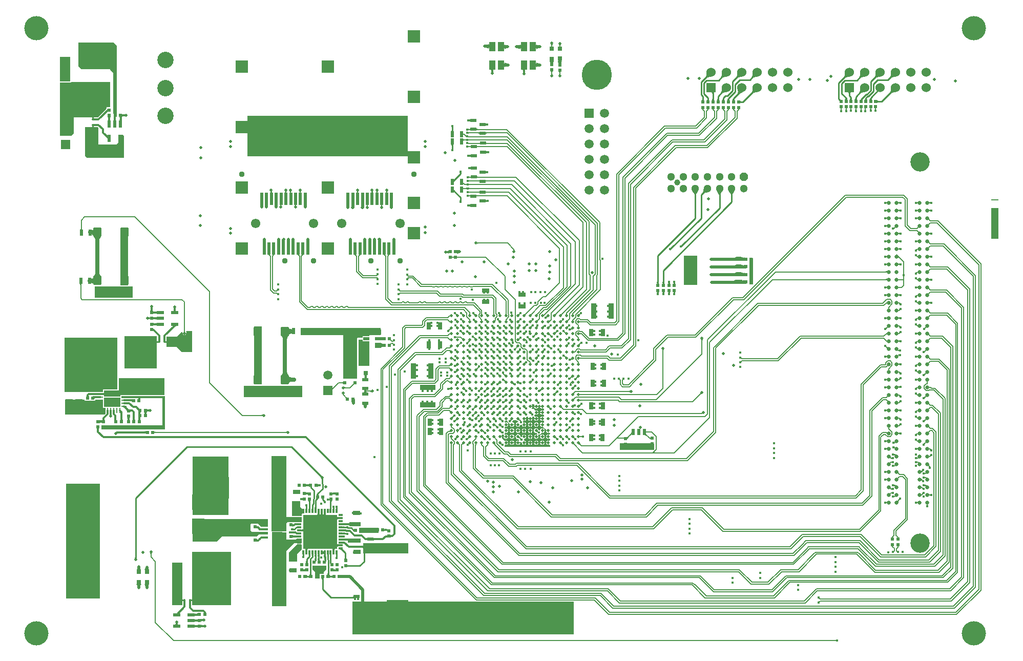
<source format=gbr>
G04 Layer_Physical_Order=1*
G04 Layer_Color=255*
%FSLAX43Y43*%
%MOMM*%
%TF.FileFunction,Copper,L1,Top,Signal*%
%TF.Part,Single*%
G01*
G75*
%TA.AperFunction,Conductor*%
%ADD10C,0.305*%
%TA.AperFunction,SMDPad,CuDef*%
%ADD11R,1.270X0.760*%
%ADD12O,1.270X0.760*%
%ADD13R,0.755X0.300*%
%ADD14R,0.300X0.755*%
%TA.AperFunction,SMDPad,SMDef*%
%ADD15R,5.600X5.600*%
%TA.AperFunction,SMDPad,CuDef*%
%ADD16R,0.800X0.800*%
%ADD17R,1.300X0.550*%
%ADD18R,0.550X1.300*%
%ADD19R,1.700X1.800*%
%ADD20R,0.254X0.254*%
%ADD21R,1.800X1.700*%
%ADD22R,0.254X0.254*%
%ADD23R,1.000X0.600*%
%ADD24R,0.550X0.600*%
%ADD25R,0.600X0.550*%
%ADD26R,0.600X1.000*%
%ADD27R,1.780X3.560*%
%ADD28R,0.500X2.000*%
%ADD29R,1.100X1.500*%
%ADD30R,0.700X1.300*%
%ADD31R,1.700X0.900*%
%ADD32R,1.300X0.700*%
%ADD33R,2.600X0.900*%
%ADD34R,0.900X2.600*%
G04:AMPARAMS|DCode=35|XSize=1.55mm|YSize=1.3mm|CornerRadius=0.098mm|HoleSize=0mm|Usage=FLASHONLY|Rotation=270.000|XOffset=0mm|YOffset=0mm|HoleType=Round|Shape=RoundedRectangle|*
%AMROUNDEDRECTD35*
21,1,1.550,1.105,0,0,270.0*
21,1,1.355,1.300,0,0,270.0*
1,1,0.195,-0.552,-0.677*
1,1,0.195,-0.552,0.677*
1,1,0.195,0.552,0.677*
1,1,0.195,0.552,-0.677*
%
%ADD35ROUNDEDRECTD35*%
%TA.AperFunction,BGAPad,CuDef*%
%ADD36C,0.635*%
%TA.AperFunction,SMDPad,CuDef*%
%ADD37R,0.805X0.250*%
%ADD38R,0.250X0.805*%
%ADD39R,2.700X1.500*%
%ADD40R,2.700X1.050*%
%ADD41R,0.600X1.100*%
%ADD42R,0.760X0.405*%
%ADD43R,0.990X0.405*%
%ADD44R,1.725X0.990*%
%ADD45R,3.560X1.780*%
%ADD46R,1.000X0.900*%
%ADD47R,1.000X0.500*%
%ADD48R,2.000X2.500*%
%ADD49R,11.800X2.000*%
%TA.AperFunction,BGAPad,CuDef*%
%ADD50C,0.500*%
%TA.AperFunction,Conductor*%
%ADD51C,0.152*%
%ADD52C,0.254*%
%ADD53C,0.508*%
%ADD54C,0.175*%
%ADD55C,0.127*%
%ADD56C,0.168*%
%ADD57C,0.203*%
%ADD58C,0.168*%
%ADD59C,0.635*%
%TA.AperFunction,NonConductor*%
%ADD60C,0.254*%
%ADD61R,5.588X18.974*%
%ADD62R,6.325X1.930*%
%ADD63R,9.652X1.930*%
%ADD64R,1.270X0.127*%
%ADD65R,1.270X5.080*%
%TA.AperFunction,Conductor*%
%ADD66R,3.277X0.914*%
%ADD67R,5.994X9.652*%
%ADD68R,1.854X0.686*%
%ADD69R,36.609X5.463*%
%ADD70R,2.134X0.635*%
%ADD71R,7.468X1.702*%
%ADD72R,6.477X8.865*%
%TA.AperFunction,ComponentPad*%
%ADD73R,1.524X1.524*%
%ADD74C,1.524*%
%ADD75R,1.651X4.064*%
%ADD76R,4.064X1.651*%
%TA.AperFunction,ViaPad*%
%ADD77C,3.200*%
%ADD78C,4.000*%
%TA.AperFunction,ComponentPad*%
%ADD79C,1.550*%
%ADD80C,2.700*%
%ADD81C,1.000*%
%ADD82C,1.300*%
G04:AMPARAMS|DCode=83|XSize=1.3mm|YSize=1.3mm|CornerRadius=0mm|HoleSize=0mm|Usage=FLASHONLY|Rotation=180.000|XOffset=0mm|YOffset=0mm|HoleType=Round|Shape=Octagon|*
%AMOCTAGOND83*
4,1,8,-0.650,0.325,-0.650,-0.325,-0.325,-0.650,0.325,-0.650,0.650,-0.325,0.650,0.325,0.325,0.650,-0.325,0.650,-0.650,0.325,0.0*
%
%ADD83OCTAGOND83*%

%ADD84R,1.500X1.500*%
%ADD85C,1.500*%
%ADD86C,0.950*%
%ADD87R,2.000X2.000*%
%TA.AperFunction,ViaPad*%
%ADD88C,5.000*%
%ADD89C,0.381*%
%ADD90C,0.406*%
%ADD91C,0.508*%
%ADD92C,0.500*%
G36*
X216026Y76993D02*
X216017Y77007D01*
X216006Y77020D01*
X215993Y77031D01*
X215977Y77041D01*
X215960Y77050D01*
X215941Y77057D01*
X215920Y77062D01*
X215906Y77058D01*
X215889Y77052D01*
X215873Y77045D01*
X215857Y77036D01*
X215842Y77027D01*
X215828Y77015D01*
X215815Y77003D01*
Y77287D01*
X215828Y77275D01*
X215842Y77263D01*
X215857Y77254D01*
X215873Y77245D01*
X215889Y77238D01*
X215906Y77232D01*
X215920Y77228D01*
X215941Y77233D01*
X215960Y77240D01*
X215977Y77249D01*
X215993Y77259D01*
X216006Y77270D01*
X216017Y77283D01*
X216026Y77297D01*
Y76993D01*
D02*
G37*
G36*
X148755Y77400D02*
X148766Y77410D01*
X148873Y77303D01*
X148870Y77299D01*
X148925Y77251D01*
X148905Y77251D01*
X148886Y77250D01*
X148867Y77246D01*
X148848Y77240D01*
X148829Y77232D01*
X148821Y77229D01*
X148820Y77226D01*
X148814Y77210D01*
X148809Y77193D01*
X148806Y77175D01*
X148804Y77157D01*
X148803Y77139D01*
X148757Y77185D01*
X148753Y77181D01*
X148734Y77163D01*
X148619Y77264D01*
X148637Y77283D01*
X148647Y77295D01*
X148602Y77340D01*
X148620Y77341D01*
X148638Y77343D01*
X148656Y77346D01*
X148673Y77351D01*
X148684Y77355D01*
X148686Y77358D01*
X148692Y77377D01*
X148697Y77396D01*
X148699Y77415D01*
X148698Y77434D01*
X148696Y77452D01*
X148755Y77400D01*
D02*
G37*
G36*
X139743Y77418D02*
X139755Y77426D01*
X139770Y77438D01*
X139784Y77452D01*
X139892Y77344D01*
X139879Y77330D01*
X139867Y77315D01*
X139858Y77303D01*
X139909Y77253D01*
X139890Y77254D01*
X139871Y77253D01*
X139852Y77251D01*
X139833Y77246D01*
X139831Y77245D01*
X139828Y77234D01*
X139824Y77217D01*
X139823Y77199D01*
X139822Y77180D01*
X139781Y77221D01*
X139776Y77218D01*
X139757Y77204D01*
X139738Y77188D01*
X139719Y77171D01*
X139611Y77278D01*
X139629Y77297D01*
X139645Y77316D01*
X139658Y77335D01*
X139662Y77341D01*
X139621Y77382D01*
X139639Y77382D01*
X139657Y77384D01*
X139674Y77388D01*
X139685Y77391D01*
X139686Y77392D01*
X139691Y77411D01*
X139694Y77430D01*
X139695Y77449D01*
X139693Y77468D01*
X139743Y77418D01*
D02*
G37*
G36*
X213128Y77196D02*
X213106Y77195D01*
X213086Y77194D01*
X213066Y77190D01*
X213047Y77186D01*
X213029Y77180D01*
X213012Y77173D01*
X212996Y77165D01*
X212980Y77155D01*
X212966Y77144D01*
X212952Y77131D01*
X212862Y77221D01*
X212875Y77235D01*
X212886Y77249D01*
X212896Y77265D01*
X212904Y77281D01*
X212911Y77298D01*
X212917Y77316D01*
X212921Y77335D01*
X212925Y77355D01*
X212926Y77375D01*
X212927Y77397D01*
X213128Y77196D01*
D02*
G37*
G36*
X153187Y77449D02*
X153188Y77430D01*
X153191Y77411D01*
X153196Y77392D01*
X153203Y77373D01*
X153212Y77354D01*
X153221Y77339D01*
X153225Y77337D01*
X153241Y77328D01*
X153257Y77321D01*
X153274Y77314D01*
X153292Y77309D01*
X153309Y77304D01*
X153327Y77301D01*
X153197Y77204D01*
X153163Y77171D01*
X153158Y77175D01*
X153099Y77131D01*
X153101Y77149D01*
X153101Y77166D01*
X153100Y77183D01*
X153097Y77200D01*
X153092Y77216D01*
X153086Y77230D01*
X153068Y77238D01*
X153049Y77246D01*
X153030Y77251D01*
X153011Y77253D01*
X152992Y77254D01*
X152973Y77253D01*
X153189Y77468D01*
X153187Y77449D01*
D02*
G37*
G36*
X86128Y77217D02*
X86125Y77246D01*
X86116Y77272D01*
X86100Y77295D01*
X86079Y77315D01*
X86051Y77332D01*
X86017Y77345D01*
X85977Y77356D01*
X85931Y77364D01*
X85879Y77368D01*
X85821Y77370D01*
Y77675D01*
X86125Y77689D01*
X86128Y77217D01*
D02*
G37*
G36*
X140743Y77418D02*
X140755Y77426D01*
X140770Y77438D01*
X140784Y77452D01*
X140892Y77344D01*
X140879Y77330D01*
X140867Y77315D01*
X140858Y77303D01*
X140909Y77253D01*
X140890Y77254D01*
X140871Y77253D01*
X140852Y77251D01*
X140833Y77246D01*
X140831Y77245D01*
X140828Y77234D01*
X140824Y77217D01*
X140823Y77199D01*
X140822Y77180D01*
X140781Y77221D01*
X140776Y77218D01*
X140757Y77204D01*
X140738Y77188D01*
X140719Y77171D01*
X140611Y77278D01*
X140629Y77297D01*
X140645Y77316D01*
X140658Y77335D01*
X140662Y77341D01*
X140621Y77382D01*
X140639Y77382D01*
X140657Y77384D01*
X140674Y77388D01*
X140685Y77391D01*
X140686Y77392D01*
X140691Y77411D01*
X140694Y77430D01*
X140695Y77449D01*
X140693Y77468D01*
X140743Y77418D01*
D02*
G37*
G36*
X210977Y77484D02*
X210993Y77470D01*
X211009Y77459D01*
X211024Y77450D01*
X211040Y77443D01*
X211054Y77438D01*
X211069Y77435D01*
X211082Y77435D01*
X211096Y77437D01*
X211109Y77441D01*
X210929Y77261D01*
X210933Y77274D01*
X210935Y77288D01*
X210935Y77301D01*
X210932Y77316D01*
X210927Y77330D01*
X210920Y77346D01*
X210911Y77361D01*
X210900Y77377D01*
X210886Y77393D01*
X210870Y77410D01*
X210960Y77500D01*
X210977Y77484D01*
D02*
G37*
G36*
X144909Y77253D02*
X144890Y77254D01*
X144871Y77253D01*
X144852Y77251D01*
X144833Y77246D01*
X144814Y77238D01*
X144795Y77229D01*
X144776Y77218D01*
X144757Y77204D01*
X144755Y77203D01*
X144747Y77191D01*
X144737Y77176D01*
X144728Y77160D01*
X144720Y77143D01*
X144714Y77127D01*
X144709Y77109D01*
X144704Y77092D01*
X144701Y77073D01*
X144531Y77301D01*
X144548Y77299D01*
X144566Y77299D01*
X144583Y77300D01*
X144599Y77304D01*
X144616Y77309D01*
X144632Y77315D01*
X144647Y77324D01*
X144653Y77327D01*
X144658Y77335D01*
X144670Y77354D01*
X144679Y77373D01*
X144686Y77392D01*
X144691Y77411D01*
X144694Y77430D01*
X144695Y77449D01*
X144693Y77468D01*
X144909Y77253D01*
D02*
G37*
G36*
X145909D02*
X145890Y77254D01*
X145871Y77253D01*
X145852Y77251D01*
X145833Y77246D01*
X145814Y77238D01*
X145795Y77229D01*
X145776Y77218D01*
X145757Y77204D01*
X145755Y77203D01*
X145747Y77191D01*
X145737Y77176D01*
X145728Y77160D01*
X145720Y77143D01*
X145714Y77127D01*
X145709Y77109D01*
X145704Y77092D01*
X145701Y77073D01*
X145531Y77301D01*
X145548Y77299D01*
X145566Y77299D01*
X145583Y77300D01*
X145599Y77304D01*
X145616Y77309D01*
X145632Y77315D01*
X145647Y77324D01*
X145653Y77327D01*
X145658Y77335D01*
X145670Y77354D01*
X145679Y77373D01*
X145686Y77392D01*
X145691Y77411D01*
X145694Y77430D01*
X145695Y77449D01*
X145693Y77468D01*
X145909Y77253D01*
D02*
G37*
G36*
X141743Y77418D02*
X141755Y77426D01*
X141770Y77438D01*
X141784Y77452D01*
X141892Y77344D01*
X141879Y77330D01*
X141867Y77315D01*
X141858Y77303D01*
X141909Y77253D01*
X141890Y77254D01*
X141871Y77253D01*
X141852Y77251D01*
X141833Y77246D01*
X141831Y77245D01*
X141828Y77234D01*
X141824Y77217D01*
X141823Y77199D01*
X141822Y77180D01*
X141781Y77221D01*
X141776Y77218D01*
X141757Y77204D01*
X141738Y77188D01*
X141719Y77171D01*
X141611Y77278D01*
X141629Y77297D01*
X141645Y77316D01*
X141658Y77335D01*
X141662Y77341D01*
X141621Y77382D01*
X141639Y77382D01*
X141657Y77384D01*
X141674Y77388D01*
X141685Y77391D01*
X141686Y77392D01*
X141691Y77411D01*
X141694Y77430D01*
X141695Y77449D01*
X141693Y77468D01*
X141743Y77418D01*
D02*
G37*
G36*
X143743D02*
X143755Y77426D01*
X143770Y77438D01*
X143784Y77452D01*
X143892Y77344D01*
X143879Y77330D01*
X143867Y77315D01*
X143858Y77303D01*
X143909Y77253D01*
X143890Y77254D01*
X143871Y77253D01*
X143852Y77251D01*
X143833Y77246D01*
X143831Y77245D01*
X143828Y77234D01*
X143824Y77217D01*
X143823Y77199D01*
X143822Y77180D01*
X143781Y77221D01*
X143776Y77218D01*
X143757Y77204D01*
X143738Y77188D01*
X143719Y77171D01*
X143611Y77278D01*
X143629Y77297D01*
X143645Y77316D01*
X143658Y77335D01*
X143662Y77341D01*
X143621Y77382D01*
X143639Y77382D01*
X143657Y77384D01*
X143674Y77388D01*
X143685Y77391D01*
X143686Y77392D01*
X143691Y77411D01*
X143694Y77430D01*
X143695Y77449D01*
X143693Y77468D01*
X143743Y77418D01*
D02*
G37*
G36*
X146743D02*
X146755Y77426D01*
X146770Y77438D01*
X146784Y77452D01*
X146892Y77344D01*
X146879Y77330D01*
X146867Y77315D01*
X146858Y77303D01*
X146909Y77253D01*
X146890Y77254D01*
X146871Y77253D01*
X146852Y77251D01*
X146833Y77246D01*
X146831Y77245D01*
X146828Y77234D01*
X146824Y77217D01*
X146823Y77199D01*
X146822Y77180D01*
X146781Y77221D01*
X146776Y77218D01*
X146757Y77204D01*
X146738Y77188D01*
X146719Y77171D01*
X146611Y77278D01*
X146629Y77297D01*
X146645Y77316D01*
X146658Y77335D01*
X146662Y77341D01*
X146621Y77382D01*
X146639Y77382D01*
X146657Y77384D01*
X146674Y77388D01*
X146685Y77391D01*
X146686Y77392D01*
X146691Y77411D01*
X146694Y77430D01*
X146695Y77449D01*
X146693Y77468D01*
X146743Y77418D01*
D02*
G37*
G36*
X150187Y77449D02*
X150188Y77430D01*
X150191Y77411D01*
X150196Y77392D01*
X150203Y77373D01*
X150210Y77359D01*
X150220Y77356D01*
X150234Y77353D01*
X150247Y77354D01*
X150261Y77356D01*
X150274Y77361D01*
X150286Y77368D01*
X150266Y77284D01*
X150271Y77278D01*
X150263Y77270D01*
X150222Y77101D01*
X150218Y77107D01*
X150212Y77116D01*
X150190Y77140D01*
X150138Y77194D01*
X150125Y77204D01*
X150106Y77218D01*
X150087Y77229D01*
X150068Y77238D01*
X150049Y77246D01*
X150030Y77251D01*
X150011Y77253D01*
X149992Y77254D01*
X149973Y77253D01*
X150189Y77468D01*
X150187Y77449D01*
D02*
G37*
G36*
X144909Y76253D02*
X144890Y76254D01*
X144871Y76253D01*
X144852Y76251D01*
X144833Y76246D01*
X144814Y76238D01*
X144795Y76229D01*
X144776Y76218D01*
X144757Y76204D01*
X144755Y76203D01*
X144747Y76191D01*
X144737Y76176D01*
X144728Y76160D01*
X144720Y76143D01*
X144714Y76127D01*
X144709Y76109D01*
X144704Y76092D01*
X144701Y76073D01*
X144531Y76301D01*
X144548Y76299D01*
X144566Y76299D01*
X144583Y76300D01*
X144599Y76304D01*
X144616Y76309D01*
X144632Y76315D01*
X144647Y76324D01*
X144653Y76327D01*
X144658Y76335D01*
X144670Y76354D01*
X144679Y76373D01*
X144686Y76392D01*
X144691Y76411D01*
X144694Y76430D01*
X144695Y76449D01*
X144693Y76468D01*
X144909Y76253D01*
D02*
G37*
G36*
X145909D02*
X145890Y76254D01*
X145871Y76253D01*
X145852Y76251D01*
X145833Y76246D01*
X145814Y76238D01*
X145795Y76229D01*
X145776Y76218D01*
X145757Y76204D01*
X145755Y76203D01*
X145747Y76191D01*
X145737Y76176D01*
X145728Y76160D01*
X145720Y76143D01*
X145714Y76127D01*
X145709Y76109D01*
X145704Y76092D01*
X145701Y76073D01*
X145531Y76301D01*
X145548Y76299D01*
X145566Y76299D01*
X145583Y76300D01*
X145599Y76304D01*
X145616Y76309D01*
X145632Y76315D01*
X145647Y76324D01*
X145653Y76327D01*
X145658Y76335D01*
X145670Y76354D01*
X145679Y76373D01*
X145686Y76392D01*
X145691Y76411D01*
X145694Y76430D01*
X145695Y76449D01*
X145693Y76468D01*
X145909Y76253D01*
D02*
G37*
G36*
X125034Y76753D02*
X125018Y76742D01*
X125003Y76724D01*
X124990Y76699D01*
X124979Y76667D01*
X124970Y76628D01*
X124963Y76582D01*
X124958Y76528D01*
X124954Y76400D01*
X124446D01*
X124445Y76468D01*
X124437Y76582D01*
X124430Y76628D01*
X124421Y76667D01*
X124410Y76699D01*
X124397Y76724D01*
X124382Y76742D01*
X124366Y76753D01*
X124347Y76756D01*
X125053D01*
X125034Y76753D01*
D02*
G37*
G36*
X147909Y76253D02*
X147890Y76254D01*
X147871Y76253D01*
X147852Y76251D01*
X147833Y76246D01*
X147814Y76238D01*
X147795Y76229D01*
X147777Y76219D01*
X147771Y76207D01*
X147763Y76191D01*
X147757Y76175D01*
X147752Y76158D01*
X147748Y76140D01*
X147746Y76123D01*
X147746Y76104D01*
X147545Y76305D01*
X147563Y76306D01*
X147581Y76308D01*
X147598Y76311D01*
X147615Y76316D01*
X147632Y76322D01*
X147648Y76330D01*
X147659Y76337D01*
X147670Y76354D01*
X147679Y76373D01*
X147686Y76392D01*
X147691Y76411D01*
X147694Y76430D01*
X147695Y76449D01*
X147693Y76468D01*
X147909Y76253D01*
D02*
G37*
G36*
X148909D02*
X148890Y76254D01*
X148871Y76253D01*
X148852Y76251D01*
X148833Y76246D01*
X148814Y76238D01*
X148805Y76234D01*
X148802Y76227D01*
X148798Y76211D01*
X148795Y76195D01*
X148794Y76178D01*
X148795Y76161D01*
X148798Y76144D01*
X148735Y76186D01*
X148719Y76171D01*
X148646Y76243D01*
X148560Y76299D01*
X148578Y76303D01*
X148595Y76309D01*
X148612Y76315D01*
X148629Y76322D01*
X148645Y76330D01*
X148661Y76339D01*
X148661Y76340D01*
X148670Y76354D01*
X148679Y76373D01*
X148686Y76392D01*
X148691Y76411D01*
X148694Y76430D01*
X148695Y76449D01*
X148693Y76468D01*
X148909Y76253D01*
D02*
G37*
G36*
X138879Y76259D02*
X138864Y76261D01*
X138850Y76262D01*
X138835Y76261D01*
X138820Y76257D01*
X138804Y76252D01*
X138789Y76244D01*
X138773Y76235D01*
X138758Y76224D01*
X138741Y76210D01*
X138725Y76195D01*
X138635Y76285D01*
X138651Y76301D01*
X138664Y76317D01*
X138676Y76333D01*
X138685Y76349D01*
X138692Y76364D01*
X138698Y76379D01*
X138701Y76394D01*
X138702Y76409D01*
X138702Y76424D01*
X138699Y76438D01*
X138879Y76259D01*
D02*
G37*
G36*
X150187Y76449D02*
X150188Y76430D01*
X150191Y76411D01*
X150196Y76392D01*
X150197Y76391D01*
X150208Y76388D01*
X150225Y76384D01*
X150243Y76382D01*
X150261Y76382D01*
X150220Y76341D01*
X150224Y76335D01*
X150237Y76316D01*
X150253Y76297D01*
X150271Y76278D01*
X150163Y76171D01*
X150144Y76188D01*
X150125Y76204D01*
X150106Y76218D01*
X150101Y76221D01*
X150060Y76180D01*
X150059Y76199D01*
X150057Y76217D01*
X150054Y76234D01*
X150051Y76245D01*
X150049Y76246D01*
X150030Y76251D01*
X150011Y76253D01*
X149992Y76254D01*
X149973Y76253D01*
X150024Y76303D01*
X150015Y76315D01*
X150003Y76330D01*
X149990Y76344D01*
X150098Y76452D01*
X150112Y76438D01*
X150127Y76426D01*
X150139Y76418D01*
X150189Y76468D01*
X150187Y76449D01*
D02*
G37*
G36*
X217867Y77016D02*
X217865Y77002D01*
X217865Y76989D01*
X217868Y76974D01*
X217873Y76960D01*
X217880Y76944D01*
X217889Y76929D01*
X217900Y76913D01*
X217914Y76897D01*
X217930Y76880D01*
X217840Y76790D01*
X217823Y76806D01*
X217807Y76820D01*
X217791Y76831D01*
X217776Y76840D01*
X217760Y76847D01*
X217746Y76852D01*
X217731Y76855D01*
X217718Y76855D01*
X217704Y76853D01*
X217691Y76849D01*
X217871Y77029D01*
X217867Y77016D01*
D02*
G37*
G36*
X122938Y77448D02*
X122941Y77434D01*
X122944Y77411D01*
X122949Y77339D01*
X122954Y77000D01*
X122446D01*
X122445Y77086D01*
X122429Y77289D01*
X122420Y77339D01*
X122408Y77380D01*
X122394Y77411D01*
X122378Y77434D01*
X122360Y77448D01*
X122340Y77452D01*
X122934D01*
X122938Y77448D01*
D02*
G37*
G36*
X158180Y77421D02*
X158179Y77402D01*
X158180Y77384D01*
X158184Y77365D01*
X158190Y77347D01*
X158196Y77332D01*
X158205Y77328D01*
X158221Y77323D01*
X158238Y77320D01*
X158255Y77318D01*
X158273Y77318D01*
X158291Y77319D01*
X158246Y77262D01*
X158255Y77252D01*
X158213Y77219D01*
X158116Y77095D01*
X158113Y77113D01*
X158109Y77131D01*
X158104Y77148D01*
X158098Y77165D01*
X158091Y77181D01*
X158082Y77197D01*
X158076Y77207D01*
X158059Y77218D01*
X158040Y77228D01*
X158021Y77236D01*
X158002Y77243D01*
X157982Y77247D01*
X157963Y77250D01*
X157944Y77251D01*
X158183Y77439D01*
X158180Y77421D01*
D02*
G37*
G36*
X151187Y76449D02*
X151188Y76430D01*
X151191Y76411D01*
X151196Y76392D01*
X151197Y76391D01*
X151208Y76388D01*
X151225Y76384D01*
X151243Y76382D01*
X151261Y76382D01*
X151220Y76341D01*
X151224Y76335D01*
X151237Y76316D01*
X151253Y76297D01*
X151271Y76278D01*
X151163Y76171D01*
X151144Y76188D01*
X151125Y76204D01*
X151106Y76218D01*
X151101Y76221D01*
X151060Y76180D01*
X151059Y76199D01*
X151057Y76217D01*
X151054Y76234D01*
X151051Y76245D01*
X151049Y76246D01*
X151030Y76251D01*
X151011Y76253D01*
X150992Y76254D01*
X150973Y76253D01*
X151024Y76303D01*
X151015Y76315D01*
X151003Y76330D01*
X150990Y76344D01*
X151098Y76452D01*
X151112Y76438D01*
X151127Y76426D01*
X151139Y76418D01*
X151189Y76468D01*
X151187Y76449D01*
D02*
G37*
G36*
X159202Y76555D02*
X159191Y76563D01*
X159180Y76569D01*
X159168Y76572D01*
X159156Y76572D01*
X159143Y76570D01*
X159130Y76566D01*
X159116Y76559D01*
X159102Y76550D01*
X159087Y76538D01*
X159072Y76524D01*
X158993Y76660D01*
X159166Y76821D01*
X159202Y76555D01*
D02*
G37*
G36*
X160398Y76697D02*
X160380Y76696D01*
X160362Y76694D01*
X160344Y76691D01*
X160327Y76686D01*
X160311Y76680D01*
X160295Y76672D01*
X160279Y76663D01*
X160264Y76652D01*
X160259Y76648D01*
X160254Y76643D01*
X160240Y76624D01*
X160228Y76605D01*
X160217Y76586D01*
X160208Y76567D01*
X160201Y76548D01*
X160196Y76529D01*
X160192Y76510D01*
X160191Y76491D01*
X160015Y76739D01*
X160033Y76735D01*
X160051Y76733D01*
X160069Y76734D01*
X160087Y76737D01*
X160106Y76743D01*
X160124Y76751D01*
X160143Y76761D01*
X160157Y76771D01*
X160163Y76779D01*
X160172Y76795D01*
X160180Y76811D01*
X160186Y76827D01*
X160191Y76844D01*
X160194Y76862D01*
X160196Y76880D01*
X160197Y76898D01*
X160398Y76697D01*
D02*
G37*
G36*
X147909Y78253D02*
X147890Y78254D01*
X147871Y78253D01*
X147852Y78251D01*
X147833Y78246D01*
X147814Y78238D01*
X147795Y78229D01*
X147776Y78218D01*
X147757Y78204D01*
X147755Y78203D01*
X147747Y78191D01*
X147737Y78176D01*
X147728Y78160D01*
X147720Y78143D01*
X147714Y78126D01*
X147708Y78109D01*
X147704Y78091D01*
X147701Y78073D01*
X147530Y78301D01*
X147548Y78299D01*
X147565Y78299D01*
X147582Y78300D01*
X147599Y78304D01*
X147615Y78309D01*
X147631Y78315D01*
X147647Y78324D01*
X147652Y78327D01*
X147658Y78335D01*
X147670Y78354D01*
X147679Y78373D01*
X147686Y78392D01*
X147691Y78411D01*
X147694Y78430D01*
X147695Y78449D01*
X147693Y78468D01*
X147909Y78253D01*
D02*
G37*
G36*
X160165Y78615D02*
X160178Y78601D01*
X160192Y78589D01*
X160208Y78579D01*
X160225Y78570D01*
X160244Y78562D01*
X160265Y78557D01*
X160288Y78553D01*
X160312Y78550D01*
X160339Y78549D01*
X160321Y78397D01*
X160295Y78396D01*
X160270Y78394D01*
X160247Y78391D01*
X160225Y78386D01*
X160205Y78380D01*
X160185Y78372D01*
X160167Y78363D01*
X160151Y78353D01*
X160135Y78341D01*
X160121Y78327D01*
X160155Y78630D01*
X160165Y78615D01*
D02*
G37*
G36*
X144909Y78253D02*
X144890Y78254D01*
X144871Y78253D01*
X144852Y78251D01*
X144833Y78246D01*
X144814Y78238D01*
X144795Y78229D01*
X144776Y78218D01*
X144757Y78204D01*
X144749Y78198D01*
X144709Y78153D01*
X144701Y78141D01*
X144687Y78119D01*
X144682Y78110D01*
X144639Y78250D01*
X144611Y78278D01*
X144626Y78294D01*
X144601Y78376D01*
X144615Y78369D01*
X144629Y78365D01*
X144643Y78363D01*
X144657Y78363D01*
X144671Y78366D01*
X144676Y78367D01*
X144679Y78373D01*
X144686Y78392D01*
X144691Y78411D01*
X144694Y78430D01*
X144695Y78449D01*
X144693Y78468D01*
X144909Y78253D01*
D02*
G37*
G36*
X78990Y78348D02*
X78995Y78277D01*
X79000Y78248D01*
X79006Y78224D01*
X79013Y78204D01*
X79021Y78189D01*
X79031Y78178D01*
X79042Y78171D01*
X79055Y78169D01*
X78619D01*
X78632Y78171D01*
X78643Y78178D01*
X78653Y78189D01*
X78661Y78204D01*
X78668Y78224D01*
X78674Y78248D01*
X78679Y78277D01*
X78682Y78310D01*
X78685Y78390D01*
X78989D01*
X78990Y78348D01*
D02*
G37*
G36*
X145743Y78418D02*
X145755Y78426D01*
X145770Y78438D01*
X145784Y78452D01*
X145892Y78344D01*
X145879Y78330D01*
X145867Y78315D01*
X145858Y78303D01*
X145909Y78253D01*
X145890Y78254D01*
X145871Y78253D01*
X145852Y78251D01*
X145833Y78246D01*
X145831Y78245D01*
X145828Y78234D01*
X145824Y78217D01*
X145823Y78199D01*
X145822Y78180D01*
X145781Y78221D01*
X145776Y78218D01*
X145757Y78204D01*
X145738Y78188D01*
X145719Y78171D01*
X145611Y78278D01*
X145629Y78297D01*
X145645Y78316D01*
X145658Y78335D01*
X145662Y78341D01*
X145621Y78382D01*
X145639Y78382D01*
X145657Y78384D01*
X145674Y78388D01*
X145685Y78391D01*
X145686Y78392D01*
X145691Y78411D01*
X145694Y78430D01*
X145695Y78449D01*
X145693Y78468D01*
X145743Y78418D01*
D02*
G37*
G36*
X138879Y78259D02*
X138864Y78261D01*
X138850Y78262D01*
X138835Y78261D01*
X138820Y78257D01*
X138804Y78252D01*
X138789Y78244D01*
X138773Y78235D01*
X138758Y78224D01*
X138741Y78210D01*
X138725Y78195D01*
X138635Y78285D01*
X138651Y78301D01*
X138664Y78317D01*
X138676Y78333D01*
X138685Y78349D01*
X138692Y78364D01*
X138698Y78379D01*
X138701Y78394D01*
X138702Y78409D01*
X138702Y78424D01*
X138699Y78438D01*
X138879Y78259D01*
D02*
G37*
G36*
X146909Y78253D02*
X146890Y78254D01*
X146871Y78253D01*
X146852Y78251D01*
X146833Y78246D01*
X146814Y78238D01*
X146795Y78229D01*
X146776Y78218D01*
X146757Y78204D01*
X146749Y78198D01*
X146709Y78153D01*
X146701Y78141D01*
X146687Y78119D01*
X146682Y78110D01*
X146639Y78250D01*
X146611Y78278D01*
X146626Y78294D01*
X146601Y78376D01*
X146615Y78369D01*
X146629Y78365D01*
X146643Y78363D01*
X146657Y78363D01*
X146671Y78366D01*
X146676Y78367D01*
X146679Y78373D01*
X146686Y78392D01*
X146691Y78411D01*
X146694Y78430D01*
X146695Y78449D01*
X146693Y78468D01*
X146909Y78253D01*
D02*
G37*
G36*
X150187Y78449D02*
X150188Y78430D01*
X150191Y78411D01*
X150196Y78392D01*
X150197Y78391D01*
X150208Y78388D01*
X150225Y78384D01*
X150243Y78382D01*
X150261Y78382D01*
X150220Y78341D01*
X150224Y78335D01*
X150237Y78316D01*
X150253Y78297D01*
X150271Y78278D01*
X150163Y78171D01*
X150144Y78188D01*
X150125Y78204D01*
X150106Y78218D01*
X150101Y78221D01*
X150060Y78180D01*
X150059Y78199D01*
X150057Y78217D01*
X150054Y78234D01*
X150051Y78245D01*
X150049Y78246D01*
X150030Y78251D01*
X150011Y78253D01*
X149992Y78254D01*
X149973Y78253D01*
X150024Y78303D01*
X150015Y78315D01*
X150003Y78330D01*
X149990Y78344D01*
X150098Y78452D01*
X150112Y78438D01*
X150127Y78426D01*
X150139Y78418D01*
X150189Y78468D01*
X150187Y78449D01*
D02*
G37*
G36*
X180325Y78562D02*
X180297Y78562D01*
X180270Y78560D01*
X180245Y78556D01*
X180221Y78550D01*
X180198Y78543D01*
X180176Y78534D01*
X180156Y78524D01*
X180137Y78512D01*
X180119Y78498D01*
X180102Y78483D01*
X179994Y78591D01*
X180010Y78608D01*
X180023Y78626D01*
X180035Y78645D01*
X180046Y78665D01*
X180054Y78687D01*
X180061Y78710D01*
X180067Y78734D01*
X180071Y78759D01*
X180073Y78786D01*
X180073Y78814D01*
X180325Y78562D01*
D02*
G37*
G36*
X140738Y78813D02*
X140757Y78797D01*
X140771Y78787D01*
X140801Y78827D01*
X140804Y78809D01*
X140809Y78792D01*
X140814Y78774D01*
X140819Y78761D01*
X140833Y78756D01*
X140852Y78751D01*
X140871Y78748D01*
X140890Y78747D01*
X140909Y78748D01*
X140857Y78696D01*
X140858Y78695D01*
X140870Y78680D01*
X140884Y78666D01*
X140793Y78541D01*
X140778Y78554D01*
X140763Y78566D01*
X140748Y78577D01*
X140741Y78580D01*
X140693Y78533D01*
X140695Y78552D01*
X140694Y78571D01*
X140691Y78590D01*
X140689Y78599D01*
X140683Y78600D01*
X140666Y78601D01*
X140649Y78601D01*
X140631Y78599D01*
X140668Y78649D01*
X140658Y78666D01*
X140645Y78685D01*
X140629Y78704D01*
X140611Y78723D01*
X140719Y78831D01*
X140738Y78813D01*
D02*
G37*
G36*
X91529Y78382D02*
X83960Y78382D01*
X83960Y81201D01*
X91529Y81201D01*
X91529Y78382D01*
D02*
G37*
G36*
X148741Y78420D02*
X148747Y78424D01*
X148762Y78434D01*
X148777Y78446D01*
X148792Y78459D01*
X148883Y78335D01*
X148870Y78321D01*
X148858Y78306D01*
X148857Y78305D01*
X148909Y78253D01*
X148890Y78254D01*
X148871Y78253D01*
X148852Y78251D01*
X148833Y78246D01*
X148819Y78241D01*
X148814Y78226D01*
X148808Y78209D01*
X148804Y78191D01*
X148801Y78173D01*
X148771Y78214D01*
X148757Y78204D01*
X148738Y78188D01*
X148719Y78171D01*
X148611Y78278D01*
X148629Y78297D01*
X148645Y78316D01*
X148658Y78335D01*
X148668Y78351D01*
X148630Y78401D01*
X148648Y78399D01*
X148665Y78399D01*
X148682Y78400D01*
X148688Y78401D01*
X148691Y78411D01*
X148694Y78430D01*
X148695Y78449D01*
X148693Y78468D01*
X148741Y78420D01*
D02*
G37*
G36*
X215874Y78645D02*
X215875Y78625D01*
X215879Y78605D01*
X215883Y78586D01*
X215889Y78568D01*
X215896Y78551D01*
X215904Y78535D01*
X215914Y78519D01*
X215925Y78505D01*
X215938Y78491D01*
X215848Y78401D01*
X215834Y78414D01*
X215820Y78425D01*
X215804Y78435D01*
X215788Y78443D01*
X215771Y78450D01*
X215753Y78456D01*
X215734Y78460D01*
X215714Y78464D01*
X215694Y78465D01*
X215672Y78466D01*
X215873Y78667D01*
X215874Y78645D01*
D02*
G37*
G36*
X212966Y78416D02*
X212980Y78405D01*
X212996Y78395D01*
X213012Y78387D01*
X213029Y78380D01*
X213047Y78374D01*
X213066Y78370D01*
X213086Y78366D01*
X213106Y78365D01*
X213128Y78364D01*
X212927Y78163D01*
X212926Y78185D01*
X212925Y78205D01*
X212921Y78225D01*
X212917Y78244D01*
X212911Y78262D01*
X212904Y78279D01*
X212896Y78295D01*
X212886Y78311D01*
X212875Y78325D01*
X212862Y78339D01*
X212952Y78429D01*
X212966Y78416D01*
D02*
G37*
G36*
X81318Y76223D02*
X81750D01*
Y75341D01*
X81590Y75181D01*
X75044D01*
Y77645D01*
X78323D01*
Y77473D01*
X80077D01*
Y77645D01*
X81318D01*
Y76223D01*
D02*
G37*
G36*
X138741Y77791D02*
X138758Y77777D01*
X138773Y77766D01*
X138789Y77757D01*
X138804Y77749D01*
X138820Y77744D01*
X138835Y77741D01*
X138850Y77739D01*
X138864Y77740D01*
X138879Y77743D01*
X138699Y77563D01*
X138702Y77577D01*
X138702Y77592D01*
X138701Y77607D01*
X138698Y77622D01*
X138692Y77637D01*
X138685Y77653D01*
X138676Y77668D01*
X138664Y77684D01*
X138651Y77700D01*
X138635Y77716D01*
X138725Y77806D01*
X138741Y77791D01*
D02*
G37*
G36*
X80227Y77870D02*
X80168Y77868D01*
X80116Y77864D01*
X80070Y77856D01*
X80030Y77845D01*
X79996Y77832D01*
X79969Y77815D01*
X79947Y77795D01*
X79932Y77772D01*
X79922Y77746D01*
X79919Y77717D01*
X79922Y78172D01*
X79925Y78172D01*
X79934Y78173D01*
X80227Y78175D01*
Y77870D01*
D02*
G37*
G36*
X160152Y77639D02*
X160166Y77626D01*
X160181Y77614D01*
X160198Y77604D01*
X160217Y77596D01*
X160237Y77589D01*
X160258Y77584D01*
X160281Y77580D01*
X160306Y77578D01*
X160332Y77577D01*
Y77424D01*
X160306Y77424D01*
X160281Y77421D01*
X160258Y77418D01*
X160237Y77412D01*
X160217Y77405D01*
X160198Y77397D01*
X160181Y77387D01*
X160166Y77376D01*
X160152Y77363D01*
X160139Y77348D01*
Y77653D01*
X160152Y77639D01*
D02*
G37*
G36*
X147909Y77253D02*
X147890Y77254D01*
X147871Y77253D01*
X147852Y77251D01*
X147833Y77246D01*
X147814Y77238D01*
X147795Y77229D01*
X147776Y77218D01*
X147757Y77204D01*
X147749Y77198D01*
X147710Y77153D01*
X147701Y77141D01*
X147687Y77120D01*
X147682Y77110D01*
X147639Y77250D01*
X147611Y77278D01*
X147626Y77294D01*
X147601Y77376D01*
X147615Y77370D01*
X147629Y77365D01*
X147643Y77363D01*
X147657Y77363D01*
X147671Y77366D01*
X147676Y77367D01*
X147679Y77373D01*
X147686Y77392D01*
X147691Y77411D01*
X147694Y77430D01*
X147695Y77449D01*
X147693Y77468D01*
X147909Y77253D01*
D02*
G37*
G36*
X151187Y77449D02*
X151188Y77430D01*
X151191Y77411D01*
X151196Y77392D01*
X151197Y77391D01*
X151208Y77388D01*
X151225Y77384D01*
X151243Y77382D01*
X151261Y77382D01*
X151220Y77341D01*
X151224Y77335D01*
X151237Y77316D01*
X151253Y77297D01*
X151271Y77278D01*
X151163Y77171D01*
X151144Y77188D01*
X151125Y77204D01*
X151106Y77218D01*
X151101Y77221D01*
X151060Y77180D01*
X151059Y77199D01*
X151057Y77217D01*
X151054Y77234D01*
X151051Y77245D01*
X151049Y77246D01*
X151030Y77251D01*
X151011Y77253D01*
X150992Y77254D01*
X150973Y77253D01*
X151024Y77303D01*
X151015Y77315D01*
X151003Y77330D01*
X150990Y77344D01*
X151098Y77452D01*
X151112Y77438D01*
X151127Y77426D01*
X151139Y77418D01*
X151189Y77468D01*
X151187Y77449D01*
D02*
G37*
G36*
X143280Y77704D02*
X143262Y77685D01*
X143246Y77666D01*
X143232Y77647D01*
X143221Y77628D01*
X143211Y77609D01*
X143203Y77590D01*
X143197Y77571D01*
X143193Y77552D01*
X143191Y77532D01*
X143191Y77513D01*
X142993Y77745D01*
X143012Y77742D01*
X143030Y77742D01*
X143049Y77744D01*
X143068Y77748D01*
X143087Y77754D01*
X143105Y77763D01*
X143124Y77774D01*
X143143Y77787D01*
X143162Y77803D01*
X143181Y77820D01*
X143280Y77704D01*
D02*
G37*
G36*
X151192Y78490D02*
X151196Y78471D01*
X151201Y78452D01*
X151208Y78433D01*
X151217Y78414D01*
X151227Y78395D01*
X151240Y78376D01*
X151254Y78357D01*
X151257Y78354D01*
X151260Y78351D01*
X151276Y78341D01*
X151291Y78332D01*
X151307Y78324D01*
X151324Y78318D01*
X151341Y78313D01*
X151358Y78310D01*
X151376Y78308D01*
X151394Y78308D01*
X151197Y78103D01*
X151196Y78122D01*
X151194Y78140D01*
X151190Y78157D01*
X151185Y78174D01*
X151179Y78191D01*
X151171Y78207D01*
X151161Y78223D01*
X151156Y78230D01*
X151142Y78239D01*
X151124Y78250D01*
X151105Y78258D01*
X151087Y78264D01*
X151068Y78267D01*
X151050Y78267D01*
X151032Y78266D01*
X151014Y78261D01*
X151191Y78510D01*
X151192Y78490D01*
D02*
G37*
G36*
X217486Y78110D02*
X217469Y78114D01*
X217452Y78115D01*
X217434Y78114D01*
X217417Y78110D01*
X217398Y78104D01*
X217380Y78095D01*
X217361Y78084D01*
X217342Y78070D01*
X217323Y78054D01*
X217303Y78035D01*
X217232Y78106D01*
X217287Y78019D01*
X217273Y78005D01*
X217261Y77990D01*
X217250Y77976D01*
X217239Y77960D01*
X217230Y77944D01*
X217222Y77928D01*
X217215Y77912D01*
X217208Y77895D01*
X217203Y77877D01*
X217199Y77860D01*
X217044Y78098D01*
X217062Y78095D01*
X217079Y78094D01*
X217095Y78095D01*
X217112Y78098D01*
X217128Y78102D01*
X217143Y78108D01*
X217159Y78116D01*
X217174Y78126D01*
X217189Y78138D01*
X217200Y78148D01*
X217214Y78163D01*
X217230Y78182D01*
X217244Y78201D01*
X217255Y78220D01*
X217264Y78238D01*
X217270Y78257D01*
X217274Y78274D01*
X217275Y78292D01*
X217274Y78309D01*
X217270Y78326D01*
X217486Y78110D01*
D02*
G37*
G36*
X211109Y78119D02*
X211096Y78123D01*
X211082Y78125D01*
X211069Y78125D01*
X211054Y78122D01*
X211040Y78117D01*
X211024Y78110D01*
X211009Y78101D01*
X210993Y78090D01*
X210977Y78076D01*
X210960Y78060D01*
X210870Y78150D01*
X210886Y78167D01*
X210900Y78183D01*
X210911Y78199D01*
X210920Y78214D01*
X210927Y78230D01*
X210932Y78244D01*
X210935Y78259D01*
X210935Y78272D01*
X210933Y78286D01*
X210929Y78299D01*
X211109Y78119D01*
D02*
G37*
G36*
X159271Y77723D02*
X159253Y77704D01*
X159237Y77685D01*
X159224Y77666D01*
X159212Y77647D01*
X159203Y77628D01*
X159196Y77609D01*
X159191Y77590D01*
X159188Y77571D01*
X159187Y77552D01*
X159189Y77533D01*
X158973Y77748D01*
X158992Y77747D01*
X159011Y77748D01*
X159030Y77751D01*
X159049Y77756D01*
X159068Y77763D01*
X159087Y77772D01*
X159106Y77784D01*
X159125Y77797D01*
X159144Y77813D01*
X159163Y77831D01*
X159271Y77723D01*
D02*
G37*
G36*
X143496Y77872D02*
X143480Y77865D01*
X143450Y77850D01*
X143435Y77841D01*
X143405Y77821D01*
X143391Y77810D01*
X143362Y77785D01*
X143348Y77772D01*
X143192Y77831D01*
X143205Y77846D01*
X143217Y77861D01*
X143227Y77876D01*
X143234Y77891D01*
X143239Y77906D01*
X143243Y77921D01*
X143244Y77936D01*
X143242Y77952D01*
X143239Y77967D01*
X143234Y77982D01*
X143496Y77872D01*
D02*
G37*
G36*
X121522Y78083D02*
X121582Y78032D01*
X121609Y78013D01*
X121634Y77999D01*
X121656Y77989D01*
X121677Y77984D01*
X121695Y77984D01*
X121712Y77988D01*
X121726Y77996D01*
X121463Y77783D01*
X121474Y77795D01*
X121479Y77810D01*
X121480Y77827D01*
X121476Y77847D01*
X121466Y77869D01*
X121452Y77894D01*
X121433Y77922D01*
X121408Y77952D01*
X121344Y78021D01*
X121488Y78115D01*
X121522Y78083D01*
D02*
G37*
G36*
X146909Y76253D02*
X146890Y76254D01*
X146871Y76253D01*
X146852Y76251D01*
X146833Y76246D01*
X146814Y76238D01*
X146795Y76229D01*
X146776Y76218D01*
X146768Y76205D01*
X146761Y76189D01*
X146754Y76173D01*
X146750Y76156D01*
X146746Y76138D01*
X146744Y76120D01*
X146744Y76102D01*
X146542Y76303D01*
X146561Y76304D01*
X146579Y76306D01*
X146596Y76309D01*
X146613Y76314D01*
X146630Y76320D01*
X146646Y76328D01*
X146658Y76335D01*
X146670Y76354D01*
X146679Y76373D01*
X146686Y76392D01*
X146691Y76411D01*
X146694Y76430D01*
X146695Y76449D01*
X146693Y76468D01*
X146909Y76253D01*
D02*
G37*
G36*
X107688Y74847D02*
X107671Y74868D01*
X107653Y74886D01*
X107634Y74902D01*
X107614Y74917D01*
X107594Y74928D01*
X107574Y74938D01*
X107553Y74946D01*
X107531Y74951D01*
X107508Y74954D01*
X107485Y74955D01*
X107501Y75108D01*
X107524Y75109D01*
X107546Y75112D01*
X107568Y75116D01*
X107590Y75123D01*
X107612Y75131D01*
X107635Y75141D01*
X107657Y75154D01*
X107679Y75168D01*
X107702Y75183D01*
X107724Y75201D01*
X107688Y74847D01*
D02*
G37*
G36*
X142706Y75158D02*
X142693Y75144D01*
X142681Y75129D01*
X142670Y75114D01*
X142661Y75098D01*
X142653Y75082D01*
X142647Y75065D01*
X142642Y75048D01*
X142639Y75031D01*
X142637Y75013D01*
X142636Y74995D01*
X142435Y75196D01*
X142453Y75196D01*
X142471Y75198D01*
X142489Y75202D01*
X142506Y75207D01*
X142522Y75213D01*
X142538Y75221D01*
X142554Y75230D01*
X142569Y75240D01*
X142584Y75252D01*
X142599Y75266D01*
X142706Y75158D01*
D02*
G37*
G36*
X82770Y75232D02*
X82770Y75203D01*
X82776Y75114D01*
X82779Y75097D01*
X82782Y75084D01*
X82786Y75073D01*
X82790Y75064D01*
X82794Y75058D01*
X82439Y75063D01*
X82444Y75070D01*
X82448Y75078D01*
X82452Y75090D01*
X82456Y75103D01*
X82459Y75120D01*
X82463Y75159D01*
X82465Y75209D01*
X82465Y75238D01*
X82770Y75232D01*
D02*
G37*
G36*
X143398Y74797D02*
X143380Y74796D01*
X143362Y74794D01*
X143344Y74791D01*
X143327Y74786D01*
X143311Y74780D01*
X143295Y74772D01*
X143279Y74763D01*
X143264Y74752D01*
X143249Y74740D01*
X143245Y74737D01*
X143238Y74729D01*
X143223Y74710D01*
X143209Y74691D01*
X143199Y74673D01*
X143190Y74654D01*
X143184Y74635D01*
X143180Y74617D01*
X143179Y74598D01*
X143180Y74580D01*
X143184Y74561D01*
X142945Y74751D01*
X142964Y74751D01*
X142983Y74754D01*
X143002Y74758D01*
X143022Y74765D01*
X143041Y74773D01*
X143060Y74783D01*
X143079Y74795D01*
X143098Y74809D01*
X143116Y74825D01*
X143130Y74838D01*
X143140Y74849D01*
X143152Y74864D01*
X143163Y74879D01*
X143172Y74895D01*
X143180Y74911D01*
X143186Y74927D01*
X143191Y74944D01*
X143194Y74962D01*
X143196Y74980D01*
X143197Y74998D01*
X143398Y74797D01*
D02*
G37*
G36*
X215874Y74835D02*
X215875Y74815D01*
X215879Y74795D01*
X215883Y74776D01*
X215889Y74758D01*
X215896Y74741D01*
X215904Y74725D01*
X215914Y74709D01*
X215925Y74695D01*
X215938Y74681D01*
X215848Y74591D01*
X215834Y74604D01*
X215820Y74615D01*
X215804Y74625D01*
X215788Y74633D01*
X215771Y74640D01*
X215753Y74646D01*
X215734Y74650D01*
X215714Y74654D01*
X215694Y74655D01*
X215672Y74656D01*
X215873Y74857D01*
X215874Y74835D01*
D02*
G37*
G36*
X210946Y74453D02*
X210937Y74467D01*
X210926Y74480D01*
X210913Y74491D01*
X210897Y74501D01*
X210880Y74510D01*
X210861Y74517D01*
X210840Y74522D01*
X210826Y74518D01*
X210809Y74512D01*
X210793Y74505D01*
X210777Y74496D01*
X210762Y74487D01*
X210748Y74475D01*
X210735Y74463D01*
Y74747D01*
X210748Y74735D01*
X210762Y74723D01*
X210777Y74714D01*
X210793Y74705D01*
X210809Y74698D01*
X210826Y74692D01*
X210840Y74688D01*
X210861Y74693D01*
X210880Y74700D01*
X210897Y74709D01*
X210913Y74719D01*
X210926Y74730D01*
X210937Y74743D01*
X210946Y74757D01*
Y74453D01*
D02*
G37*
G36*
X141951Y75251D02*
X141932Y75249D01*
X141913Y75246D01*
X141893Y75240D01*
X141874Y75233D01*
X141855Y75225D01*
X141836Y75214D01*
X141826Y75207D01*
X141821Y75197D01*
X141813Y75181D01*
X141808Y75164D01*
X141804Y75147D01*
X141802Y75130D01*
X141801Y75113D01*
X141802Y75095D01*
X141584Y75277D01*
X141602Y75279D01*
X141620Y75283D01*
X141638Y75287D01*
X141655Y75293D01*
X141671Y75300D01*
X141685Y75308D01*
X141691Y75317D01*
X141699Y75336D01*
X141704Y75354D01*
X141708Y75373D01*
X141708Y75391D01*
X141706Y75409D01*
X141702Y75427D01*
X141951Y75251D01*
D02*
G37*
G36*
X87626Y75570D02*
X87600Y75560D01*
X87577Y75545D01*
X87557Y75523D01*
X87540Y75495D01*
X87527Y75462D01*
X87516Y75422D01*
X87512Y75397D01*
X87516Y75373D01*
X87527Y75333D01*
X87540Y75299D01*
X87557Y75271D01*
X87577Y75250D01*
X87600Y75234D01*
X87626Y75225D01*
X87655Y75222D01*
X87175Y75225D01*
X87179Y75228D01*
X87183Y75237D01*
X87186Y75252D01*
X87189Y75274D01*
X87194Y75334D01*
X87195Y75368D01*
X87183Y75558D01*
X87179Y75567D01*
X87175Y75570D01*
X87655Y75573D01*
X87626Y75570D01*
D02*
G37*
G36*
X88619Y75570D02*
X88606Y75567D01*
X88594Y75558D01*
X88583Y75542D01*
X88574Y75521D01*
X88567Y75494D01*
X88560Y75460D01*
X88555Y75421D01*
X88555Y75411D01*
X88558Y75374D01*
X88565Y75334D01*
X88573Y75301D01*
X88584Y75274D01*
X88597Y75252D01*
X88611Y75237D01*
X88627Y75228D01*
X88646Y75225D01*
X88092Y75222D01*
X88121Y75225D01*
X88147Y75234D01*
X88170Y75250D01*
X88190Y75271D01*
X88206Y75299D01*
X88220Y75333D01*
X88231Y75373D01*
X88235Y75397D01*
X88231Y75422D01*
X88220Y75462D01*
X88206Y75495D01*
X88190Y75523D01*
X88170Y75545D01*
X88147Y75560D01*
X88121Y75570D01*
X88092Y75573D01*
X88619Y75570D01*
D02*
G37*
G36*
X145953Y75405D02*
X145940Y75390D01*
X145928Y75376D01*
X145917Y75360D01*
X145908Y75345D01*
X145900Y75328D01*
X145894Y75312D01*
X145890Y75295D01*
X145887Y75278D01*
X145885Y75260D01*
X145885Y75242D01*
X145863Y75263D01*
X145858Y75263D01*
X145848Y75263D01*
X145837Y75261D01*
X145825Y75256D01*
X145812Y75250D01*
X145799Y75242D01*
X145784Y75231D01*
X145769Y75219D01*
X145736Y75188D01*
X145628Y75295D01*
X145644Y75312D01*
X145671Y75344D01*
X145682Y75358D01*
X145690Y75372D01*
X145697Y75385D01*
X145701Y75397D01*
X145704Y75407D01*
X145704Y75414D01*
X145679Y75438D01*
X145697Y75439D01*
X145715Y75441D01*
X145733Y75445D01*
X145750Y75450D01*
X145766Y75457D01*
X145782Y75464D01*
X145798Y75474D01*
X145813Y75484D01*
X145828Y75497D01*
X145843Y75510D01*
X145953Y75405D01*
D02*
G37*
G36*
X140180Y75421D02*
X140179Y75402D01*
X140180Y75384D01*
X140184Y75365D01*
X140190Y75346D01*
X140198Y75328D01*
X140199Y75326D01*
X140211Y75320D01*
X140227Y75314D01*
X140244Y75309D01*
X140262Y75306D01*
X140280Y75304D01*
X140298Y75303D01*
X140251Y75256D01*
X140255Y75252D01*
X140217Y75222D01*
X140097Y75102D01*
X140096Y75120D01*
X140094Y75138D01*
X140091Y75155D01*
X140086Y75172D01*
X140080Y75189D01*
X140072Y75205D01*
X140068Y75212D01*
X140059Y75218D01*
X140040Y75228D01*
X140021Y75236D01*
X140001Y75243D01*
X139982Y75247D01*
X139963Y75250D01*
X139944Y75251D01*
X140183Y75439D01*
X140180Y75421D01*
D02*
G37*
G36*
X150187Y75449D02*
X150188Y75430D01*
X150191Y75411D01*
X150196Y75392D01*
X150203Y75373D01*
X150212Y75354D01*
X150213Y75354D01*
X150226Y75348D01*
X150243Y75342D01*
X150260Y75338D01*
X150277Y75336D01*
X150295Y75335D01*
X150313Y75336D01*
X150267Y75283D01*
X150271Y75278D01*
X150217Y75224D01*
X150127Y75120D01*
X150125Y75138D01*
X150122Y75156D01*
X150118Y75174D01*
X150112Y75191D01*
X150105Y75207D01*
X150097Y75223D01*
X150096Y75224D01*
X150087Y75229D01*
X150068Y75238D01*
X150049Y75246D01*
X150030Y75251D01*
X150011Y75253D01*
X149992Y75254D01*
X149973Y75253D01*
X150189Y75468D01*
X150187Y75449D01*
D02*
G37*
G36*
X144192Y75491D02*
X144196Y75472D01*
X144201Y75453D01*
X144208Y75434D01*
X144217Y75415D01*
X144228Y75396D01*
X144240Y75377D01*
X144254Y75358D01*
X144255Y75358D01*
X144262Y75351D01*
X144277Y75340D01*
X144307Y75321D01*
X144322Y75312D01*
X144354Y75297D01*
X144370Y75291D01*
X144220Y75223D01*
X144200Y75194D01*
X144185Y75207D01*
X144110Y75174D01*
X144116Y75189D01*
X144119Y75205D01*
X144119Y75220D01*
X144118Y75236D01*
X144115Y75251D01*
X144113Y75255D01*
X144106Y75258D01*
X144087Y75264D01*
X144069Y75267D01*
X144051Y75268D01*
X144033Y75266D01*
X144015Y75262D01*
X144191Y75510D01*
X144192Y75491D01*
D02*
G37*
G36*
X139398Y74797D02*
X139380Y74796D01*
X139362Y74794D01*
X139344Y74791D01*
X139327Y74786D01*
X139311Y74780D01*
X139295Y74772D01*
X139279Y74763D01*
X139264Y74752D01*
X139249Y74740D01*
X139245Y74737D01*
X139238Y74729D01*
X139223Y74710D01*
X139209Y74691D01*
X139199Y74673D01*
X139190Y74654D01*
X139184Y74635D01*
X139180Y74617D01*
X139179Y74598D01*
X139180Y74579D01*
X139184Y74561D01*
X138945Y74751D01*
X138964Y74751D01*
X138983Y74754D01*
X139002Y74758D01*
X139022Y74765D01*
X139041Y74773D01*
X139060Y74783D01*
X139079Y74795D01*
X139098Y74809D01*
X139116Y74825D01*
X139130Y74838D01*
X139140Y74849D01*
X139152Y74864D01*
X139163Y74879D01*
X139172Y74895D01*
X139180Y74911D01*
X139186Y74927D01*
X139191Y74944D01*
X139194Y74962D01*
X139196Y74980D01*
X139197Y74998D01*
X139398Y74797D01*
D02*
G37*
G36*
X86577Y74499D02*
X86587Y74402D01*
X86595Y74362D01*
X86606Y74329D01*
X86619Y74301D01*
X86635Y74280D01*
X86653Y74265D01*
X86673Y74255D01*
X86696Y74252D01*
X86152D01*
X86174Y74255D01*
X86195Y74265D01*
X86213Y74280D01*
X86228Y74301D01*
X86241Y74329D01*
X86252Y74362D01*
X86260Y74402D01*
X86266Y74447D01*
X86270Y74499D01*
X86271Y74557D01*
X86576D01*
X86577Y74499D01*
D02*
G37*
G36*
X158909Y74253D02*
X158890Y74254D01*
X158871Y74253D01*
X158852Y74251D01*
X158833Y74246D01*
X158814Y74238D01*
X158795Y74229D01*
X158776Y74218D01*
X158768Y74205D01*
X158761Y74189D01*
X158754Y74173D01*
X158750Y74156D01*
X158746Y74138D01*
X158744Y74120D01*
X158744Y74102D01*
X158542Y74303D01*
X158561Y74304D01*
X158579Y74306D01*
X158596Y74309D01*
X158613Y74314D01*
X158630Y74320D01*
X158646Y74328D01*
X158658Y74335D01*
X158670Y74354D01*
X158679Y74373D01*
X158686Y74392D01*
X158691Y74411D01*
X158694Y74430D01*
X158695Y74449D01*
X158693Y74468D01*
X158909Y74253D01*
D02*
G37*
G36*
X139909D02*
X139890Y74254D01*
X139871Y74253D01*
X139852Y74251D01*
X139833Y74246D01*
X139814Y74238D01*
X139795Y74229D01*
X139776Y74218D01*
X139757Y74204D01*
X139738Y74188D01*
X139719Y74171D01*
X139663Y74226D01*
X139683Y74134D01*
X139668Y74119D01*
X139609Y74053D01*
X139601Y74041D01*
X139587Y74019D01*
X139582Y74010D01*
X139501Y74276D01*
X139515Y74269D01*
X139529Y74265D01*
X139543Y74263D01*
X139557Y74263D01*
X139571Y74266D01*
X139586Y74270D01*
X139600Y74277D01*
X139615Y74287D01*
X139629Y74298D01*
X139645Y74316D01*
X139658Y74335D01*
X139670Y74354D01*
X139679Y74373D01*
X139686Y74392D01*
X139691Y74411D01*
X139694Y74430D01*
X139695Y74449D01*
X139693Y74468D01*
X139909Y74253D01*
D02*
G37*
G36*
X150187Y74449D02*
X150188Y74430D01*
X150191Y74411D01*
X150196Y74392D01*
X150203Y74373D01*
X150212Y74354D01*
X150224Y74335D01*
X150237Y74316D01*
X150253Y74297D01*
X150271Y74278D01*
X150163Y74171D01*
X150144Y74188D01*
X150125Y74204D01*
X150106Y74218D01*
X150087Y74229D01*
X150068Y74238D01*
X150049Y74246D01*
X150030Y74251D01*
X150011Y74253D01*
X149992Y74254D01*
X149973Y74253D01*
X150189Y74468D01*
X150187Y74449D01*
D02*
G37*
G36*
X81151Y73726D02*
X81148Y73755D01*
X81138Y73780D01*
X81123Y73803D01*
X81101Y73823D01*
X81074Y73840D01*
X81040Y73854D01*
X81000Y73864D01*
X80963Y73870D01*
X80927Y73864D01*
X80887Y73854D01*
X80854Y73840D01*
X80826Y73823D01*
X80805Y73803D01*
X80790Y73780D01*
X80780Y73755D01*
X80777Y73726D01*
Y74279D01*
X80780Y74261D01*
X80790Y74245D01*
X80805Y74230D01*
X80826Y74218D01*
X80854Y74207D01*
X80887Y74198D01*
X80927Y74191D01*
X80957Y74188D01*
X80998Y74191D01*
X81038Y74198D01*
X81072Y74207D01*
X81099Y74218D01*
X81120Y74230D01*
X81136Y74245D01*
X81145Y74261D01*
X81148Y74279D01*
X81151Y73726D01*
D02*
G37*
G36*
X84545Y74499D02*
X84555Y74402D01*
X84563Y74362D01*
X84574Y74329D01*
X84587Y74301D01*
X84603Y74280D01*
X84621Y74265D01*
X84641Y74255D01*
X84664Y74252D01*
X84120D01*
X84142Y74255D01*
X84163Y74265D01*
X84181Y74280D01*
X84196Y74301D01*
X84209Y74329D01*
X84220Y74362D01*
X84228Y74402D01*
X84234Y74447D01*
X84238Y74499D01*
X84239Y74557D01*
X84544D01*
X84545Y74499D01*
D02*
G37*
G36*
X83555Y74526D02*
X83560Y74474D01*
X83567Y74428D01*
X83578Y74388D01*
X83591Y74354D01*
X83608Y74326D01*
X83628Y74304D01*
X83651Y74289D01*
X83677Y74280D01*
X83706Y74276D01*
X83205Y74279D01*
X83213Y74282D01*
X83221Y74292D01*
X83227Y74307D01*
X83233Y74328D01*
X83238Y74356D01*
X83242Y74389D01*
X83247Y74474D01*
X83249Y74584D01*
X83553D01*
X83555Y74526D01*
D02*
G37*
G36*
X143909Y74253D02*
X143890Y74254D01*
X143871Y74253D01*
X143852Y74251D01*
X143833Y74246D01*
X143814Y74238D01*
X143795Y74229D01*
X143776Y74218D01*
X143757Y74204D01*
X143755Y74203D01*
X143747Y74191D01*
X143737Y74176D01*
X143728Y74160D01*
X143720Y74143D01*
X143714Y74127D01*
X143709Y74109D01*
X143704Y74092D01*
X143701Y74073D01*
X143531Y74301D01*
X143548Y74299D01*
X143566Y74299D01*
X143583Y74300D01*
X143599Y74304D01*
X143616Y74309D01*
X143632Y74315D01*
X143647Y74324D01*
X143653Y74327D01*
X143658Y74335D01*
X143670Y74354D01*
X143679Y74373D01*
X143686Y74392D01*
X143691Y74411D01*
X143694Y74430D01*
X143695Y74449D01*
X143693Y74468D01*
X143909Y74253D01*
D02*
G37*
G36*
X217486Y74300D02*
X217469Y74304D01*
X217452Y74305D01*
X217434Y74304D01*
X217417Y74300D01*
X217398Y74294D01*
X217380Y74285D01*
X217361Y74274D01*
X217342Y74260D01*
X217323Y74244D01*
X217303Y74225D01*
X217248Y74281D01*
X217288Y74210D01*
X217275Y74196D01*
X217251Y74167D01*
X217240Y74152D01*
X217231Y74136D01*
X217222Y74120D01*
X217215Y74104D01*
X217208Y74087D01*
X217202Y74070D01*
X217198Y74052D01*
X217051Y74297D01*
X217068Y74293D01*
X217085Y74291D01*
X217101Y74292D01*
X217118Y74294D01*
X217134Y74298D01*
X217149Y74304D01*
X217165Y74312D01*
X217180Y74322D01*
X217195Y74334D01*
X217203Y74342D01*
X217214Y74353D01*
X217230Y74372D01*
X217244Y74391D01*
X217255Y74410D01*
X217264Y74428D01*
X217270Y74447D01*
X217274Y74464D01*
X217275Y74482D01*
X217274Y74499D01*
X217270Y74516D01*
X217486Y74300D01*
D02*
G37*
G36*
X212966Y74606D02*
X212980Y74595D01*
X212996Y74585D01*
X213012Y74577D01*
X213029Y74570D01*
X213047Y74564D01*
X213066Y74560D01*
X213086Y74556D01*
X213106Y74555D01*
X213128Y74554D01*
X212927Y74353D01*
X212926Y74375D01*
X212925Y74395D01*
X212921Y74415D01*
X212917Y74434D01*
X212911Y74452D01*
X212904Y74469D01*
X212896Y74485D01*
X212886Y74501D01*
X212875Y74515D01*
X212862Y74529D01*
X212952Y74619D01*
X212966Y74606D01*
D02*
G37*
G36*
X81573Y74516D02*
X81583Y74423D01*
X81591Y74385D01*
X81602Y74352D01*
X81615Y74326D01*
X81631Y74306D01*
X81649Y74291D01*
X81669Y74282D01*
X81692Y74279D01*
X81148D01*
X81171Y74282D01*
X81191Y74291D01*
X81209Y74306D01*
X81224Y74326D01*
X81238Y74352D01*
X81248Y74385D01*
X81257Y74423D01*
X81263Y74467D01*
X81266Y74516D01*
X81267Y74572D01*
X81572D01*
X81573Y74516D01*
D02*
G37*
G36*
X85784Y74609D02*
X85764Y74600D01*
X85746Y74584D01*
X85730Y74563D01*
X85717Y74536D01*
X85706Y74502D01*
X85698Y74463D01*
X85696Y74448D01*
X85698Y74429D01*
X85706Y74389D01*
X85717Y74356D01*
X85730Y74328D01*
X85746Y74307D01*
X85764Y74292D01*
X85784Y74282D01*
X85807Y74279D01*
X85263D01*
X85285Y74282D01*
X85306Y74292D01*
X85324Y74307D01*
X85339Y74328D01*
X85352Y74356D01*
X85363Y74389D01*
X85371Y74429D01*
X85373Y74443D01*
X85371Y74463D01*
X85363Y74502D01*
X85352Y74536D01*
X85339Y74563D01*
X85324Y74584D01*
X85306Y74600D01*
X85285Y74609D01*
X85263Y74612D01*
X85807D01*
X85784Y74609D01*
D02*
G37*
G36*
X87614Y74678D02*
X87588Y74669D01*
X87565Y74653D01*
X87545Y74632D01*
X87529Y74605D01*
X87515Y74571D01*
X87504Y74532D01*
X87496Y74486D01*
X87496Y74481D01*
X87501Y74429D01*
X87510Y74389D01*
X87520Y74356D01*
X87533Y74328D01*
X87549Y74307D01*
X87567Y74292D01*
X87587Y74282D01*
X87610Y74279D01*
X87066D01*
X87089Y74282D01*
X87109Y74292D01*
X87127Y74307D01*
X87143Y74328D01*
X87156Y74356D01*
X87166Y74389D01*
X87175Y74429D01*
X87181Y74474D01*
X87182Y74487D01*
X87175Y74681D01*
X87643D01*
X87614Y74678D01*
D02*
G37*
G36*
X212783Y76013D02*
X212794Y76000D01*
X212807Y75989D01*
X212823Y75979D01*
X212840Y75970D01*
X212859Y75963D01*
X212880Y75958D01*
X212894Y75962D01*
X212911Y75968D01*
X212927Y75975D01*
X212943Y75984D01*
X212958Y75993D01*
X212972Y76005D01*
X212985Y76017D01*
Y75733D01*
X212972Y75745D01*
X212958Y75757D01*
X212943Y75766D01*
X212927Y75775D01*
X212911Y75782D01*
X212894Y75788D01*
X212880Y75792D01*
X212859Y75787D01*
X212840Y75780D01*
X212823Y75771D01*
X212807Y75761D01*
X212794Y75750D01*
X212783Y75737D01*
X212774Y75723D01*
Y76027D01*
X212783Y76013D01*
D02*
G37*
G36*
X152645Y76820D02*
X152660Y76759D01*
X152586Y76648D01*
X152569Y76564D01*
X153313D01*
X153302Y76618D01*
X153301Y76654D01*
X153378Y76753D01*
X153439Y76765D01*
X153506Y76810D01*
X153543Y76813D01*
X153561Y76796D01*
X153599Y76667D01*
X153586Y76648D01*
X153569Y76564D01*
X153941D01*
Y76501D01*
X154005D01*
Y76129D01*
X154088Y76145D01*
X154140Y76180D01*
X154267Y76112D01*
Y75889D01*
X154140Y75821D01*
X154088Y75856D01*
X154005Y75872D01*
Y75501D01*
Y75129D01*
X154088Y75145D01*
X154140Y75180D01*
X154267Y75112D01*
Y74889D01*
X154140Y74821D01*
X154088Y74856D01*
X154005Y74872D01*
Y74501D01*
Y74129D01*
X154088Y74145D01*
X154140Y74180D01*
X154267Y74112D01*
Y73889D01*
X154140Y73821D01*
X154088Y73856D01*
X154005Y73872D01*
Y73501D01*
Y73129D01*
X154034Y73135D01*
X154158Y73070D01*
X154175Y73051D01*
X154180Y73015D01*
X154165Y73000D01*
X154394Y72771D01*
X154517D01*
X154589Y72667D01*
X154585Y72644D01*
X154569Y72564D01*
X154941D01*
Y72501D01*
X155005D01*
Y72129D01*
X155088Y72145D01*
X155105Y72157D01*
X155232Y72089D01*
Y71912D01*
X155105Y71844D01*
X155088Y71856D01*
X155005Y71872D01*
Y71501D01*
Y71129D01*
X155088Y71145D01*
X155105Y71157D01*
X155232Y71089D01*
Y70912D01*
X155105Y70844D01*
X155088Y70856D01*
X155005Y70872D01*
Y70501D01*
Y70129D01*
X155088Y70145D01*
X155105Y70157D01*
X155232Y70089D01*
Y69800D01*
X147714D01*
Y70034D01*
X147719Y70041D01*
X147734Y70121D01*
X147794Y70145D01*
X147878Y70129D01*
Y70501D01*
Y70872D01*
X147841Y70865D01*
X147714Y70866D01*
X147333Y71247D01*
X147300Y71374D01*
X147313Y71437D01*
X146941D01*
Y71564D01*
X147313D01*
X147296Y71648D01*
X147242Y71729D01*
X147282Y71842D01*
X147286Y71847D01*
X147297Y71858D01*
X147400Y71837D01*
X147539Y71865D01*
X147574Y71846D01*
X147616Y71700D01*
X147615Y71691D01*
X147586Y71648D01*
X147569Y71564D01*
X147878D01*
Y71872D01*
X147875Y71872D01*
X147756Y71869D01*
X147720Y71906D01*
Y71906D01*
X147712Y71914D01*
D01*
X147688Y71938D01*
X147688Y71962D01*
Y71992D01*
X147722Y72041D01*
X147794Y72145D01*
X147878Y72129D01*
Y72501D01*
Y72872D01*
X147815Y72860D01*
X147796Y72869D01*
X147719Y72962D01*
X147734Y73038D01*
X147773Y73107D01*
X147870Y73130D01*
X147878Y73129D01*
Y73501D01*
Y73872D01*
X147821Y73861D01*
X147753Y73930D01*
X147735Y73964D01*
X147749Y74035D01*
X147777Y74103D01*
X147878Y74125D01*
Y74501D01*
X148005D01*
Y74129D01*
X148088Y74145D01*
X148121Y74168D01*
X148237Y74100D01*
X148265Y73961D01*
X148344Y73844D01*
X148461Y73765D01*
X148506Y73756D01*
X148585Y73649D01*
X148581Y73622D01*
X148569Y73564D01*
X149313D01*
X149296Y73648D01*
X149213Y73772D01*
X149088Y73856D01*
X149026Y73868D01*
X149005Y73889D01*
X148950Y73993D01*
X149009Y74104D01*
X149098Y74122D01*
X149231Y74210D01*
X149254Y74244D01*
X149628D01*
X149651Y74210D01*
X149784Y74122D01*
X149936Y74091D01*
X149957Y74073D01*
X150027Y73999D01*
X150025Y73991D01*
X149980Y73890D01*
X149944Y73884D01*
X149941Y73885D01*
X149794Y73856D01*
X149669Y73772D01*
X149586Y73648D01*
X149569Y73564D01*
X149941D01*
Y73501D01*
X150005D01*
Y73129D01*
X150088Y73145D01*
X150213Y73229D01*
X150296Y73354D01*
X150310Y73426D01*
X150355Y73481D01*
X150509Y73493D01*
X150568Y73443D01*
X150586Y73354D01*
X150669Y73229D01*
X150794Y73145D01*
X150878Y73129D01*
Y73501D01*
Y73876D01*
X150777Y73897D01*
X150749Y73966D01*
X150735Y74038D01*
X150756Y74076D01*
X150820Y74140D01*
X150878Y74129D01*
Y74501D01*
X150941D01*
Y74564D01*
X151313D01*
X151296Y74648D01*
X151264Y74696D01*
X151326Y74828D01*
X151554D01*
X151622Y74701D01*
X151586Y74648D01*
X151569Y74564D01*
X152313D01*
X152296Y74648D01*
X152260Y74701D01*
X152328Y74828D01*
X152547Y74828D01*
X152554D01*
X152554D01*
X152554Y74828D01*
X152562Y74812D01*
X152622Y74701D01*
X152586Y74648D01*
X152569Y74564D01*
X152878D01*
Y74872D01*
X152794Y74856D01*
X152768Y74839D01*
X152641Y74907D01*
X152641Y74908D01*
X152641Y74919D01*
Y75094D01*
X152642Y75095D01*
X152783Y75153D01*
X152794Y75145D01*
X152878Y75129D01*
Y75501D01*
Y75872D01*
X152794Y75856D01*
X152768Y75839D01*
X152641Y75907D01*
Y76073D01*
X152208D01*
X152170Y76200D01*
X152213Y76229D01*
X152296Y76354D01*
X152313Y76437D01*
X151941D01*
Y76564D01*
X152313D01*
X152296Y76648D01*
X152222Y76759D01*
X152237Y76820D01*
X152272Y76886D01*
X152610D01*
X152645Y76820D01*
D02*
G37*
G36*
X210946Y75723D02*
X210937Y75737D01*
X210926Y75750D01*
X210913Y75761D01*
X210897Y75771D01*
X210880Y75780D01*
X210861Y75787D01*
X210840Y75792D01*
X210826Y75788D01*
X210809Y75782D01*
X210793Y75775D01*
X210777Y75766D01*
X210762Y75757D01*
X210748Y75745D01*
X210735Y75733D01*
Y76017D01*
X210748Y76005D01*
X210762Y75993D01*
X210777Y75984D01*
X210793Y75975D01*
X210809Y75968D01*
X210826Y75962D01*
X210840Y75958D01*
X210861Y75963D01*
X210880Y75970D01*
X210897Y75979D01*
X210913Y75989D01*
X210926Y76000D01*
X210937Y76013D01*
X210946Y76027D01*
Y75723D01*
D02*
G37*
G36*
X215938Y75799D02*
X215925Y75785D01*
X215914Y75771D01*
X215904Y75755D01*
X215896Y75739D01*
X215889Y75722D01*
X215883Y75704D01*
X215879Y75685D01*
X215875Y75665D01*
X215874Y75645D01*
X215873Y75623D01*
X215672Y75824D01*
X215694Y75825D01*
X215714Y75826D01*
X215734Y75830D01*
X215753Y75834D01*
X215771Y75840D01*
X215788Y75847D01*
X215804Y75855D01*
X215820Y75865D01*
X215834Y75876D01*
X215848Y75889D01*
X215938Y75799D01*
D02*
G37*
G36*
X88622Y76091D02*
X88631Y76071D01*
X88646Y76053D01*
X88668Y76037D01*
X88695Y76024D01*
X88728Y76013D01*
X88768Y76005D01*
X88814Y75999D01*
X88822Y75998D01*
X88853Y76001D01*
X88869Y76003D01*
X88883Y76007D01*
X88894Y76010D01*
X88903Y76015D01*
X88909Y76020D01*
Y75994D01*
X88924Y75994D01*
Y75689D01*
X88909Y75689D01*
Y75664D01*
X88903Y75669D01*
X88894Y75673D01*
X88883Y75677D01*
X88869Y75680D01*
X88853Y75683D01*
X88834Y75685D01*
X88768Y75679D01*
X88728Y75670D01*
X88695Y75660D01*
X88668Y75646D01*
X88646Y75631D01*
X88631Y75613D01*
X88622Y75593D01*
X88619Y75570D01*
Y76114D01*
X88622Y76091D01*
D02*
G37*
G36*
X85219Y76400D02*
X85221Y76392D01*
X85226Y76380D01*
X85235Y76366D01*
X85248Y76349D01*
X85284Y76306D01*
X85350Y76235D01*
X85373Y76213D01*
X85483Y76120D01*
X85532Y76086D01*
X85577Y76060D01*
X85618Y76043D01*
X85655Y76033D01*
X85688Y76031D01*
X85718Y76038D01*
X85744Y76053D01*
X85266Y75675D01*
X85285Y75696D01*
X85295Y75722D01*
X85296Y75753D01*
X85288Y75789D01*
X85270Y75829D01*
X85244Y75875D01*
X85208Y75925D01*
X85164Y75981D01*
X85047Y76106D01*
X85174Y76185D01*
X84968D01*
X84925Y76226D01*
X84881Y76263D01*
X84838Y76296D01*
X84795Y76324D01*
X84752Y76348D01*
X84709Y76368D01*
X84666Y76383D01*
X84623Y76394D01*
X84580Y76401D01*
X84537Y76403D01*
X85219Y76400D01*
D02*
G37*
G36*
X142706Y76158D02*
X142693Y76144D01*
X142681Y76129D01*
X142670Y76114D01*
X142661Y76098D01*
X142653Y76082D01*
X142647Y76065D01*
X142642Y76048D01*
X142639Y76031D01*
X142637Y76013D01*
X142636Y75995D01*
X142435Y76196D01*
X142453Y76196D01*
X142471Y76198D01*
X142489Y76202D01*
X142506Y76207D01*
X142522Y76213D01*
X142538Y76221D01*
X142554Y76230D01*
X142569Y76240D01*
X142584Y76252D01*
X142599Y76266D01*
X142706Y76158D01*
D02*
G37*
G36*
X141743Y76418D02*
X141755Y76426D01*
X141770Y76438D01*
X141784Y76452D01*
X141892Y76344D01*
X141879Y76330D01*
X141867Y76315D01*
X141858Y76303D01*
X141909Y76253D01*
X141890Y76254D01*
X141871Y76253D01*
X141852Y76251D01*
X141833Y76246D01*
X141831Y76245D01*
X141828Y76234D01*
X141824Y76217D01*
X141823Y76199D01*
X141822Y76180D01*
X141781Y76221D01*
X141776Y76218D01*
X141757Y76204D01*
X141738Y76188D01*
X141719Y76171D01*
X141611Y76278D01*
X141629Y76297D01*
X141645Y76316D01*
X141658Y76335D01*
X141662Y76341D01*
X141621Y76382D01*
X141639Y76382D01*
X141657Y76384D01*
X141674Y76388D01*
X141685Y76391D01*
X141686Y76392D01*
X141691Y76411D01*
X141694Y76430D01*
X141695Y76449D01*
X141693Y76468D01*
X141743Y76418D01*
D02*
G37*
G36*
X142909Y76253D02*
X142890Y76254D01*
X142871Y76253D01*
X142852Y76251D01*
X142833Y76246D01*
X142814Y76238D01*
X142795Y76229D01*
X142776Y76218D01*
X142757Y76204D01*
X142738Y76188D01*
X142719Y76171D01*
X142611Y76278D01*
X142629Y76297D01*
X142645Y76316D01*
X142658Y76335D01*
X142670Y76354D01*
X142679Y76373D01*
X142686Y76392D01*
X142691Y76411D01*
X142694Y76430D01*
X142695Y76449D01*
X142693Y76468D01*
X142909Y76253D01*
D02*
G37*
G36*
X143743Y76418D02*
X143755Y76426D01*
X143770Y76438D01*
X143784Y76452D01*
X143892Y76344D01*
X143879Y76330D01*
X143867Y76315D01*
X143858Y76303D01*
X143909Y76253D01*
X143890Y76254D01*
X143871Y76253D01*
X143852Y76251D01*
X143833Y76246D01*
X143831Y76245D01*
X143828Y76234D01*
X143824Y76217D01*
X143823Y76199D01*
X143822Y76180D01*
X143781Y76221D01*
X143776Y76218D01*
X143757Y76204D01*
X143738Y76188D01*
X143719Y76171D01*
X143611Y76278D01*
X143629Y76297D01*
X143645Y76316D01*
X143658Y76335D01*
X143662Y76341D01*
X143621Y76382D01*
X143639Y76382D01*
X143657Y76384D01*
X143674Y76388D01*
X143685Y76391D01*
X143686Y76392D01*
X143691Y76411D01*
X143694Y76430D01*
X143695Y76449D01*
X143693Y76468D01*
X143743Y76418D01*
D02*
G37*
G36*
X155180Y76421D02*
X155179Y76402D01*
X155180Y76384D01*
X155184Y76365D01*
X155190Y76347D01*
X155198Y76328D01*
X155199Y76326D01*
X155211Y76320D01*
X155227Y76314D01*
X155244Y76309D01*
X155262Y76306D01*
X155280Y76304D01*
X155298Y76303D01*
X155251Y76257D01*
X155255Y76252D01*
X155217Y76223D01*
X155097Y76102D01*
X155096Y76120D01*
X155094Y76138D01*
X155091Y76156D01*
X155086Y76173D01*
X155080Y76189D01*
X155072Y76205D01*
X155068Y76212D01*
X155059Y76218D01*
X155040Y76228D01*
X155021Y76236D01*
X155002Y76243D01*
X154982Y76247D01*
X154963Y76250D01*
X154944Y76251D01*
X155183Y76439D01*
X155180Y76421D01*
D02*
G37*
G36*
X217930Y76140D02*
X217914Y76123D01*
X217900Y76107D01*
X217889Y76091D01*
X217880Y76076D01*
X217873Y76060D01*
X217868Y76046D01*
X217865Y76031D01*
X217865Y76018D01*
X217867Y76004D01*
X217871Y75991D01*
X217691Y76171D01*
X217704Y76167D01*
X217718Y76165D01*
X217731Y76165D01*
X217746Y76168D01*
X217760Y76173D01*
X217776Y76180D01*
X217791Y76189D01*
X217807Y76200D01*
X217823Y76214D01*
X217840Y76230D01*
X217930Y76140D01*
D02*
G37*
G36*
X157187Y76449D02*
X157188Y76430D01*
X157191Y76411D01*
X157196Y76392D01*
X157203Y76373D01*
X157212Y76354D01*
X157224Y76335D01*
X157237Y76316D01*
X157253Y76297D01*
X157271Y76278D01*
X157163Y76171D01*
X157144Y76188D01*
X157125Y76204D01*
X157106Y76218D01*
X157087Y76229D01*
X157068Y76238D01*
X157049Y76246D01*
X157030Y76251D01*
X157011Y76253D01*
X156992Y76254D01*
X156973Y76253D01*
X157189Y76468D01*
X157187Y76449D01*
D02*
G37*
G36*
X87156Y76265D02*
X87273Y76164D01*
X87324Y76128D01*
X87370Y76102D01*
X87411Y76084D01*
X87446Y76077D01*
X87476Y76079D01*
X87501Y76090D01*
X87520Y76111D01*
X87178Y75597D01*
X87191Y75624D01*
X87196Y75655D01*
X87194Y75689D01*
X87184Y75727D01*
X87166Y75769D01*
X87140Y75813D01*
X87106Y75862D01*
X87065Y75914D01*
X87016Y75969D01*
X86959Y76028D01*
X87089Y76329D01*
X87156Y76265D01*
D02*
G37*
G36*
X156739Y75430D02*
X156751Y75440D01*
X156765Y75453D01*
X156873Y75346D01*
X156860Y75331D01*
X156848Y75316D01*
X156844Y75311D01*
X156894Y75255D01*
X156875Y75257D01*
X156857Y75258D01*
X156838Y75256D01*
X156819Y75251D01*
X156813Y75249D01*
X156809Y75236D01*
X156805Y75218D01*
X156804Y75200D01*
X156803Y75182D01*
X156761Y75224D01*
X156743Y75211D01*
X156724Y75196D01*
X156706Y75178D01*
X156604Y75292D01*
X156622Y75311D01*
X156638Y75330D01*
X156645Y75340D01*
X156602Y75383D01*
X156620Y75384D01*
X156638Y75386D01*
X156655Y75389D01*
X156672Y75394D01*
X156677Y75396D01*
X156681Y75406D01*
X156687Y75425D01*
X156690Y75444D01*
X156692Y75464D01*
X156692Y75483D01*
X156739Y75430D01*
D02*
G37*
G36*
X180467Y75303D02*
X180463Y75304D01*
X180459Y75303D01*
X180453Y75301D01*
X180446Y75298D01*
X180438Y75293D01*
X180430Y75286D01*
X180409Y75269D01*
X180385Y75246D01*
X180278Y75354D01*
X180290Y75366D01*
X180324Y75407D01*
X180329Y75414D01*
X180333Y75421D01*
X180335Y75427D01*
X180336Y75432D01*
X180335Y75436D01*
X180467Y75303D01*
D02*
G37*
G36*
X147909Y75253D02*
X147890Y75254D01*
X147871Y75253D01*
X147852Y75251D01*
X147833Y75246D01*
X147814Y75238D01*
X147795Y75229D01*
X147776Y75218D01*
X147761Y75207D01*
X147757Y75201D01*
X147747Y75186D01*
X147738Y75170D01*
X147731Y75153D01*
X147724Y75137D01*
X147719Y75119D01*
X147715Y75101D01*
X147712Y75083D01*
X147539Y75309D01*
X147557Y75307D01*
X147574D01*
X147591Y75309D01*
X147608Y75312D01*
X147624Y75317D01*
X147641Y75324D01*
X147656Y75333D01*
X147657Y75333D01*
X147658Y75335D01*
X147670Y75354D01*
X147679Y75373D01*
X147686Y75392D01*
X147691Y75411D01*
X147694Y75430D01*
X147695Y75449D01*
X147693Y75468D01*
X147909Y75253D01*
D02*
G37*
G36*
X142909D02*
X142890Y75254D01*
X142871Y75253D01*
X142852Y75251D01*
X142833Y75246D01*
X142814Y75238D01*
X142795Y75229D01*
X142776Y75218D01*
X142757Y75204D01*
X142738Y75188D01*
X142719Y75171D01*
X142611Y75278D01*
X142629Y75297D01*
X142645Y75316D01*
X142658Y75335D01*
X142670Y75354D01*
X142679Y75373D01*
X142686Y75392D01*
X142691Y75411D01*
X142694Y75430D01*
X142695Y75449D01*
X142693Y75468D01*
X142909Y75253D01*
D02*
G37*
G36*
X146909D02*
X146890Y75254D01*
X146871Y75253D01*
X146852Y75251D01*
X146833Y75246D01*
X146814Y75238D01*
X146795Y75229D01*
X146779Y75220D01*
X146774Y75211D01*
X146766Y75195D01*
X146760Y75178D01*
X146755Y75161D01*
X146751Y75144D01*
X146749Y75126D01*
X146749Y75108D01*
X146549Y75311D01*
X146568Y75311D01*
X146586Y75313D01*
X146603Y75316D01*
X146620Y75321D01*
X146636Y75327D01*
X146653Y75335D01*
X146661Y75340D01*
X146670Y75354D01*
X146679Y75373D01*
X146686Y75392D01*
X146691Y75411D01*
X146694Y75430D01*
X146695Y75449D01*
X146693Y75468D01*
X146909Y75253D01*
D02*
G37*
G36*
X148909D02*
X148890Y75254D01*
X148871Y75253D01*
X148852Y75251D01*
X148833Y75246D01*
X148814Y75238D01*
X148795Y75229D01*
X148776Y75218D01*
X148769Y75206D01*
X148761Y75190D01*
X148755Y75173D01*
X148750Y75156D01*
X148747Y75139D01*
X148745Y75121D01*
X148744Y75103D01*
X148543Y75304D01*
X148561Y75304D01*
X148579Y75306D01*
X148597Y75310D01*
X148614Y75315D01*
X148630Y75321D01*
X148646Y75329D01*
X148658Y75336D01*
X148670Y75354D01*
X148679Y75373D01*
X148686Y75392D01*
X148691Y75411D01*
X148694Y75430D01*
X148695Y75449D01*
X148693Y75468D01*
X148909Y75253D01*
D02*
G37*
G36*
X151187Y75449D02*
X151188Y75430D01*
X151191Y75411D01*
X151196Y75392D01*
X151197Y75391D01*
X151208Y75388D01*
X151225Y75384D01*
X151243Y75382D01*
X151261Y75382D01*
X151220Y75341D01*
X151224Y75335D01*
X151237Y75316D01*
X151253Y75297D01*
X151271Y75278D01*
X151163Y75171D01*
X151144Y75188D01*
X151125Y75204D01*
X151106Y75218D01*
X151101Y75221D01*
X151060Y75180D01*
X151059Y75199D01*
X151057Y75217D01*
X151054Y75234D01*
X151051Y75245D01*
X151049Y75246D01*
X151030Y75251D01*
X151011Y75253D01*
X150992Y75254D01*
X150973Y75253D01*
X151024Y75303D01*
X151015Y75315D01*
X151003Y75330D01*
X150990Y75344D01*
X151098Y75452D01*
X151112Y75438D01*
X151127Y75426D01*
X151139Y75418D01*
X151189Y75468D01*
X151187Y75449D01*
D02*
G37*
G36*
X159190Y75532D02*
X159196Y75514D01*
X159204Y75496D01*
X159213Y75478D01*
X159223Y75460D01*
X159232Y75455D01*
X159249Y75449D01*
X159266Y75444D01*
X159283Y75440D01*
X159301Y75439D01*
X159320Y75438D01*
X159274Y75392D01*
X159280Y75385D01*
X159297Y75367D01*
X159229Y75220D01*
X159210Y75238D01*
X159191Y75253D01*
X159172Y75265D01*
X159156Y75274D01*
X159118Y75237D01*
X159118Y75255D01*
X159116Y75273D01*
X159113Y75287D01*
X159102Y75288D01*
X159085Y75287D01*
X159068Y75283D01*
X159052Y75277D01*
X159088Y75350D01*
X159084Y75356D01*
X159074Y75371D01*
X159062Y75386D01*
X159048Y75400D01*
X159156Y75508D01*
X159162Y75502D01*
X159186Y75550D01*
X159190Y75532D01*
D02*
G37*
G36*
X85810Y76043D02*
X85819Y76031D01*
X85834Y76020D01*
X85855Y76011D01*
X85883Y76004D01*
X85916Y75997D01*
X85956Y75992D01*
X86053Y75987D01*
X86111Y75986D01*
Y75681D01*
X86053Y75680D01*
X86001Y75675D01*
X85955Y75668D01*
X85915Y75657D01*
X85881Y75643D01*
X85853Y75627D01*
X85832Y75607D01*
X85816Y75584D01*
X85807Y75558D01*
X85803Y75529D01*
X85807Y76056D01*
X85810Y76043D01*
D02*
G37*
G36*
X138741Y75791D02*
X138758Y75777D01*
X138773Y75766D01*
X138789Y75757D01*
X138804Y75749D01*
X138820Y75744D01*
X138835Y75741D01*
X138850Y75739D01*
X138864Y75740D01*
X138879Y75743D01*
X138699Y75563D01*
X138702Y75577D01*
X138702Y75592D01*
X138701Y75607D01*
X138698Y75622D01*
X138692Y75637D01*
X138685Y75653D01*
X138676Y75668D01*
X138664Y75684D01*
X138651Y75700D01*
X138635Y75716D01*
X138725Y75806D01*
X138741Y75791D01*
D02*
G37*
G36*
X84239Y75983D02*
X84245Y75962D01*
X84256Y75939D01*
X84272Y75912D01*
X84291Y75883D01*
X84315Y75851D01*
X84377Y75780D01*
X84455Y75698D01*
X84284Y75438D01*
X84275Y75446D01*
X84268Y75452D01*
X84261Y75455D01*
X84255Y75457D01*
X84251Y75456D01*
X84247Y75453D01*
X84244Y75448D01*
X84241Y75441D01*
X84240Y75432D01*
X84240Y75421D01*
X84237Y76002D01*
X84239Y75983D01*
D02*
G37*
G36*
X152192Y75490D02*
X152196Y75471D01*
X152201Y75452D01*
X152208Y75433D01*
X152215Y75419D01*
X152227Y75414D01*
X152244Y75409D01*
X152262Y75406D01*
X152280Y75404D01*
X152298Y75403D01*
X152253Y75358D01*
X152254Y75357D01*
X152270Y75339D01*
X152288Y75320D01*
X152199Y75193D01*
X152180Y75211D01*
X152161Y75226D01*
X152142Y75239D01*
X152137Y75242D01*
X152097Y75202D01*
X152096Y75220D01*
X152094Y75238D01*
X152091Y75256D01*
X152089Y75263D01*
X152087Y75264D01*
X152068Y75267D01*
X152050Y75267D01*
X152032Y75266D01*
X152014Y75261D01*
X152060Y75326D01*
X152052Y75336D01*
X152040Y75351D01*
X152027Y75366D01*
X152134Y75473D01*
X152149Y75460D01*
X152153Y75456D01*
X152191Y75510D01*
X152192Y75490D01*
D02*
G37*
G36*
X160193Y75506D02*
X160197Y75487D01*
X160203Y75468D01*
X160211Y75449D01*
X160220Y75431D01*
X160223Y75430D01*
X160240Y75423D01*
X160257Y75419D01*
X160274Y75415D01*
X160292Y75413D01*
X160310Y75413D01*
X160265Y75367D01*
X160275Y75356D01*
X160292Y75337D01*
X160211Y75203D01*
X160192Y75221D01*
X160173Y75236D01*
X160154Y75249D01*
X160149Y75252D01*
X160109Y75211D01*
X160108Y75230D01*
X160107Y75248D01*
X160103Y75265D01*
X160101Y75271D01*
X160099Y75272D01*
X160081Y75274D01*
X160064Y75274D01*
X160046Y75272D01*
X160029Y75266D01*
X160072Y75335D01*
X160064Y75346D01*
X160052Y75361D01*
X160039Y75375D01*
X160147Y75483D01*
X160157Y75473D01*
X160190Y75525D01*
X160193Y75506D01*
D02*
G37*
G36*
X144745Y82880D02*
X144747Y82862D01*
X144750Y82845D01*
X144755Y82828D01*
X144761Y82811D01*
X144769Y82795D01*
X144776Y82783D01*
X144795Y82772D01*
X144814Y82763D01*
X144833Y82756D01*
X144852Y82751D01*
X144871Y82748D01*
X144890Y82747D01*
X144909Y82748D01*
X144693Y82533D01*
X144695Y82552D01*
X144694Y82571D01*
X144691Y82590D01*
X144686Y82609D01*
X144679Y82628D01*
X144670Y82647D01*
X144658Y82666D01*
X144646Y82673D01*
X144630Y82680D01*
X144614Y82687D01*
X144597Y82691D01*
X144579Y82695D01*
X144561Y82697D01*
X144543Y82697D01*
X144744Y82899D01*
X144745Y82880D01*
D02*
G37*
G36*
X146745D02*
X146747Y82862D01*
X146750Y82845D01*
X146755Y82828D01*
X146761Y82811D01*
X146769Y82795D01*
X146776Y82783D01*
X146795Y82772D01*
X146814Y82763D01*
X146833Y82756D01*
X146852Y82751D01*
X146871Y82748D01*
X146890Y82747D01*
X146909Y82748D01*
X146693Y82533D01*
X146695Y82552D01*
X146694Y82571D01*
X146691Y82590D01*
X146686Y82609D01*
X146679Y82628D01*
X146670Y82647D01*
X146658Y82666D01*
X146646Y82673D01*
X146630Y82680D01*
X146614Y82687D01*
X146597Y82691D01*
X146579Y82695D01*
X146561Y82697D01*
X146543Y82697D01*
X146744Y82899D01*
X146745Y82880D01*
D02*
G37*
G36*
X148745D02*
X148747Y82862D01*
X148750Y82845D01*
X148755Y82828D01*
X148761Y82811D01*
X148769Y82795D01*
X148776Y82783D01*
X148795Y82772D01*
X148814Y82763D01*
X148833Y82756D01*
X148852Y82751D01*
X148871Y82748D01*
X148890Y82747D01*
X148909Y82748D01*
X148693Y82533D01*
X148695Y82552D01*
X148694Y82571D01*
X148691Y82590D01*
X148686Y82609D01*
X148679Y82628D01*
X148670Y82647D01*
X148658Y82666D01*
X148646Y82673D01*
X148630Y82680D01*
X148614Y82687D01*
X148597Y82691D01*
X148579Y82695D01*
X148561Y82697D01*
X148543Y82697D01*
X148744Y82899D01*
X148745Y82880D01*
D02*
G37*
G36*
X139909Y82253D02*
X139890Y82254D01*
X139871Y82253D01*
X139852Y82251D01*
X139833Y82246D01*
X139814Y82238D01*
X139795Y82229D01*
X139776Y82218D01*
X139757Y82204D01*
X139749Y82198D01*
X139709Y82153D01*
X139701Y82141D01*
X139687Y82119D01*
X139682Y82110D01*
X139639Y82250D01*
X139611Y82278D01*
X139626Y82294D01*
X139601Y82376D01*
X139615Y82369D01*
X139629Y82365D01*
X139643Y82363D01*
X139657Y82363D01*
X139671Y82366D01*
X139676Y82367D01*
X139679Y82373D01*
X139686Y82392D01*
X139691Y82411D01*
X139694Y82430D01*
X139695Y82449D01*
X139693Y82468D01*
X139909Y82253D01*
D02*
G37*
G36*
X211289Y82640D02*
X211291Y82619D01*
X211294Y82600D01*
X211299Y82582D01*
X211304Y82567D01*
X211311Y82553D01*
X211320Y82541D01*
X211329Y82531D01*
X211340Y82522D01*
X211352Y82516D01*
X211098D01*
X211110Y82522D01*
X211121Y82531D01*
X211130Y82541D01*
X211139Y82553D01*
X211146Y82567D01*
X211151Y82582D01*
X211156Y82600D01*
X211159Y82619D01*
X211161Y82640D01*
X211161Y82663D01*
X211288D01*
X211289Y82640D01*
D02*
G37*
G36*
X138738Y82813D02*
X138757Y82797D01*
X138776Y82784D01*
X138795Y82772D01*
X138814Y82763D01*
X138833Y82756D01*
X138852Y82751D01*
X138871Y82748D01*
X138890Y82747D01*
X138909Y82748D01*
X138693Y82533D01*
X138695Y82552D01*
X138694Y82571D01*
X138691Y82590D01*
X138686Y82609D01*
X138679Y82628D01*
X138670Y82647D01*
X138658Y82666D01*
X138645Y82685D01*
X138629Y82704D01*
X138611Y82723D01*
X138719Y82831D01*
X138738Y82813D01*
D02*
G37*
G36*
X140738D02*
X140757Y82797D01*
X140776Y82784D01*
X140781Y82780D01*
X140822Y82821D01*
X140823Y82802D01*
X140824Y82785D01*
X140828Y82767D01*
X140831Y82756D01*
X140833Y82756D01*
X140852Y82751D01*
X140871Y82748D01*
X140890Y82747D01*
X140909Y82748D01*
X140858Y82698D01*
X140867Y82687D01*
X140879Y82672D01*
X140892Y82657D01*
X140784Y82550D01*
X140770Y82563D01*
X140755Y82575D01*
X140743Y82583D01*
X140693Y82533D01*
X140695Y82552D01*
X140694Y82571D01*
X140691Y82590D01*
X140686Y82609D01*
X140685Y82611D01*
X140674Y82614D01*
X140657Y82617D01*
X140639Y82619D01*
X140621Y82620D01*
X140662Y82660D01*
X140658Y82666D01*
X140645Y82685D01*
X140629Y82704D01*
X140611Y82723D01*
X140719Y82831D01*
X140738Y82813D01*
D02*
G37*
G36*
X145784Y82809D02*
X145786Y82791D01*
X145789Y82774D01*
X145794Y82757D01*
X145796Y82752D01*
X145812Y82746D01*
X145830Y82743D01*
X145849Y82741D01*
X145868Y82742D01*
X145886Y82745D01*
X145836Y82684D01*
X145840Y82678D01*
X145853Y82664D01*
X145746Y82556D01*
X145736Y82565D01*
X145691Y82510D01*
X145691Y82530D01*
X145689Y82549D01*
X145685Y82568D01*
X145679Y82587D01*
X145671Y82606D01*
X145669Y82609D01*
X145653Y82615D01*
X145636Y82620D01*
X145618Y82624D01*
X145601Y82626D01*
X145582Y82626D01*
X145628Y82672D01*
X145619Y82682D01*
X145601Y82701D01*
X145698Y82819D01*
X145717Y82801D01*
X145736Y82785D01*
X145739Y82783D01*
X145783Y82827D01*
X145784Y82809D01*
D02*
G37*
G36*
X150158Y82825D02*
X150163Y82831D01*
X150208Y82786D01*
X150256Y82749D01*
X150250Y82743D01*
X150271Y82723D01*
X150253Y82704D01*
X150237Y82685D01*
X150224Y82666D01*
X150218Y82656D01*
X150256Y82628D01*
X150238Y82625D01*
X150220Y82621D01*
X150203Y82615D01*
X150198Y82614D01*
X150196Y82609D01*
X150191Y82590D01*
X150188Y82571D01*
X150187Y82552D01*
X150189Y82533D01*
X150139Y82583D01*
X150138Y82583D01*
X150123Y82571D01*
X150108Y82559D01*
X150094Y82546D01*
X150070Y82563D01*
X150063Y82556D01*
X150018Y82601D01*
X149969Y82637D01*
X149976Y82643D01*
X149955Y82664D01*
X149969Y82678D01*
X149981Y82693D01*
X149991Y82708D01*
X149993Y82712D01*
X149944Y82751D01*
X149963Y82751D01*
X149983Y82754D01*
X150002Y82758D01*
X150016Y82763D01*
X150019Y82774D01*
X150023Y82791D01*
X150025Y82809D01*
X150025Y82827D01*
X150065Y82787D01*
X150078Y82795D01*
X150097Y82809D01*
X150116Y82825D01*
X150134Y82843D01*
X150158Y82825D01*
D02*
G37*
G36*
X90234Y87455D02*
X89422D01*
X89313Y87433D01*
X89220Y87372D01*
X89159Y87279D01*
X89137Y87170D01*
X89159Y87061D01*
X89220Y86969D01*
X89313Y86907D01*
X89422Y86885D01*
X90234D01*
X90234Y82801D01*
X84874Y82801D01*
X84874Y88085D01*
X90234Y88085D01*
Y87455D01*
D02*
G37*
G36*
X141738Y82813D02*
X141757Y82797D01*
X141776Y82784D01*
X141781Y82780D01*
X141822Y82821D01*
X141823Y82802D01*
X141824Y82785D01*
X141828Y82767D01*
X141831Y82756D01*
X141833Y82756D01*
X141852Y82751D01*
X141871Y82748D01*
X141890Y82747D01*
X141909Y82748D01*
X141858Y82698D01*
X141867Y82687D01*
X141879Y82672D01*
X141892Y82657D01*
X141784Y82550D01*
X141770Y82563D01*
X141755Y82575D01*
X141743Y82583D01*
X141693Y82533D01*
X141695Y82552D01*
X141694Y82571D01*
X141691Y82590D01*
X141686Y82609D01*
X141685Y82611D01*
X141674Y82614D01*
X141657Y82617D01*
X141639Y82619D01*
X141621Y82620D01*
X141662Y82660D01*
X141658Y82666D01*
X141645Y82685D01*
X141629Y82704D01*
X141611Y82723D01*
X141719Y82831D01*
X141738Y82813D01*
D02*
G37*
G36*
X158212Y82782D02*
X158256Y82748D01*
X158251Y82743D01*
X158298Y82697D01*
X158280Y82696D01*
X158262Y82694D01*
X158244Y82691D01*
X158227Y82686D01*
X158211Y82680D01*
X158200Y82674D01*
X158199Y82673D01*
X158190Y82654D01*
X158184Y82635D01*
X158180Y82616D01*
X158179Y82598D01*
X158180Y82579D01*
X158184Y82561D01*
X157945Y82751D01*
X157964Y82751D01*
X157983Y82754D01*
X158002Y82758D01*
X158022Y82765D01*
X158041Y82773D01*
X158060Y82783D01*
X158069Y82789D01*
X158072Y82795D01*
X158080Y82811D01*
X158086Y82827D01*
X158091Y82844D01*
X158094Y82862D01*
X158096Y82880D01*
X158097Y82898D01*
X158212Y82782D01*
D02*
G37*
G36*
X143271Y82723D02*
X143253Y82704D01*
X143237Y82685D01*
X143224Y82666D01*
X143212Y82647D01*
X143203Y82628D01*
X143196Y82609D01*
X143191Y82590D01*
X143188Y82571D01*
X143187Y82552D01*
X143189Y82533D01*
X142973Y82748D01*
X142992Y82747D01*
X143011Y82748D01*
X143030Y82751D01*
X143049Y82756D01*
X143068Y82763D01*
X143087Y82772D01*
X143106Y82784D01*
X143125Y82797D01*
X143144Y82813D01*
X143163Y82831D01*
X143271Y82723D01*
D02*
G37*
G36*
X152909Y82253D02*
X152890Y82254D01*
X152871Y82253D01*
X152852Y82251D01*
X152833Y82246D01*
X152814Y82238D01*
X152795Y82229D01*
X152776Y82218D01*
X152757Y82204D01*
X152755Y82203D01*
X152747Y82191D01*
X152737Y82176D01*
X152728Y82160D01*
X152720Y82143D01*
X152714Y82127D01*
X152709Y82109D01*
X152704Y82092D01*
X152701Y82073D01*
X152531Y82301D01*
X152548Y82299D01*
X152566Y82299D01*
X152583Y82300D01*
X152599Y82304D01*
X152616Y82309D01*
X152632Y82315D01*
X152647Y82324D01*
X152653Y82327D01*
X152658Y82335D01*
X152670Y82354D01*
X152679Y82373D01*
X152686Y82392D01*
X152691Y82411D01*
X152694Y82430D01*
X152695Y82449D01*
X152693Y82468D01*
X152909Y82253D01*
D02*
G37*
G36*
X141738Y81813D02*
X141757Y81797D01*
X141776Y81784D01*
X141781Y81780D01*
X141822Y81821D01*
X141823Y81802D01*
X141824Y81785D01*
X141828Y81767D01*
X141831Y81756D01*
X141833Y81756D01*
X141852Y81751D01*
X141871Y81748D01*
X141890Y81747D01*
X141909Y81748D01*
X141858Y81698D01*
X141867Y81687D01*
X141879Y81672D01*
X141892Y81657D01*
X141784Y81550D01*
X141770Y81563D01*
X141755Y81575D01*
X141743Y81583D01*
X141693Y81533D01*
X141695Y81552D01*
X141694Y81571D01*
X141691Y81590D01*
X141686Y81609D01*
X141685Y81611D01*
X141674Y81614D01*
X141657Y81617D01*
X141639Y81619D01*
X141621Y81620D01*
X141662Y81660D01*
X141658Y81666D01*
X141645Y81685D01*
X141629Y81704D01*
X141611Y81723D01*
X141719Y81831D01*
X141738Y81813D01*
D02*
G37*
G36*
X142738D02*
X142757Y81797D01*
X142776Y81784D01*
X142781Y81780D01*
X142822Y81821D01*
X142823Y81802D01*
X142824Y81785D01*
X142828Y81767D01*
X142831Y81756D01*
X142833Y81756D01*
X142852Y81751D01*
X142871Y81748D01*
X142890Y81747D01*
X142909Y81748D01*
X142858Y81698D01*
X142867Y81687D01*
X142879Y81672D01*
X142892Y81657D01*
X142784Y81550D01*
X142770Y81563D01*
X142755Y81575D01*
X142743Y81583D01*
X142693Y81533D01*
X142695Y81552D01*
X142694Y81571D01*
X142691Y81590D01*
X142686Y81609D01*
X142685Y81611D01*
X142674Y81614D01*
X142657Y81617D01*
X142639Y81619D01*
X142621Y81620D01*
X142662Y81660D01*
X142658Y81666D01*
X142645Y81685D01*
X142629Y81704D01*
X142611Y81723D01*
X142719Y81831D01*
X142738Y81813D01*
D02*
G37*
G36*
X148830Y81949D02*
X148836Y81932D01*
X148843Y81915D01*
X148850Y81899D01*
X148859Y81883D01*
X148869Y81867D01*
X148879Y81852D01*
X148898Y81829D01*
X148959Y81778D01*
X148975Y81766D01*
X149007Y81746D01*
X149022Y81738D01*
X149037Y81732D01*
X148847Y81680D01*
X148841Y81670D01*
X148833Y81677D01*
X148742Y81652D01*
X148751Y81666D01*
X148756Y81680D01*
X148759Y81695D01*
X148759Y81710D01*
X148756Y81721D01*
X148749Y81723D01*
X148733Y81725D01*
X148716Y81725D01*
X148700Y81723D01*
X148683Y81719D01*
X148721Y81786D01*
X148712Y81797D01*
X148694Y81816D01*
X148745Y81828D01*
X148825Y81966D01*
X148830Y81949D01*
D02*
G37*
G36*
X146745Y81880D02*
X146747Y81862D01*
X146750Y81845D01*
X146755Y81828D01*
X146761Y81811D01*
X146769Y81795D01*
X146776Y81783D01*
X146795Y81772D01*
X146814Y81763D01*
X146833Y81756D01*
X146852Y81751D01*
X146871Y81748D01*
X146890Y81747D01*
X146909Y81748D01*
X146693Y81533D01*
X146695Y81552D01*
X146694Y81571D01*
X146691Y81590D01*
X146686Y81609D01*
X146679Y81628D01*
X146670Y81647D01*
X146658Y81666D01*
X146646Y81673D01*
X146630Y81680D01*
X146614Y81687D01*
X146597Y81691D01*
X146579Y81695D01*
X146561Y81697D01*
X146543Y81697D01*
X146744Y81899D01*
X146745Y81880D01*
D02*
G37*
G36*
X147738Y81813D02*
X147757Y81797D01*
X147776Y81784D01*
X147795Y81772D01*
X147814Y81763D01*
X147833Y81756D01*
X147852Y81751D01*
X147871Y81748D01*
X147890Y81747D01*
X147909Y81748D01*
X147693Y81533D01*
X147695Y81552D01*
X147694Y81571D01*
X147691Y81590D01*
X147686Y81609D01*
X147679Y81628D01*
X147670Y81647D01*
X147658Y81666D01*
X147645Y81685D01*
X147629Y81704D01*
X147611Y81723D01*
X147719Y81831D01*
X147738Y81813D01*
D02*
G37*
G36*
X140738D02*
X140757Y81797D01*
X140776Y81784D01*
X140781Y81780D01*
X140822Y81821D01*
X140823Y81802D01*
X140824Y81785D01*
X140828Y81767D01*
X140831Y81756D01*
X140833Y81756D01*
X140852Y81751D01*
X140871Y81748D01*
X140890Y81747D01*
X140909Y81748D01*
X140858Y81698D01*
X140867Y81687D01*
X140879Y81672D01*
X140892Y81657D01*
X140784Y81550D01*
X140770Y81563D01*
X140755Y81575D01*
X140743Y81583D01*
X140693Y81533D01*
X140695Y81552D01*
X140694Y81571D01*
X140691Y81590D01*
X140686Y81609D01*
X140685Y81611D01*
X140674Y81614D01*
X140657Y81617D01*
X140639Y81619D01*
X140621Y81620D01*
X140662Y81660D01*
X140658Y81666D01*
X140645Y81685D01*
X140629Y81704D01*
X140611Y81723D01*
X140719Y81831D01*
X140738Y81813D01*
D02*
G37*
G36*
X111753Y82282D02*
X111762Y82197D01*
X111777Y82118D01*
X111798Y82044D01*
X111825Y81975D01*
X111859Y81912D01*
X111898Y81853D01*
X111943Y81800D01*
X111995Y81751D01*
X112053Y81708D01*
X110811D01*
X110869Y81751D01*
X110921Y81800D01*
X110966Y81853D01*
X111005Y81912D01*
X111039Y81975D01*
X111066Y82044D01*
X111087Y82118D01*
X111102Y82197D01*
X111111Y82282D01*
X111115Y82371D01*
X111749D01*
X111753Y82282D01*
D02*
G37*
G36*
X217486Y81920D02*
X217469Y81924D01*
X217452Y81925D01*
X217434Y81924D01*
X217417Y81920D01*
X217398Y81914D01*
X217380Y81905D01*
X217361Y81894D01*
X217342Y81880D01*
X217323Y81864D01*
X217303Y81845D01*
X217209Y81939D01*
X217285Y81827D01*
X217272Y81813D01*
X217260Y81799D01*
X217248Y81784D01*
X217238Y81768D01*
X217229Y81752D01*
X217221Y81736D01*
X217214Y81719D01*
X217209Y81702D01*
X217204Y81685D01*
X217200Y81667D01*
X217037Y81900D01*
X217055Y81897D01*
X217072Y81897D01*
X217089Y81898D01*
X217105Y81901D01*
X217122Y81906D01*
X217138Y81912D01*
X217153Y81920D01*
X217168Y81930D01*
X217183Y81942D01*
X217197Y81955D01*
X217214Y81973D01*
X217230Y81992D01*
X217244Y82011D01*
X217255Y82030D01*
X217264Y82048D01*
X217270Y82067D01*
X217274Y82084D01*
X217275Y82102D01*
X217274Y82119D01*
X217270Y82136D01*
X217486Y81920D01*
D02*
G37*
G36*
X212966Y82226D02*
X212980Y82215D01*
X212996Y82205D01*
X213012Y82197D01*
X213029Y82190D01*
X213047Y82184D01*
X213066Y82180D01*
X213086Y82176D01*
X213106Y82175D01*
X213128Y82174D01*
X212927Y81973D01*
X212926Y81995D01*
X212925Y82015D01*
X212921Y82035D01*
X212917Y82054D01*
X212911Y82072D01*
X212904Y82089D01*
X212896Y82105D01*
X212886Y82121D01*
X212875Y82135D01*
X212862Y82149D01*
X212952Y82239D01*
X212966Y82226D01*
D02*
G37*
G36*
X215874Y82455D02*
X215875Y82435D01*
X215879Y82415D01*
X215883Y82396D01*
X215889Y82378D01*
X215896Y82361D01*
X215904Y82345D01*
X215914Y82329D01*
X215925Y82315D01*
X215938Y82301D01*
X215848Y82211D01*
X215834Y82224D01*
X215820Y82235D01*
X215804Y82245D01*
X215788Y82253D01*
X215771Y82260D01*
X215753Y82266D01*
X215734Y82270D01*
X215714Y82274D01*
X215694Y82275D01*
X215672Y82276D01*
X215873Y82477D01*
X215874Y82455D01*
D02*
G37*
G36*
X150375Y81775D02*
X150358Y81769D01*
X150327Y81754D01*
X150312Y81745D01*
X150282Y81725D01*
X150267Y81714D01*
X150249Y81699D01*
X150237Y81685D01*
X150224Y81666D01*
X150212Y81647D01*
X150203Y81628D01*
X150196Y81609D01*
X150191Y81590D01*
X150188Y81571D01*
X150187Y81552D01*
X150189Y81533D01*
X149973Y81748D01*
X149992Y81747D01*
X150011Y81748D01*
X150030Y81751D01*
X150049Y81756D01*
X150068Y81763D01*
X150087Y81772D01*
X150106Y81784D01*
X150106Y81784D01*
X150107Y81784D01*
X150114Y81799D01*
X150120Y81814D01*
X150123Y81830D01*
X150124Y81845D01*
X150123Y81861D01*
X150120Y81876D01*
X150115Y81892D01*
X150375Y81775D01*
D02*
G37*
G36*
X155354Y81712D02*
X155336Y81712D01*
X155318Y81710D01*
X155301Y81707D01*
X155284Y81702D01*
X155267Y81696D01*
X155251Y81688D01*
X155236Y81679D01*
X155231Y81676D01*
X155224Y81666D01*
X155212Y81647D01*
X155203Y81628D01*
X155196Y81609D01*
X155191Y81590D01*
X155188Y81571D01*
X155187Y81552D01*
X155189Y81533D01*
X154973Y81748D01*
X154992Y81747D01*
X155011Y81748D01*
X155030Y81751D01*
X155049Y81756D01*
X155068Y81763D01*
X155087Y81772D01*
X155106Y81784D01*
X155117Y81791D01*
X155121Y81797D01*
X155130Y81812D01*
X155138Y81828D01*
X155144Y81845D01*
X155149Y81862D01*
X155153Y81879D01*
X155155Y81897D01*
X155156Y81916D01*
X155354Y81712D01*
D02*
G37*
G36*
X147660Y81977D02*
X147655Y81963D01*
X147653Y81949D01*
X147653Y81935D01*
X147656Y81921D01*
X147660Y81906D01*
X147667Y81892D01*
X147677Y81877D01*
X147688Y81862D01*
X147702Y81847D01*
X147577Y81757D01*
X147551Y81783D01*
X147409Y81907D01*
X147400Y81912D01*
X147667Y81990D01*
X147660Y81977D01*
D02*
G37*
G36*
X153339Y83697D02*
X153321Y83697D01*
X153303Y83695D01*
X153285Y83691D01*
X153268Y83687D01*
X153252Y83680D01*
X153236Y83673D01*
X153224Y83666D01*
X153212Y83647D01*
X153203Y83628D01*
X153196Y83609D01*
X153191Y83590D01*
X153188Y83571D01*
X153187Y83552D01*
X153189Y83533D01*
X152973Y83748D01*
X152992Y83747D01*
X153011Y83748D01*
X153030Y83751D01*
X153049Y83756D01*
X153068Y83763D01*
X153087Y83772D01*
X153106Y83783D01*
X153113Y83795D01*
X153121Y83811D01*
X153127Y83828D01*
X153132Y83845D01*
X153135Y83862D01*
X153137Y83880D01*
X153138Y83899D01*
X153339Y83697D01*
D02*
G37*
G36*
X151271Y83723D02*
X151253Y83704D01*
X151237Y83685D01*
X151224Y83666D01*
X151220Y83660D01*
X151261Y83620D01*
X151243Y83619D01*
X151225Y83617D01*
X151208Y83614D01*
X151197Y83611D01*
X151196Y83609D01*
X151191Y83590D01*
X151188Y83571D01*
X151187Y83552D01*
X151189Y83533D01*
X151139Y83583D01*
X151127Y83575D01*
X151112Y83563D01*
X151098Y83550D01*
X150990Y83657D01*
X151003Y83672D01*
X151015Y83687D01*
X151024Y83698D01*
X150973Y83748D01*
X150992Y83747D01*
X151011Y83748D01*
X151030Y83751D01*
X151049Y83756D01*
X151051Y83756D01*
X151054Y83767D01*
X151057Y83785D01*
X151059Y83802D01*
X151060Y83821D01*
X151101Y83780D01*
X151106Y83784D01*
X151125Y83797D01*
X151144Y83813D01*
X151163Y83831D01*
X151271Y83723D01*
D02*
G37*
G36*
X217930Y83760D02*
X217914Y83743D01*
X217900Y83727D01*
X217889Y83711D01*
X217880Y83696D01*
X217873Y83680D01*
X217868Y83666D01*
X217865Y83651D01*
X217865Y83638D01*
X217867Y83624D01*
X217871Y83611D01*
X217691Y83791D01*
X217704Y83787D01*
X217718Y83785D01*
X217731Y83785D01*
X217746Y83788D01*
X217760Y83793D01*
X217776Y83800D01*
X217791Y83809D01*
X217807Y83820D01*
X217823Y83834D01*
X217840Y83850D01*
X217930Y83760D01*
D02*
G37*
G36*
X146738Y83813D02*
X146757Y83797D01*
X146776Y83784D01*
X146781Y83780D01*
X146822Y83821D01*
X146823Y83802D01*
X146824Y83785D01*
X146828Y83767D01*
X146831Y83756D01*
X146833Y83756D01*
X146852Y83751D01*
X146871Y83748D01*
X146890Y83747D01*
X146909Y83748D01*
X146858Y83698D01*
X146867Y83687D01*
X146879Y83672D01*
X146892Y83657D01*
X146784Y83550D01*
X146770Y83563D01*
X146755Y83575D01*
X146743Y83583D01*
X146693Y83533D01*
X146695Y83552D01*
X146694Y83571D01*
X146691Y83590D01*
X146686Y83609D01*
X146685Y83611D01*
X146674Y83614D01*
X146657Y83617D01*
X146639Y83619D01*
X146621Y83620D01*
X146662Y83660D01*
X146658Y83666D01*
X146645Y83685D01*
X146629Y83704D01*
X146611Y83723D01*
X146719Y83831D01*
X146738Y83813D01*
D02*
G37*
G36*
X160005Y83823D02*
X160007Y83791D01*
X160009Y83778D01*
X160011Y83766D01*
X160014Y83756D01*
X160018Y83748D01*
X160022Y83741D01*
X160027Y83736D01*
X160032Y83733D01*
X159850D01*
X159855Y83736D01*
X159860Y83741D01*
X159864Y83748D01*
X159868Y83756D01*
X159871Y83766D01*
X159873Y83778D01*
X159875Y83791D01*
X159877Y83823D01*
X159878Y83842D01*
X160005D01*
X160005Y83823D01*
D02*
G37*
G36*
X150158Y83825D02*
X150163Y83831D01*
X150201Y83793D01*
X150327Y83699D01*
X150308Y83696D01*
X150291Y83691D01*
X150273Y83686D01*
X150257Y83680D01*
X150240Y83672D01*
X150224Y83663D01*
X150221Y83661D01*
X150212Y83647D01*
X150203Y83628D01*
X150196Y83609D01*
X150191Y83590D01*
X150188Y83571D01*
X150187Y83552D01*
X150189Y83533D01*
X149973Y83748D01*
X149992Y83747D01*
X150011Y83748D01*
X150030Y83751D01*
X150049Y83756D01*
X150068Y83763D01*
X150086Y83771D01*
X150091Y83784D01*
X150096Y83801D01*
X150100Y83817D01*
X150101Y83834D01*
X150101Y83852D01*
X150099Y83869D01*
X150158Y83825D01*
D02*
G37*
G36*
X140805Y83821D02*
X140807Y83803D01*
X140810Y83786D01*
X140815Y83769D01*
X140817Y83761D01*
X140833Y83756D01*
X140852Y83751D01*
X140871Y83748D01*
X140890Y83747D01*
X140909Y83748D01*
X140856Y83696D01*
X140860Y83690D01*
X140873Y83676D01*
X140763Y83570D01*
X140749Y83584D01*
X140746Y83586D01*
X140693Y83533D01*
X140695Y83552D01*
X140694Y83571D01*
X140691Y83590D01*
X140686Y83609D01*
X140679Y83627D01*
X140671Y83630D01*
X140653Y83635D01*
X140636Y83639D01*
X140618Y83641D01*
X140600Y83642D01*
X140644Y83685D01*
X140629Y83704D01*
X140611Y83723D01*
X140719Y83831D01*
X140738Y83813D01*
X140757Y83797D01*
X140759Y83795D01*
X140805Y83839D01*
X140805Y83821D01*
D02*
G37*
G36*
X186904Y84576D02*
X186905Y84556D01*
X186909Y84536D01*
X186913Y84517D01*
X186919Y84499D01*
X186926Y84482D01*
X186934Y84466D01*
X186944Y84450D01*
X186955Y84436D01*
X186968Y84422D01*
X186878Y84332D01*
X186864Y84345D01*
X186850Y84356D01*
X186834Y84366D01*
X186818Y84374D01*
X186801Y84381D01*
X186783Y84387D01*
X186764Y84391D01*
X186744Y84395D01*
X186724Y84396D01*
X186702Y84397D01*
X186903Y84598D01*
X186904Y84576D01*
D02*
G37*
G36*
X158909Y84253D02*
X158890Y84254D01*
X158871Y84253D01*
X158852Y84251D01*
X158833Y84246D01*
X158814Y84238D01*
X158795Y84229D01*
X158776Y84218D01*
X158757Y84204D01*
X158749Y84198D01*
X158710Y84153D01*
X158701Y84141D01*
X158687Y84120D01*
X158682Y84110D01*
X158639Y84250D01*
X158611Y84278D01*
X158626Y84294D01*
X158601Y84376D01*
X158615Y84370D01*
X158629Y84365D01*
X158643Y84363D01*
X158657Y84363D01*
X158671Y84366D01*
X158676Y84367D01*
X158679Y84373D01*
X158686Y84392D01*
X158691Y84411D01*
X158694Y84430D01*
X158695Y84449D01*
X158693Y84468D01*
X158909Y84253D01*
D02*
G37*
G36*
X160165Y84616D02*
X160174Y84605D01*
X160186Y84595D01*
X160199Y84587D01*
X160213Y84580D01*
X160230Y84574D01*
X160247Y84570D01*
X160267Y84567D01*
X160287Y84565D01*
X160310Y84564D01*
Y84437D01*
X160287Y84436D01*
X160267Y84435D01*
X160247Y84431D01*
X160230Y84427D01*
X160213Y84421D01*
X160199Y84414D01*
X160186Y84406D01*
X160174Y84396D01*
X160165Y84386D01*
X160156Y84374D01*
Y84628D01*
X160165Y84616D01*
D02*
G37*
G36*
X186968Y83978D02*
X186955Y83964D01*
X186944Y83950D01*
X186934Y83934D01*
X186926Y83918D01*
X186919Y83901D01*
X186913Y83883D01*
X186909Y83864D01*
X186905Y83844D01*
X186904Y83824D01*
X186903Y83802D01*
X186702Y84003D01*
X186724Y84004D01*
X186744Y84005D01*
X186764Y84009D01*
X186783Y84013D01*
X186801Y84019D01*
X186818Y84026D01*
X186834Y84034D01*
X186850Y84044D01*
X186864Y84055D01*
X186878Y84068D01*
X186968Y83978D01*
D02*
G37*
G36*
X152187Y84449D02*
X152188Y84430D01*
X152191Y84411D01*
X152196Y84392D01*
X152203Y84373D01*
X152212Y84354D01*
X152224Y84335D01*
X152237Y84316D01*
X152253Y84297D01*
X152256Y84294D01*
X152258Y84293D01*
X152273Y84281D01*
X152288Y84271D01*
X152304Y84262D01*
X152320Y84256D01*
X152336Y84251D01*
X152352Y84248D01*
X152369Y84246D01*
X152387Y84247D01*
X152404Y84249D01*
X152237Y84019D01*
X152234Y84037D01*
X152230Y84054D01*
X152224Y84072D01*
X152217Y84088D01*
X152210Y84105D01*
X152201Y84121D01*
X152191Y84136D01*
X152180Y84151D01*
X152167Y84166D01*
X152158Y84175D01*
X152144Y84188D01*
X152125Y84204D01*
X152106Y84218D01*
X152087Y84229D01*
X152068Y84238D01*
X152049Y84246D01*
X152030Y84251D01*
X152011Y84253D01*
X151992Y84254D01*
X151973Y84253D01*
X152189Y84468D01*
X152187Y84449D01*
D02*
G37*
G36*
X139188Y84547D02*
X139195Y84529D01*
X139203Y84511D01*
X139212Y84494D01*
X139223Y84476D01*
X139249Y84439D01*
X139264Y84421D01*
X139299Y84384D01*
X139285Y84348D01*
X139309Y84373D01*
X139324Y84360D01*
X139339Y84348D01*
X139354Y84337D01*
X139370Y84328D01*
X139386Y84320D01*
X139402Y84314D01*
X139419Y84309D01*
X139437Y84306D01*
X139455Y84304D01*
X139473Y84303D01*
X139272Y84102D01*
X139271Y84120D01*
X139269Y84138D01*
X139266Y84156D01*
X139261Y84173D01*
X139255Y84189D01*
X139247Y84205D01*
X139238Y84221D01*
X139227Y84236D01*
X139217Y84248D01*
X139200Y84263D01*
X139181Y84275D01*
X139163Y84285D01*
X139146Y84291D01*
X139129Y84295D01*
X139112Y84297D01*
X139096Y84295D01*
X139080Y84290D01*
X139065Y84283D01*
X139183Y84564D01*
X139188Y84547D01*
D02*
G37*
G36*
X144738Y83813D02*
X144757Y83797D01*
X144776Y83784D01*
X144781Y83780D01*
X144822Y83821D01*
X144823Y83802D01*
X144824Y83785D01*
X144828Y83767D01*
X144831Y83756D01*
X144833Y83756D01*
X144852Y83751D01*
X144871Y83748D01*
X144890Y83747D01*
X144909Y83748D01*
X144858Y83698D01*
X144867Y83687D01*
X144879Y83672D01*
X144892Y83657D01*
X144784Y83550D01*
X144770Y83563D01*
X144755Y83575D01*
X144743Y83583D01*
X144693Y83533D01*
X144695Y83552D01*
X144694Y83571D01*
X144691Y83590D01*
X144686Y83609D01*
X144685Y83611D01*
X144674Y83614D01*
X144657Y83617D01*
X144639Y83619D01*
X144621Y83620D01*
X144662Y83660D01*
X144658Y83666D01*
X144645Y83685D01*
X144629Y83704D01*
X144611Y83723D01*
X144719Y83831D01*
X144738Y83813D01*
D02*
G37*
G36*
X124242Y87278D02*
X125387D01*
Y83210D01*
X123558D01*
Y87528D01*
X124242D01*
Y87278D01*
D02*
G37*
G36*
X215938Y83419D02*
X215925Y83405D01*
X215914Y83391D01*
X215904Y83375D01*
X215896Y83359D01*
X215889Y83342D01*
X215883Y83324D01*
X215879Y83305D01*
X215875Y83285D01*
X215874Y83265D01*
X215873Y83243D01*
X215672Y83444D01*
X215694Y83445D01*
X215714Y83446D01*
X215734Y83450D01*
X215753Y83454D01*
X215771Y83460D01*
X215788Y83467D01*
X215804Y83475D01*
X215820Y83485D01*
X215834Y83496D01*
X215848Y83509D01*
X215938Y83419D01*
D02*
G37*
G36*
X138909Y83253D02*
X138890Y83254D01*
X138871Y83253D01*
X138852Y83251D01*
X138833Y83246D01*
X138814Y83238D01*
X138795Y83229D01*
X138776Y83218D01*
X138757Y83204D01*
X138738Y83188D01*
X138719Y83171D01*
X138611Y83278D01*
X138629Y83297D01*
X138645Y83316D01*
X138658Y83335D01*
X138670Y83354D01*
X138679Y83373D01*
X138686Y83392D01*
X138691Y83411D01*
X138694Y83430D01*
X138695Y83449D01*
X138693Y83468D01*
X138909Y83253D01*
D02*
G37*
G36*
X147816Y82834D02*
X147818Y82817D01*
X147821Y82799D01*
X147826Y82782D01*
X147831Y82769D01*
X147850Y82762D01*
X147869Y82756D01*
X147888Y82752D01*
X147907Y82750D01*
X147927Y82750D01*
X147872Y82703D01*
X147885Y82689D01*
X147778Y82582D01*
X147763Y82595D01*
X147755Y82602D01*
X147696Y82551D01*
X147699Y82569D01*
X147699Y82588D01*
X147697Y82607D01*
X147693Y82626D01*
X147688Y82639D01*
X147685Y82641D01*
X147668Y82646D01*
X147650Y82649D01*
X147633Y82651D01*
X147614Y82652D01*
X147658Y82695D01*
X147654Y82701D01*
X147638Y82720D01*
X147620Y82739D01*
X147736Y82839D01*
X147755Y82821D01*
X147770Y82808D01*
X147815Y82853D01*
X147816Y82834D01*
D02*
G37*
G36*
X143515Y82903D02*
X143497Y82897D01*
X143480Y82891D01*
X143464Y82884D01*
X143448Y82877D01*
X143432Y82868D01*
X143416Y82858D01*
X143401Y82847D01*
X143372Y82824D01*
X143358Y82810D01*
X143218Y82885D01*
X143231Y82900D01*
X143243Y82915D01*
X143253Y82930D01*
X143261Y82945D01*
X143267Y82961D01*
X143271Y82977D01*
X143273Y82993D01*
X143273Y83009D01*
X143271Y83026D01*
X143267Y83042D01*
X143515Y82903D01*
D02*
G37*
G36*
X211109Y83199D02*
X211096Y83203D01*
X211082Y83205D01*
X211069Y83205D01*
X211054Y83202D01*
X211040Y83197D01*
X211024Y83190D01*
X211009Y83181D01*
X210993Y83170D01*
X210977Y83156D01*
X210960Y83140D01*
X210870Y83230D01*
X210886Y83247D01*
X210900Y83263D01*
X210911Y83279D01*
X210920Y83294D01*
X210927Y83310D01*
X210932Y83324D01*
X210935Y83339D01*
X210935Y83352D01*
X210933Y83366D01*
X210929Y83379D01*
X211109Y83199D01*
D02*
G37*
G36*
X212783Y83633D02*
X212794Y83620D01*
X212807Y83609D01*
X212823Y83599D01*
X212840Y83590D01*
X212859Y83583D01*
X212880Y83578D01*
X212894Y83582D01*
X212911Y83588D01*
X212927Y83595D01*
X212943Y83604D01*
X212958Y83613D01*
X212972Y83625D01*
X212985Y83637D01*
Y83353D01*
X212972Y83365D01*
X212958Y83377D01*
X212943Y83386D01*
X212927Y83395D01*
X212911Y83402D01*
X212894Y83408D01*
X212880Y83412D01*
X212859Y83407D01*
X212840Y83400D01*
X212823Y83391D01*
X212807Y83381D01*
X212794Y83370D01*
X212783Y83357D01*
X212774Y83343D01*
Y83647D01*
X212783Y83633D01*
D02*
G37*
G36*
X147745Y83880D02*
X147747Y83862D01*
X147750Y83845D01*
X147755Y83828D01*
X147761Y83811D01*
X147769Y83795D01*
X147776Y83783D01*
X147795Y83772D01*
X147814Y83763D01*
X147833Y83756D01*
X147852Y83751D01*
X147871Y83748D01*
X147890Y83747D01*
X147909Y83748D01*
X147693Y83533D01*
X147695Y83552D01*
X147694Y83571D01*
X147691Y83590D01*
X147686Y83609D01*
X147679Y83628D01*
X147670Y83647D01*
X147658Y83666D01*
X147646Y83673D01*
X147630Y83680D01*
X147614Y83687D01*
X147597Y83691D01*
X147579Y83695D01*
X147561Y83697D01*
X147543Y83697D01*
X147744Y83899D01*
X147745Y83880D01*
D02*
G37*
G36*
X148742Y83815D02*
X148761Y83799D01*
X148780Y83786D01*
X148792Y83778D01*
X148831Y83818D01*
X148832Y83800D01*
X148834Y83782D01*
X148837Y83764D01*
X148840Y83757D01*
X148856Y83752D01*
X148875Y83749D01*
X148894Y83748D01*
X148913Y83749D01*
X148864Y83701D01*
X148865Y83699D01*
X148876Y83684D01*
X148888Y83669D01*
X148901Y83654D01*
X148794Y83547D01*
X148779Y83560D01*
X148764Y83572D01*
X148749Y83583D01*
X148744Y83586D01*
X148694Y83538D01*
X148695Y83557D01*
X148695Y83576D01*
X148692Y83595D01*
X148689Y83609D01*
X148684Y83611D01*
X148666Y83614D01*
X148649Y83616D01*
X148630Y83617D01*
X148669Y83656D01*
X148660Y83670D01*
X148647Y83689D01*
X148631Y83708D01*
X148613Y83727D01*
X148723Y83833D01*
X148742Y83815D01*
D02*
G37*
G36*
X141738Y83813D02*
X141757Y83797D01*
X141776Y83784D01*
X141781Y83780D01*
X141822Y83821D01*
X141823Y83802D01*
X141824Y83785D01*
X141828Y83767D01*
X141831Y83756D01*
X141833Y83756D01*
X141852Y83751D01*
X141871Y83748D01*
X141890Y83747D01*
X141909Y83748D01*
X141858Y83698D01*
X141867Y83687D01*
X141879Y83672D01*
X141892Y83657D01*
X141784Y83550D01*
X141770Y83563D01*
X141755Y83575D01*
X141743Y83583D01*
X141693Y83533D01*
X141695Y83552D01*
X141694Y83571D01*
X141691Y83590D01*
X141686Y83609D01*
X141685Y83611D01*
X141674Y83614D01*
X141657Y83617D01*
X141639Y83619D01*
X141621Y83620D01*
X141662Y83660D01*
X141658Y83666D01*
X141645Y83685D01*
X141629Y83704D01*
X141611Y83723D01*
X141719Y83831D01*
X141738Y83813D01*
D02*
G37*
G36*
X139909Y83253D02*
X139890Y83254D01*
X139871Y83253D01*
X139852Y83251D01*
X139833Y83246D01*
X139814Y83238D01*
X139795Y83229D01*
X139776Y83218D01*
X139757Y83204D01*
X139749Y83198D01*
X139710Y83153D01*
X139701Y83141D01*
X139687Y83120D01*
X139682Y83110D01*
X139639Y83250D01*
X139611Y83278D01*
X139626Y83294D01*
X139601Y83376D01*
X139615Y83370D01*
X139629Y83365D01*
X139643Y83363D01*
X139657Y83363D01*
X139671Y83366D01*
X139676Y83367D01*
X139679Y83373D01*
X139686Y83392D01*
X139691Y83411D01*
X139694Y83430D01*
X139695Y83449D01*
X139693Y83468D01*
X139909Y83253D01*
D02*
G37*
G36*
X155909D02*
X155890Y83254D01*
X155871Y83253D01*
X155852Y83251D01*
X155833Y83246D01*
X155814Y83238D01*
X155795Y83229D01*
X155776Y83218D01*
X155757Y83204D01*
X155749Y83198D01*
X155710Y83153D01*
X155701Y83141D01*
X155687Y83120D01*
X155682Y83110D01*
X155639Y83250D01*
X155611Y83278D01*
X155626Y83294D01*
X155601Y83376D01*
X155615Y83370D01*
X155629Y83365D01*
X155643Y83363D01*
X155657Y83363D01*
X155671Y83366D01*
X155676Y83367D01*
X155679Y83373D01*
X155686Y83392D01*
X155691Y83411D01*
X155694Y83430D01*
X155695Y83449D01*
X155693Y83468D01*
X155909Y83253D01*
D02*
G37*
G36*
X145687Y83881D02*
X145693Y83871D01*
X145709Y83849D01*
X145729Y83824D01*
X145745Y83807D01*
X145757Y83797D01*
X145776Y83784D01*
X145795Y83772D01*
X145814Y83763D01*
X145833Y83756D01*
X145852Y83751D01*
X145871Y83748D01*
X145890Y83747D01*
X145909Y83748D01*
X145693Y83533D01*
X145695Y83552D01*
X145694Y83571D01*
X145691Y83590D01*
X145686Y83609D01*
X145679Y83628D01*
X145676Y83634D01*
X145672Y83635D01*
X145658Y83637D01*
X145643Y83638D01*
X145630Y83635D01*
X145616Y83631D01*
X145602Y83624D01*
X145626Y83706D01*
X145611Y83723D01*
X145640Y83752D01*
X145682Y83891D01*
X145687Y83881D01*
D02*
G37*
G36*
X145745Y81880D02*
X145747Y81862D01*
X145750Y81845D01*
X145755Y81828D01*
X145761Y81811D01*
X145769Y81795D01*
X145776Y81783D01*
X145795Y81772D01*
X145814Y81763D01*
X145833Y81756D01*
X145852Y81751D01*
X145871Y81748D01*
X145890Y81747D01*
X145909Y81748D01*
X145693Y81533D01*
X145695Y81552D01*
X145694Y81571D01*
X145691Y81590D01*
X145686Y81609D01*
X145679Y81628D01*
X145670Y81647D01*
X145658Y81666D01*
X145646Y81673D01*
X145630Y81680D01*
X145614Y81687D01*
X145597Y81691D01*
X145579Y81695D01*
X145561Y81697D01*
X145543Y81697D01*
X145744Y81899D01*
X145745Y81880D01*
D02*
G37*
G36*
X121245Y79762D02*
X121266Y79745D01*
X121286Y79730D01*
X121307Y79716D01*
X121328Y79705D01*
X121350Y79696D01*
X121372Y79689D01*
X121394Y79684D01*
X121416Y79681D01*
X121438Y79680D01*
Y79527D01*
X121416Y79526D01*
X121394Y79523D01*
X121372Y79518D01*
X121350Y79511D01*
X121328Y79502D01*
X121307Y79491D01*
X121286Y79478D01*
X121266Y79462D01*
X121245Y79445D01*
X121225Y79426D01*
Y79781D01*
X121245Y79762D01*
D02*
G37*
G36*
X215938Y79609D02*
X215925Y79595D01*
X215914Y79581D01*
X215904Y79565D01*
X215896Y79549D01*
X215889Y79532D01*
X215883Y79514D01*
X215879Y79495D01*
X215875Y79475D01*
X215874Y79455D01*
X215873Y79433D01*
X215672Y79634D01*
X215694Y79635D01*
X215714Y79636D01*
X215734Y79640D01*
X215753Y79644D01*
X215771Y79650D01*
X215788Y79657D01*
X215804Y79665D01*
X215820Y79675D01*
X215834Y79686D01*
X215848Y79699D01*
X215938Y79609D01*
D02*
G37*
G36*
X138821Y79281D02*
X138805Y79289D01*
X138788Y79297D01*
X138770Y79303D01*
X138750Y79309D01*
X138730Y79313D01*
X138686Y79320D01*
X138672Y79321D01*
X138672Y79321D01*
X138653Y79318D01*
X138636Y79313D01*
X138619Y79307D01*
X138603Y79300D01*
X138587Y79291D01*
X138572Y79282D01*
X138558Y79270D01*
X138545Y79258D01*
Y79465D01*
X138540Y79476D01*
X138545Y79476D01*
Y79542D01*
X138558Y79530D01*
X138572Y79518D01*
X138587Y79509D01*
X138603Y79500D01*
X138619Y79493D01*
X138629Y79489D01*
X138631Y79490D01*
X138648Y79497D01*
X138663Y79507D01*
X138675Y79517D01*
X138685Y79530D01*
X138693Y79544D01*
X138698Y79560D01*
X138821Y79281D01*
D02*
G37*
G36*
X153909Y79253D02*
X153890Y79254D01*
X153871Y79253D01*
X153852Y79251D01*
X153833Y79246D01*
X153814Y79238D01*
X153795Y79229D01*
X153776Y79218D01*
X153757Y79204D01*
X153738Y79188D01*
X153719Y79171D01*
X153664Y79226D01*
X153683Y79135D01*
X153668Y79119D01*
X153610Y79053D01*
X153601Y79041D01*
X153587Y79020D01*
X153582Y79010D01*
X153501Y79276D01*
X153515Y79270D01*
X153529Y79265D01*
X153543Y79263D01*
X153557Y79263D01*
X153571Y79266D01*
X153586Y79271D01*
X153601Y79278D01*
X153615Y79287D01*
X153630Y79298D01*
X153645Y79316D01*
X153658Y79335D01*
X153670Y79354D01*
X153679Y79373D01*
X153686Y79392D01*
X153691Y79411D01*
X153694Y79430D01*
X153695Y79449D01*
X153693Y79468D01*
X153909Y79253D01*
D02*
G37*
G36*
X143909D02*
X143890Y79254D01*
X143871Y79253D01*
X143852Y79251D01*
X143833Y79246D01*
X143814Y79238D01*
X143795Y79229D01*
X143776Y79218D01*
X143757Y79204D01*
X143755Y79203D01*
X143747Y79191D01*
X143737Y79176D01*
X143728Y79160D01*
X143720Y79143D01*
X143714Y79127D01*
X143709Y79109D01*
X143704Y79092D01*
X143701Y79073D01*
X143531Y79301D01*
X143548Y79299D01*
X143566Y79299D01*
X143583Y79300D01*
X143599Y79304D01*
X143616Y79309D01*
X143632Y79315D01*
X143647Y79324D01*
X143653Y79327D01*
X143658Y79335D01*
X143670Y79354D01*
X143679Y79373D01*
X143686Y79392D01*
X143691Y79411D01*
X143694Y79430D01*
X143695Y79449D01*
X143693Y79468D01*
X143909Y79253D01*
D02*
G37*
G36*
X142187Y79449D02*
X142188Y79430D01*
X142191Y79411D01*
X142196Y79392D01*
X142203Y79373D01*
X142207Y79366D01*
X142207Y79365D01*
X142224Y79359D01*
X142241Y79354D01*
X142258Y79351D01*
X142276Y79349D01*
X142295Y79348D01*
X142249Y79302D01*
X142253Y79297D01*
X142271Y79278D01*
X142163Y79171D01*
X142144Y79188D01*
X142139Y79193D01*
X142093Y79147D01*
X142093Y79165D01*
X142091Y79183D01*
X142087Y79201D01*
X142083Y79218D01*
X142076Y79234D01*
X142076Y79235D01*
X142068Y79238D01*
X142049Y79246D01*
X142030Y79251D01*
X142011Y79253D01*
X141992Y79254D01*
X141973Y79253D01*
X142027Y79306D01*
X142023Y79311D01*
X142131Y79418D01*
X142135Y79414D01*
X142189Y79468D01*
X142187Y79449D01*
D02*
G37*
G36*
X212776Y79836D02*
X212788Y79824D01*
X212802Y79813D01*
X212817Y79803D01*
X212835Y79795D01*
X212855Y79788D01*
X212876Y79783D01*
X212881Y79782D01*
X212882Y79782D01*
X212899Y79787D01*
X212916Y79793D01*
X212932Y79800D01*
X212948Y79809D01*
X212963Y79818D01*
X212977Y79830D01*
X212990Y79842D01*
Y79558D01*
X212977Y79570D01*
X212963Y79582D01*
X212948Y79591D01*
X212932Y79600D01*
X212916Y79607D01*
X212899Y79613D01*
X212885Y79617D01*
X212884Y79617D01*
X212863Y79611D01*
X212844Y79604D01*
X212827Y79596D01*
X212812Y79586D01*
X212800Y79574D01*
X212789Y79561D01*
X212780Y79546D01*
X212766Y79850D01*
X212776Y79836D01*
D02*
G37*
G36*
X210946Y79533D02*
X210937Y79547D01*
X210926Y79560D01*
X210913Y79571D01*
X210897Y79581D01*
X210880Y79590D01*
X210861Y79597D01*
X210840Y79602D01*
X210826Y79598D01*
X210809Y79592D01*
X210793Y79585D01*
X210777Y79576D01*
X210762Y79567D01*
X210748Y79555D01*
X210735Y79543D01*
Y79827D01*
X210748Y79815D01*
X210762Y79803D01*
X210777Y79794D01*
X210793Y79785D01*
X210809Y79778D01*
X210826Y79772D01*
X210840Y79768D01*
X210861Y79773D01*
X210880Y79780D01*
X210897Y79789D01*
X210913Y79799D01*
X210926Y79810D01*
X210937Y79823D01*
X210946Y79837D01*
Y79533D01*
D02*
G37*
G36*
X149187Y80449D02*
X149188Y80430D01*
X149191Y80411D01*
X149196Y80392D01*
X149203Y80373D01*
X149206Y80367D01*
X149212Y80365D01*
X149227Y80362D01*
X149242Y80361D01*
X149257Y80363D01*
X149271Y80366D01*
X149286Y80372D01*
X149256Y80294D01*
X149271Y80278D01*
X149238Y80245D01*
X149185Y80108D01*
X149178Y80122D01*
X149163Y80151D01*
X149154Y80165D01*
X149134Y80194D01*
X149125Y80204D01*
X149106Y80218D01*
X149087Y80229D01*
X149068Y80238D01*
X149049Y80246D01*
X149030Y80251D01*
X149011Y80253D01*
X148992Y80254D01*
X148973Y80253D01*
X149189Y80468D01*
X149187Y80449D01*
D02*
G37*
G36*
X122918Y80155D02*
X122908Y80164D01*
X122895Y80169D01*
X122879Y80169D01*
X122862Y80165D01*
X122841Y80156D01*
X122818Y80143D01*
X122793Y80125D01*
X122765Y80103D01*
X122703Y80044D01*
X122620Y80177D01*
X122649Y80207D01*
X122696Y80262D01*
X122713Y80286D01*
X122726Y80309D01*
X122735Y80330D01*
X122740Y80348D01*
X122741Y80365D01*
X122738Y80379D01*
X122731Y80392D01*
X122918Y80155D01*
D02*
G37*
G36*
X217872Y79800D02*
X217881Y79789D01*
X217891Y79780D01*
X217903Y79771D01*
X217917Y79764D01*
X217932Y79759D01*
X217950Y79754D01*
X217969Y79751D01*
X217990Y79749D01*
X218013Y79748D01*
Y79621D01*
X217990Y79621D01*
X217969Y79619D01*
X217950Y79616D01*
X217932Y79611D01*
X217917Y79606D01*
X217903Y79599D01*
X217891Y79590D01*
X217881Y79581D01*
X217872Y79570D01*
X217866Y79558D01*
Y79812D01*
X217872Y79800D01*
D02*
G37*
G36*
X119395Y79411D02*
X119372Y79386D01*
X119351Y79362D01*
X119333Y79338D01*
X119317Y79314D01*
X119304Y79290D01*
X119293Y79267D01*
X119284Y79243D01*
X119278Y79220D01*
X119274Y79196D01*
X119273Y79173D01*
Y79648D01*
X119274Y79626D01*
X119278Y79609D01*
X119284Y79597D01*
X119293Y79590D01*
X119304Y79587D01*
X119317Y79590D01*
X119333Y79597D01*
X119351Y79609D01*
X119372Y79626D01*
X119395Y79648D01*
Y79411D01*
D02*
G37*
G36*
X159379Y79731D02*
X159361Y79732D01*
X159343Y79732D01*
X159326Y79729D01*
X159309Y79725D01*
X159293Y79720D01*
X159277Y79713D01*
X159261Y79704D01*
X159246Y79694D01*
X159242Y79691D01*
X159237Y79685D01*
X159224Y79666D01*
X159212Y79647D01*
X159203Y79628D01*
X159196Y79609D01*
X159191Y79590D01*
X159188Y79571D01*
X159187Y79552D01*
X159189Y79533D01*
X158973Y79748D01*
X158992Y79747D01*
X159011Y79748D01*
X159030Y79751D01*
X159049Y79756D01*
X159068Y79763D01*
X159087Y79772D01*
X159106Y79784D01*
X159125Y79797D01*
X159138Y79807D01*
X159144Y79814D01*
X159155Y79830D01*
X159164Y79845D01*
X159173Y79861D01*
X159180Y79878D01*
X159185Y79895D01*
X159190Y79912D01*
X159193Y79930D01*
X159195Y79948D01*
X159379Y79731D01*
D02*
G37*
G36*
X147909Y79253D02*
X147890Y79254D01*
X147871Y79253D01*
X147852Y79251D01*
X147833Y79246D01*
X147814Y79238D01*
X147795Y79229D01*
X147776Y79218D01*
X147757Y79204D01*
X147742Y79192D01*
X147733Y79181D01*
X147722Y79166D01*
X147713Y79150D01*
X147705Y79134D01*
X147699Y79117D01*
X147694Y79100D01*
X147691Y79083D01*
X147689Y79065D01*
X147688Y79047D01*
X147487Y79248D01*
X147506Y79249D01*
X147523Y79251D01*
X147541Y79254D01*
X147558Y79259D01*
X147574Y79265D01*
X147590Y79273D01*
X147606Y79282D01*
X147621Y79293D01*
X147632Y79301D01*
X147645Y79316D01*
X147658Y79335D01*
X147670Y79354D01*
X147679Y79373D01*
X147686Y79392D01*
X147691Y79411D01*
X147694Y79430D01*
X147695Y79449D01*
X147693Y79468D01*
X147909Y79253D01*
D02*
G37*
G36*
X125663Y78842D02*
X125643Y78861D01*
X125623Y78878D01*
X125602Y78893D01*
X125581Y78907D01*
X125560Y78918D01*
X125538Y78927D01*
X125517Y78934D01*
X125495Y78939D01*
X125472Y78942D01*
X125450Y78943D01*
Y79096D01*
X125472Y79097D01*
X125495Y79100D01*
X125517Y79105D01*
X125538Y79112D01*
X125560Y79121D01*
X125581Y79132D01*
X125602Y79145D01*
X125623Y79161D01*
X125643Y79178D01*
X125663Y79197D01*
Y78842D01*
D02*
G37*
G36*
X124977Y79166D02*
X124951Y79157D01*
X124928Y79142D01*
X124909Y79120D01*
X124892Y79092D01*
X124878Y79058D01*
X124868Y79018D01*
X124866Y79007D01*
X124868Y78995D01*
X124878Y78955D01*
X124892Y78921D01*
X124909Y78893D01*
X124928Y78872D01*
X124951Y78856D01*
X124977Y78847D01*
X125006Y78844D01*
X124397D01*
X124426Y78847D01*
X124451Y78856D01*
X124474Y78872D01*
X124494Y78893D01*
X124511Y78921D01*
X124525Y78955D01*
X124535Y78995D01*
X124537Y79007D01*
X124535Y79018D01*
X124525Y79058D01*
X124511Y79092D01*
X124494Y79120D01*
X124474Y79142D01*
X124451Y79157D01*
X124426Y79166D01*
X124397Y79169D01*
X125006D01*
X124977Y79166D01*
D02*
G37*
G36*
X83731Y79322D02*
X81318D01*
Y78915D01*
X75019D01*
Y87831D01*
X83731D01*
Y79322D01*
D02*
G37*
G36*
X156394Y78743D02*
X156376Y78745D01*
X156359Y78745D01*
X156342Y78743D01*
X156325Y78740D01*
X156309Y78735D01*
X156293Y78728D01*
X156277Y78720D01*
X156262Y78710D01*
X156250Y78700D01*
X156237Y78685D01*
X156224Y78666D01*
X156212Y78647D01*
X156203Y78628D01*
X156196Y78609D01*
X156191Y78590D01*
X156188Y78571D01*
X156187Y78552D01*
X156189Y78533D01*
X155973Y78748D01*
X155992Y78747D01*
X156011Y78748D01*
X156030Y78751D01*
X156049Y78756D01*
X156068Y78763D01*
X156087Y78772D01*
X156106Y78784D01*
X156125Y78797D01*
X156144Y78813D01*
X156153Y78821D01*
X156156Y78824D01*
X156168Y78838D01*
X156179Y78853D01*
X156189Y78869D01*
X156198Y78885D01*
X156205Y78901D01*
X156212Y78918D01*
X156217Y78935D01*
X156222Y78953D01*
X156225Y78971D01*
X156394Y78743D01*
D02*
G37*
G36*
X159271Y78723D02*
X159253Y78704D01*
X159237Y78685D01*
X159224Y78666D01*
X159212Y78647D01*
X159203Y78628D01*
X159196Y78609D01*
X159191Y78590D01*
X159188Y78571D01*
X159187Y78552D01*
X159189Y78533D01*
X158973Y78748D01*
X158992Y78747D01*
X159011Y78748D01*
X159030Y78751D01*
X159049Y78756D01*
X159068Y78763D01*
X159087Y78772D01*
X159106Y78784D01*
X159125Y78797D01*
X159144Y78813D01*
X159163Y78831D01*
X159271Y78723D01*
D02*
G37*
G36*
X168437Y78816D02*
X168417Y78836D01*
X168396Y78853D01*
X168376Y78868D01*
X168355Y78881D01*
X168333Y78892D01*
X168312Y78902D01*
X168290Y78909D01*
X168268Y78914D01*
X168246Y78917D01*
X168223Y78918D01*
Y79070D01*
X168246Y79071D01*
X168268Y79074D01*
X168290Y79079D01*
X168312Y79086D01*
X168333Y79096D01*
X168355Y79107D01*
X168376Y79120D01*
X168396Y79135D01*
X168417Y79152D01*
X168437Y79172D01*
Y78816D01*
D02*
G37*
G36*
X141187Y79449D02*
X141188Y79430D01*
X141191Y79411D01*
X141196Y79392D01*
X141203Y79373D01*
X141212Y79354D01*
X141224Y79335D01*
X141233Y79323D01*
X141242Y79317D01*
X141257Y79309D01*
X141273Y79302D01*
X141289Y79298D01*
X141306Y79295D01*
X141323Y79295D01*
X141340Y79296D01*
X141357Y79298D01*
X141200Y79061D01*
X141196Y79079D01*
X141191Y79096D01*
X141185Y79113D01*
X141178Y79130D01*
X141170Y79146D01*
X141161Y79162D01*
X141150Y79177D01*
X141139Y79192D01*
X141136Y79195D01*
X141125Y79204D01*
X141106Y79218D01*
X141087Y79229D01*
X141068Y79238D01*
X141049Y79246D01*
X141030Y79251D01*
X141011Y79253D01*
X140992Y79254D01*
X140973Y79253D01*
X141189Y79468D01*
X141187Y79449D01*
D02*
G37*
G36*
X144909Y79253D02*
X144890Y79254D01*
X144871Y79253D01*
X144852Y79251D01*
X144833Y79246D01*
X144814Y79238D01*
X144795Y79229D01*
X144776Y79218D01*
X144757Y79204D01*
X144738Y79188D01*
X144719Y79171D01*
X144611Y79278D01*
X144629Y79297D01*
X144645Y79316D01*
X144658Y79335D01*
X144670Y79354D01*
X144679Y79373D01*
X144686Y79392D01*
X144691Y79411D01*
X144694Y79430D01*
X144695Y79449D01*
X144693Y79468D01*
X144909Y79253D01*
D02*
G37*
G36*
X145909D02*
X145890Y79254D01*
X145871Y79253D01*
X145852Y79251D01*
X145833Y79246D01*
X145814Y79238D01*
X145795Y79229D01*
X145776Y79218D01*
X145757Y79204D01*
X145738Y79189D01*
X145726Y79174D01*
X145717Y79159D01*
X145708Y79143D01*
X145702Y79127D01*
X145698Y79111D01*
X145695Y79095D01*
X145694Y79078D01*
X145695Y79061D01*
X145698Y79044D01*
X145460Y79199D01*
X145478Y79203D01*
X145495Y79209D01*
X145512Y79215D01*
X145529Y79222D01*
X145545Y79230D01*
X145561Y79239D01*
X145576Y79250D01*
X145591Y79261D01*
X145605Y79273D01*
X145615Y79282D01*
X145629Y79297D01*
X145645Y79316D01*
X145658Y79335D01*
X145670Y79354D01*
X145679Y79373D01*
X145686Y79392D01*
X145691Y79411D01*
X145694Y79430D01*
X145695Y79449D01*
X145693Y79468D01*
X145909Y79253D01*
D02*
G37*
G36*
X146909D02*
X146890Y79254D01*
X146871Y79253D01*
X146852Y79251D01*
X146833Y79246D01*
X146814Y79238D01*
X146795Y79229D01*
X146776Y79218D01*
X146757Y79204D01*
X146738Y79189D01*
X146726Y79174D01*
X146717Y79159D01*
X146708Y79143D01*
X146702Y79127D01*
X146698Y79111D01*
X146695Y79095D01*
X146694Y79078D01*
X146695Y79061D01*
X146698Y79044D01*
X146460Y79199D01*
X146478Y79203D01*
X146495Y79209D01*
X146512Y79215D01*
X146529Y79222D01*
X146545Y79230D01*
X146561Y79239D01*
X146576Y79250D01*
X146591Y79261D01*
X146605Y79273D01*
X146615Y79282D01*
X146629Y79297D01*
X146645Y79316D01*
X146658Y79335D01*
X146670Y79354D01*
X146679Y79373D01*
X146686Y79392D01*
X146691Y79411D01*
X146694Y79430D01*
X146695Y79449D01*
X146693Y79468D01*
X146909Y79253D01*
D02*
G37*
G36*
X150187Y79449D02*
X150188Y79430D01*
X150191Y79411D01*
X150196Y79392D01*
X150203Y79373D01*
X150212Y79354D01*
X150224Y79335D01*
X150237Y79316D01*
X150253Y79297D01*
X150256Y79294D01*
X150283Y79271D01*
X150298Y79260D01*
X150329Y79241D01*
X150344Y79233D01*
X150377Y79218D01*
X150393Y79213D01*
X150138Y79087D01*
X150143Y79103D01*
X150145Y79119D01*
X150146Y79134D01*
X150144Y79150D01*
X150141Y79166D01*
X150135Y79181D01*
X150128Y79196D01*
X150120Y79208D01*
X150106Y79218D01*
X150087Y79229D01*
X150068Y79238D01*
X150049Y79246D01*
X150030Y79251D01*
X150011Y79253D01*
X149992Y79254D01*
X149973Y79253D01*
X150189Y79468D01*
X150187Y79449D01*
D02*
G37*
G36*
X144683Y79135D02*
X144670Y79121D01*
X144658Y79106D01*
X144647Y79091D01*
X144637Y79076D01*
X144628Y79060D01*
X144620Y79043D01*
X144614Y79027D01*
X144609Y79009D01*
X144604Y78992D01*
X144601Y78973D01*
X144431Y79201D01*
X144448Y79199D01*
X144466Y79199D01*
X144483Y79200D01*
X144499Y79204D01*
X144516Y79209D01*
X144532Y79215D01*
X144547Y79224D01*
X144563Y79234D01*
X144578Y79246D01*
X144592Y79260D01*
X144683Y79135D01*
D02*
G37*
G36*
X148920Y79252D02*
X148901Y79252D01*
X148882Y79251D01*
X148862Y79247D01*
X148843Y79242D01*
X148824Y79234D01*
X148812Y79228D01*
X148808Y79217D01*
X148803Y79201D01*
X148799Y79185D01*
X148798Y79168D01*
X148798Y79150D01*
X148800Y79133D01*
X148741Y79176D01*
X148730Y79165D01*
X148620Y79265D01*
X148571Y79301D01*
X148589Y79304D01*
X148607Y79309D01*
X148624Y79314D01*
X148641Y79321D01*
X148657Y79328D01*
X148670Y79335D01*
X148675Y79344D01*
X148684Y79363D01*
X148690Y79382D01*
X148695Y79400D01*
X148697Y79419D01*
X148697Y79438D01*
X148695Y79457D01*
X148920Y79252D01*
D02*
G37*
G36*
X140180Y81421D02*
X140179Y81402D01*
X140180Y81384D01*
X140184Y81365D01*
X140190Y81347D01*
X140198Y81328D01*
X140209Y81309D01*
X140222Y81290D01*
X140238Y81271D01*
X140245Y81264D01*
X140249Y81260D01*
X140264Y81248D01*
X140279Y81237D01*
X140295Y81228D01*
X140311Y81220D01*
X140327Y81214D01*
X140344Y81209D01*
X140362Y81206D01*
X140380Y81204D01*
X140398Y81203D01*
X140197Y81002D01*
X140196Y81020D01*
X140194Y81038D01*
X140191Y81056D01*
X140186Y81073D01*
X140180Y81089D01*
X140172Y81105D01*
X140163Y81121D01*
X140152Y81136D01*
X140140Y81151D01*
X140130Y81162D01*
X140116Y81176D01*
X140097Y81192D01*
X140078Y81206D01*
X140059Y81218D01*
X140040Y81228D01*
X140021Y81236D01*
X140002Y81243D01*
X139982Y81247D01*
X139963Y81250D01*
X139944Y81251D01*
X140183Y81439D01*
X140180Y81421D01*
D02*
G37*
G36*
X210946Y80803D02*
X210937Y80817D01*
X210926Y80830D01*
X210913Y80841D01*
X210897Y80851D01*
X210880Y80860D01*
X210861Y80867D01*
X210840Y80872D01*
X210826Y80868D01*
X210809Y80862D01*
X210793Y80855D01*
X210777Y80846D01*
X210762Y80837D01*
X210748Y80825D01*
X210735Y80813D01*
Y81097D01*
X210748Y81085D01*
X210762Y81073D01*
X210777Y81064D01*
X210793Y81055D01*
X210809Y81048D01*
X210826Y81042D01*
X210840Y81038D01*
X210861Y81043D01*
X210880Y81050D01*
X210897Y81059D01*
X210913Y81069D01*
X210926Y81080D01*
X210937Y81093D01*
X210946Y81107D01*
Y80803D01*
D02*
G37*
G36*
X216026D02*
X216017Y80817D01*
X216006Y80830D01*
X215993Y80841D01*
X215977Y80851D01*
X215960Y80860D01*
X215941Y80867D01*
X215920Y80872D01*
X215906Y80868D01*
X215889Y80862D01*
X215873Y80855D01*
X215857Y80846D01*
X215842Y80837D01*
X215828Y80825D01*
X215815Y80813D01*
Y81097D01*
X215828Y81085D01*
X215842Y81073D01*
X215857Y81064D01*
X215873Y81055D01*
X215889Y81048D01*
X215906Y81042D01*
X215920Y81038D01*
X215941Y81043D01*
X215960Y81050D01*
X215977Y81059D01*
X215993Y81069D01*
X216006Y81080D01*
X216017Y81093D01*
X216026Y81107D01*
Y80803D01*
D02*
G37*
G36*
X166804Y81076D02*
X166805Y81056D01*
X166809Y81036D01*
X166813Y81017D01*
X166819Y80999D01*
X166826Y80982D01*
X166834Y80966D01*
X166844Y80950D01*
X166855Y80936D01*
X166868Y80922D01*
X166778Y80832D01*
X166764Y80845D01*
X166750Y80856D01*
X166734Y80866D01*
X166718Y80874D01*
X166701Y80881D01*
X166683Y80887D01*
X166664Y80891D01*
X166644Y80895D01*
X166624Y80896D01*
X166602Y80897D01*
X166803Y81098D01*
X166804Y81076D01*
D02*
G37*
G36*
X167398Y80897D02*
X167376Y80896D01*
X167356Y80895D01*
X167336Y80891D01*
X167317Y80887D01*
X167299Y80881D01*
X167282Y80874D01*
X167266Y80866D01*
X167250Y80856D01*
X167236Y80845D01*
X167222Y80832D01*
X167132Y80922D01*
X167145Y80936D01*
X167156Y80950D01*
X167166Y80966D01*
X167174Y80982D01*
X167181Y80999D01*
X167187Y81017D01*
X167191Y81036D01*
X167195Y81056D01*
X167196Y81076D01*
X167197Y81098D01*
X167398Y80897D01*
D02*
G37*
G36*
X213128Y81006D02*
X213106Y81005D01*
X213086Y81004D01*
X213066Y81000D01*
X213047Y80996D01*
X213029Y80990D01*
X213012Y80983D01*
X212996Y80975D01*
X212980Y80965D01*
X212966Y80954D01*
X212952Y80941D01*
X212862Y81031D01*
X212875Y81045D01*
X212886Y81059D01*
X212896Y81075D01*
X212904Y81091D01*
X212911Y81108D01*
X212917Y81126D01*
X212921Y81145D01*
X212925Y81165D01*
X212926Y81185D01*
X212927Y81207D01*
X213128Y81006D01*
D02*
G37*
G36*
X127200Y89205D02*
X127241D01*
Y88341D01*
X127231Y88316D01*
X127200D01*
Y88300D01*
X125387D01*
Y88083D01*
X124242D01*
Y87833D01*
X123431D01*
X123304Y87706D01*
Y81051D01*
X121029D01*
X121018Y81077D01*
X121018Y88300D01*
X114000D01*
Y89500D01*
X127200D01*
Y89205D01*
D02*
G37*
G36*
X138879Y81259D02*
X138864Y81261D01*
X138850Y81262D01*
X138835Y81261D01*
X138820Y81257D01*
X138804Y81252D01*
X138789Y81244D01*
X138773Y81235D01*
X138758Y81224D01*
X138741Y81210D01*
X138725Y81195D01*
X138635Y81285D01*
X138651Y81301D01*
X138664Y81317D01*
X138676Y81333D01*
X138685Y81349D01*
X138692Y81364D01*
X138698Y81379D01*
X138701Y81394D01*
X138702Y81409D01*
X138702Y81424D01*
X138699Y81438D01*
X138879Y81259D01*
D02*
G37*
G36*
X158868Y81262D02*
X158850Y81266D01*
X158832Y81268D01*
X158813Y81267D01*
X158795Y81264D01*
X158777Y81258D01*
X158758Y81250D01*
X158739Y81240D01*
X158720Y81227D01*
X158701Y81211D01*
X158685Y81196D01*
X158675Y81186D01*
X158651Y81157D01*
X158641Y81142D01*
X158622Y81111D01*
X158614Y81095D01*
X158607Y81078D01*
X158601Y81061D01*
X158595Y81044D01*
X158459Y81294D01*
X158476Y81290D01*
X158492Y81288D01*
X158508Y81288D01*
X158524Y81290D01*
X158540Y81294D01*
X158555Y81299D01*
X158571Y81307D01*
X158586Y81317D01*
X158601Y81329D01*
X158607Y81334D01*
X158612Y81339D01*
X158628Y81358D01*
X158642Y81377D01*
X158654Y81396D01*
X158665Y81415D01*
X158674Y81434D01*
X158681Y81453D01*
X158686Y81472D01*
X158690Y81491D01*
X158691Y81510D01*
X158868Y81262D01*
D02*
G37*
G36*
X144733Y81902D02*
X144732Y81885D01*
X144733Y81869D01*
X144735Y81852D01*
X144740Y81836D01*
X144746Y81821D01*
X144754Y81805D01*
X144761Y81794D01*
X144776Y81784D01*
X144795Y81772D01*
X144814Y81763D01*
X144833Y81756D01*
X144852Y81751D01*
X144871Y81748D01*
X144890Y81747D01*
X144909Y81748D01*
X144693Y81533D01*
X144695Y81552D01*
X144694Y81571D01*
X144691Y81590D01*
X144686Y81609D01*
X144679Y81628D01*
X144670Y81647D01*
X144658Y81666D01*
X144645Y81685D01*
X144633Y81699D01*
X144627Y81704D01*
X144612Y81716D01*
X144597Y81726D01*
X144581Y81735D01*
X144565Y81744D01*
X144548Y81751D01*
X144531Y81757D01*
X144514Y81763D01*
X144496Y81767D01*
X144737Y81919D01*
X144733Y81902D01*
D02*
G37*
G36*
X159683Y81135D02*
X159670Y81121D01*
X159658Y81106D01*
X159647Y81091D01*
X159637Y81076D01*
X159628Y81060D01*
X159620Y81043D01*
X159614Y81027D01*
X159609Y81009D01*
X159604Y80992D01*
X159601Y80973D01*
X159431Y81201D01*
X159448Y81199D01*
X159466Y81199D01*
X159483Y81200D01*
X159499Y81204D01*
X159516Y81209D01*
X159532Y81215D01*
X159547Y81224D01*
X159563Y81234D01*
X159578Y81246D01*
X159592Y81260D01*
X159683Y81135D01*
D02*
G37*
G36*
X159909Y81253D02*
X159890Y81254D01*
X159871Y81253D01*
X159852Y81251D01*
X159833Y81246D01*
X159814Y81238D01*
X159795Y81229D01*
X159776Y81218D01*
X159757Y81204D01*
X159738Y81188D01*
X159719Y81171D01*
X159611Y81278D01*
X159629Y81297D01*
X159645Y81316D01*
X159658Y81335D01*
X159670Y81354D01*
X159679Y81373D01*
X159686Y81392D01*
X159691Y81411D01*
X159694Y81430D01*
X159695Y81449D01*
X159693Y81468D01*
X159909Y81253D01*
D02*
G37*
G36*
X125028Y81607D02*
X125002Y81598D01*
X124979Y81583D01*
X124959Y81561D01*
X124943Y81534D01*
X124929Y81500D01*
X124918Y81460D01*
X124914Y81434D01*
X124918Y81408D01*
X124929Y81368D01*
X124943Y81334D01*
X124959Y81306D01*
X124979Y81285D01*
X125002Y81269D01*
X125028Y81260D01*
X125057Y81257D01*
X124447D01*
X124476Y81260D01*
X124502Y81269D01*
X124525Y81285D01*
X124545Y81306D01*
X124562Y81334D01*
X124575Y81368D01*
X124586Y81408D01*
X124590Y81434D01*
X124586Y81460D01*
X124575Y81500D01*
X124562Y81534D01*
X124545Y81561D01*
X124525Y81583D01*
X124502Y81598D01*
X124476Y81607D01*
X124447Y81610D01*
X125057D01*
X125028Y81607D01*
D02*
G37*
G36*
X152398Y80697D02*
X152380Y80696D01*
X152362Y80694D01*
X152344Y80691D01*
X152327Y80686D01*
X152311Y80680D01*
X152295Y80672D01*
X152279Y80663D01*
X152264Y80652D01*
X152259Y80648D01*
X152254Y80643D01*
X152240Y80624D01*
X152228Y80605D01*
X152217Y80586D01*
X152208Y80567D01*
X152201Y80548D01*
X152196Y80529D01*
X152192Y80510D01*
X152191Y80491D01*
X152015Y80739D01*
X152033Y80735D01*
X152051Y80733D01*
X152069Y80734D01*
X152087Y80737D01*
X152106Y80743D01*
X152124Y80751D01*
X152143Y80761D01*
X152157Y80771D01*
X152163Y80779D01*
X152172Y80795D01*
X152180Y80811D01*
X152186Y80827D01*
X152191Y80844D01*
X152194Y80862D01*
X152196Y80880D01*
X152197Y80898D01*
X152398Y80697D01*
D02*
G37*
G36*
X139776Y80361D02*
X139867Y80337D01*
X139854Y80323D01*
X139843Y80308D01*
X139838Y80299D01*
X139879Y80259D01*
X139864Y80261D01*
X139850Y80262D01*
X139835Y80261D01*
X139824Y80258D01*
X139823Y80247D01*
X139824Y80232D01*
X139827Y80216D01*
X139832Y80200D01*
X139840Y80184D01*
X139746Y80214D01*
X139741Y80210D01*
X139725Y80195D01*
X139687Y80233D01*
X139574Y80269D01*
X139591Y80278D01*
X139641Y80307D01*
X139656Y80317D01*
X139674Y80331D01*
X139676Y80333D01*
X139685Y80349D01*
X139692Y80364D01*
X139698Y80379D01*
X139701Y80394D01*
X139702Y80409D01*
X139702Y80424D01*
X139699Y80438D01*
X139776Y80361D01*
D02*
G37*
G36*
X121004Y80281D02*
X121002Y80297D01*
X120997Y80311D01*
X120988Y80323D01*
X120976Y80334D01*
X120961Y80344D01*
X120942Y80351D01*
X120920Y80357D01*
X120894Y80361D01*
X120865Y80364D01*
X120832Y80365D01*
Y80533D01*
X120865Y80533D01*
X120894Y80536D01*
X120920Y80540D01*
X120942Y80546D01*
X120961Y80554D01*
X120976Y80563D01*
X120988Y80574D01*
X120997Y80586D01*
X121002Y80601D01*
X121004Y80617D01*
Y80281D01*
D02*
G37*
G36*
X156909Y80253D02*
X156890Y80254D01*
X156871Y80253D01*
X156852Y80251D01*
X156833Y80246D01*
X156814Y80238D01*
X156795Y80229D01*
X156776Y80218D01*
X156757Y80204D01*
X156755Y80203D01*
X156747Y80191D01*
X156737Y80176D01*
X156728Y80160D01*
X156720Y80143D01*
X156714Y80127D01*
X156709Y80109D01*
X156704Y80092D01*
X156701Y80073D01*
X156531Y80301D01*
X156548Y80299D01*
X156566Y80299D01*
X156583Y80300D01*
X156599Y80304D01*
X156616Y80309D01*
X156632Y80315D01*
X156647Y80324D01*
X156653Y80327D01*
X156658Y80335D01*
X156670Y80354D01*
X156679Y80373D01*
X156686Y80392D01*
X156691Y80411D01*
X156694Y80430D01*
X156695Y80449D01*
X156693Y80468D01*
X156909Y80253D01*
D02*
G37*
G36*
X107600Y80200D02*
X106300D01*
Y89700D01*
X107600D01*
Y80200D01*
D02*
G37*
G36*
X150062Y80488D02*
X150077Y80477D01*
X150092Y80467D01*
X150106Y80460D01*
X150120Y80456D01*
X150134Y80453D01*
X150147Y80454D01*
X150161Y80456D01*
X150174Y80461D01*
X150186Y80468D01*
X150122Y80201D01*
X150118Y80207D01*
X150111Y80216D01*
X150090Y80240D01*
X149961Y80373D01*
X150047Y80502D01*
X150062Y80488D01*
D02*
G37*
G36*
X140741Y80420D02*
X140749Y80425D01*
X140764Y80435D01*
X140779Y80447D01*
X140793Y80461D01*
X140901Y80353D01*
X140887Y80338D01*
X140875Y80323D01*
X140865Y80308D01*
X140860Y80301D01*
X140909Y80253D01*
X140890Y80254D01*
X140871Y80253D01*
X140852Y80251D01*
X140838Y80247D01*
X140836Y80243D01*
X140833Y80225D01*
X140831Y80207D01*
X140830Y80189D01*
X140792Y80228D01*
X140776Y80218D01*
X140757Y80204D01*
X140738Y80188D01*
X140719Y80171D01*
X140611Y80278D01*
X140629Y80297D01*
X140645Y80316D01*
X140658Y80335D01*
X140668Y80352D01*
X140630Y80391D01*
X140648Y80391D01*
X140666Y80393D01*
X140683Y80397D01*
X140687Y80398D01*
X140691Y80411D01*
X140694Y80430D01*
X140695Y80449D01*
X140693Y80468D01*
X140741Y80420D01*
D02*
G37*
G36*
X158784Y80306D02*
X158773Y80314D01*
X158761Y80319D01*
X158749Y80322D01*
X158737Y80323D01*
X158724Y80321D01*
X158711Y80317D01*
X158697Y80310D01*
X158683Y80301D01*
X158669Y80290D01*
X158654Y80276D01*
X158585Y80423D01*
X158604Y80442D01*
X158664Y80512D01*
X158676Y80527D01*
X158693Y80555D01*
X158699Y80568D01*
X158704Y80580D01*
X158784Y80306D01*
D02*
G37*
G36*
X145744Y80413D02*
X145755Y80419D01*
X145770Y80429D01*
X145785Y80441D01*
X145799Y80455D01*
X145885Y80325D01*
X145872Y80311D01*
X145864Y80301D01*
X145917Y80252D01*
X145898Y80253D01*
X145879Y80251D01*
X145860Y80248D01*
X145841Y80243D01*
X145822Y80235D01*
X145821Y80234D01*
X145814Y80217D01*
X145808Y80200D01*
X145804Y80183D01*
X145800Y80165D01*
X145772Y80205D01*
X145765Y80200D01*
X145746Y80184D01*
X145727Y80167D01*
X145615Y80270D01*
X145633Y80289D01*
X145649Y80308D01*
X145662Y80327D01*
X145673Y80346D01*
X145674Y80348D01*
X145639Y80399D01*
X145656Y80397D01*
X145674Y80396D01*
X145690Y80397D01*
X145692Y80397D01*
X145694Y80403D01*
X145696Y80422D01*
X145696Y80441D01*
X145694Y80460D01*
X145744Y80413D01*
D02*
G37*
G36*
X217690Y80658D02*
X217679Y80649D01*
X217670Y80639D01*
X217661Y80627D01*
X217654Y80613D01*
X217649Y80598D01*
X217644Y80580D01*
X217641Y80561D01*
X217639Y80540D01*
X217639Y80517D01*
X217512D01*
X217511Y80540D01*
X217509Y80561D01*
X217506Y80580D01*
X217501Y80598D01*
X217496Y80613D01*
X217489Y80627D01*
X217480Y80639D01*
X217471Y80649D01*
X217460Y80658D01*
X217448Y80664D01*
X217702D01*
X217690Y80658D01*
D02*
G37*
G36*
X147704Y80909D02*
X147708Y80892D01*
X147714Y80874D01*
X147720Y80858D01*
X147728Y80841D01*
X147737Y80825D01*
X147747Y80810D01*
X147755Y80798D01*
X147757Y80797D01*
X147776Y80784D01*
X147795Y80772D01*
X147814Y80763D01*
X147833Y80756D01*
X147852Y80751D01*
X147871Y80748D01*
X147890Y80747D01*
X147909Y80748D01*
X147693Y80533D01*
X147695Y80552D01*
X147694Y80571D01*
X147691Y80590D01*
X147686Y80609D01*
X147679Y80628D01*
X147670Y80647D01*
X147658Y80666D01*
X147653Y80673D01*
X147648Y80676D01*
X147632Y80685D01*
X147616Y80692D01*
X147600Y80697D01*
X147583Y80700D01*
X147566Y80701D01*
X147549Y80701D01*
X147531Y80699D01*
X147701Y80927D01*
X147704Y80909D01*
D02*
G37*
G36*
X112084Y81537D02*
X112103Y81483D01*
X112135Y81436D01*
X112180Y81394D01*
X112237Y81359D01*
X112307Y81331D01*
X112390Y81309D01*
X112486Y81293D01*
X112595Y81283D01*
X112716Y81280D01*
Y80645D01*
X112595Y80642D01*
X112486Y80632D01*
X112390Y80617D01*
X112307Y80594D01*
X112237Y80566D01*
X112180Y80531D01*
X112135Y80490D01*
X112103Y80442D01*
X112084Y80388D01*
X112078Y80328D01*
Y81598D01*
X112084Y81537D01*
D02*
G37*
G36*
X144909Y80253D02*
X144890Y80254D01*
X144871Y80253D01*
X144852Y80251D01*
X144833Y80246D01*
X144814Y80238D01*
X144795Y80229D01*
X144776Y80218D01*
X144757Y80204D01*
X144743Y80193D01*
X144699Y80143D01*
X144690Y80132D01*
X144677Y80111D01*
X144672Y80102D01*
X144624Y80265D01*
X144611Y80278D01*
X144618Y80286D01*
X144594Y80369D01*
X144608Y80362D01*
X144621Y80357D01*
X144635Y80355D01*
X144649Y80355D01*
X144664Y80358D01*
X144673Y80361D01*
X144679Y80373D01*
X144686Y80392D01*
X144691Y80411D01*
X144694Y80430D01*
X144695Y80449D01*
X144693Y80468D01*
X144909Y80253D01*
D02*
G37*
G36*
X146909D02*
X146890Y80254D01*
X146871Y80253D01*
X146852Y80251D01*
X146833Y80246D01*
X146814Y80238D01*
X146795Y80229D01*
X146776Y80218D01*
X146757Y80204D01*
X146749Y80198D01*
X146709Y80152D01*
X146701Y80141D01*
X146687Y80119D01*
X146682Y80110D01*
X146639Y80250D01*
X146611Y80278D01*
X146626Y80294D01*
X146601Y80376D01*
X146615Y80369D01*
X146629Y80365D01*
X146643Y80363D01*
X146657Y80363D01*
X146671Y80366D01*
X146676Y80367D01*
X146679Y80373D01*
X146686Y80392D01*
X146691Y80411D01*
X146694Y80430D01*
X146695Y80449D01*
X146693Y80468D01*
X146909Y80253D01*
D02*
G37*
G36*
X117194Y57366D02*
X117179Y57364D01*
X117167Y57358D01*
X117155Y57348D01*
X117146Y57335D01*
X117137Y57318D01*
X117131Y57297D01*
X117126Y57273D01*
X117120Y57215D01*
X117119Y57204D01*
X117120Y57190D01*
X117122Y57159D01*
X117126Y57132D01*
X117132Y57107D01*
X117139Y57086D01*
X117148Y57069D01*
X117159Y57055D01*
X117171Y57044D01*
X117185Y57036D01*
X117200Y57032D01*
X116916Y56718D01*
X117200Y56405D01*
X117185Y56400D01*
X117171Y56393D01*
X117159Y56382D01*
X117148Y56368D01*
X117139Y56350D01*
X117132Y56329D01*
X117126Y56305D01*
X117122Y56277D01*
X117120Y56246D01*
X117119Y56212D01*
X116814Y56268D01*
X116843Y56637D01*
X116916Y56718D01*
X116843Y56800D01*
X116814Y57168D01*
X117015Y57205D01*
X116814Y57254D01*
X116864Y57622D01*
X116917Y57683D01*
X117194Y57366D01*
D02*
G37*
G36*
X121884Y56554D02*
X121888Y56551D01*
X121894Y56549D01*
X121903Y56546D01*
X121914Y56545D01*
X121927Y56543D01*
X121959Y56541D01*
X122000Y56540D01*
X121984Y56286D01*
X121765Y56321D01*
X121882Y56557D01*
X121884Y56554D01*
D02*
G37*
G36*
X106746Y56700D02*
X106752Y56691D01*
X106763Y56683D01*
X106777Y56676D01*
X106795Y56670D01*
X106818Y56666D01*
X106845Y56662D01*
X106910Y56658D01*
X106949Y56657D01*
Y56352D01*
X106910Y56352D01*
X106818Y56344D01*
X106795Y56339D01*
X106777Y56334D01*
X106763Y56327D01*
X106752Y56319D01*
X106746Y56310D01*
X106744Y56300D01*
Y56710D01*
X106746Y56700D01*
D02*
G37*
G36*
X107619Y55992D02*
X107616Y56001D01*
X107606Y56009D01*
X107591Y56016D01*
X107570Y56022D01*
X107542Y56028D01*
X107509Y56032D01*
X107424Y56038D01*
X107314Y56039D01*
Y56344D01*
X107372Y56345D01*
X107542Y56356D01*
X107570Y56361D01*
X107591Y56367D01*
X107606Y56374D01*
X107616Y56382D01*
X107619Y56391D01*
Y55992D01*
D02*
G37*
G36*
X112726Y56342D02*
X112731Y56341D01*
X112738Y56340D01*
X112757Y56339D01*
X112823Y56337D01*
X112844Y56337D01*
Y56083D01*
X112724Y56077D01*
Y56344D01*
X112726Y56342D01*
D02*
G37*
G36*
X114422Y55782D02*
X114420Y55806D01*
X114412Y55827D01*
X114399Y55846D01*
X114381Y55863D01*
X114358Y55877D01*
X114330Y55888D01*
X114297Y55897D01*
X114266Y55902D01*
X114168Y55896D01*
X114161Y55892D01*
X114158Y55889D01*
Y56183D01*
X114161Y56179D01*
X114168Y56175D01*
X114181Y56172D01*
X114199Y56170D01*
X114243Y56166D01*
X114258Y56168D01*
X114297Y56174D01*
X114330Y56183D01*
X114358Y56194D01*
X114381Y56208D01*
X114399Y56225D01*
X114412Y56244D01*
X114420Y56265D01*
X114422Y56290D01*
Y55782D01*
D02*
G37*
G36*
X121026Y56679D02*
X121034Y56675D01*
X121046Y56672D01*
X121064Y56670D01*
X121115Y56666D01*
X121277Y56663D01*
Y56409D01*
X121229Y56408D01*
X121034Y56396D01*
X121026Y56392D01*
X121023Y56389D01*
Y56683D01*
X121026Y56679D01*
D02*
G37*
G36*
X112696Y57059D02*
X112703Y57048D01*
X112714Y57038D01*
X112730Y57029D01*
X112750Y57022D01*
X112774Y57016D01*
X112803Y57012D01*
X112836Y57008D01*
X112916Y57006D01*
Y56701D01*
X112874Y56700D01*
X112803Y56695D01*
X112774Y56690D01*
X112750Y56684D01*
X112730Y56677D01*
X112714Y56668D01*
X112703Y56658D01*
X112696Y56647D01*
X112694Y56635D01*
Y57072D01*
X112696Y57059D01*
D02*
G37*
G36*
X118196Y57367D02*
X118182Y57364D01*
X118168Y57357D01*
X118157Y57347D01*
X118147Y57334D01*
X118138Y57316D01*
X118131Y57296D01*
X118126Y57272D01*
X118122Y57244D01*
X118120Y57213D01*
X118119Y57201D01*
X118120Y57189D01*
X118122Y57158D01*
X118126Y57131D01*
X118131Y57107D01*
X118139Y57086D01*
X118147Y57068D01*
X118158Y57055D01*
X118170Y57044D01*
X118183Y57037D01*
X118198Y57033D01*
X117851Y56792D01*
X117814Y57161D01*
X118013Y57202D01*
X117814Y57246D01*
X117856Y57614D01*
X117917Y57683D01*
X118196Y57367D01*
D02*
G37*
G36*
X122056Y56842D02*
X122050Y56847D01*
X122041Y56851D01*
X122030Y56855D01*
X122016Y56858D01*
X122000Y56861D01*
X121960Y56865D01*
X121911Y56867D01*
X121882Y56868D01*
Y57172D01*
X121911Y57173D01*
X122000Y57179D01*
X122016Y57182D01*
X122030Y57185D01*
X122041Y57189D01*
X122050Y57193D01*
X122056Y57198D01*
Y56842D01*
D02*
G37*
G36*
X121591Y56656D02*
X121541Y56394D01*
X121538Y56397D01*
X121533Y56400D01*
X121526Y56402D01*
X121517Y56403D01*
X121506Y56405D01*
X121477Y56407D01*
X121418Y56409D01*
X121486Y56663D01*
X121591Y56656D01*
D02*
G37*
G36*
X117617Y56467D02*
X117612Y56443D01*
X117604Y56434D01*
X117592Y56441D01*
X117577Y56464D01*
X117575Y56470D01*
X117619Y56507D01*
X117617Y56467D01*
D02*
G37*
G36*
X96576Y57912D02*
X108615D01*
Y56642D01*
X108590Y56617D01*
X107498D01*
X106964Y57150D01*
X105847D01*
X105694Y56998D01*
Y56007D01*
X105897Y55804D01*
X108590D01*
Y55321D01*
X107091D01*
X106786Y55016D01*
X100995D01*
X100132Y54153D01*
X96118D01*
Y57607D01*
X96499Y57988D01*
X96576Y57912D01*
D02*
G37*
G36*
X127880Y56255D02*
X127885Y56246D01*
X127894Y56238D01*
X127907Y56230D01*
X127924Y56224D01*
X127945Y56219D01*
X127969Y56215D01*
X127997Y56212D01*
X128064Y56210D01*
X128105Y56211D01*
X128228Y56219D01*
X128247Y56223D01*
X128263Y56228D01*
X128273Y56233D01*
X128280Y56239D01*
X128282Y56246D01*
Y56211D01*
X128298Y56210D01*
X128320Y56210D01*
Y55956D01*
X128282Y55954D01*
Y55865D01*
X128280Y55882D01*
X128273Y55898D01*
X128263Y55911D01*
X128247Y55923D01*
X128228Y55933D01*
X128204Y55942D01*
X128175Y55948D01*
X128142Y55953D01*
X128105Y55955D01*
X128064Y55956D01*
X128028Y55956D01*
X127969Y55951D01*
X127945Y55947D01*
X127924Y55942D01*
X127907Y55936D01*
X127894Y55929D01*
X127885Y55920D01*
X127880Y55911D01*
X127878Y55900D01*
Y55955D01*
X127829Y55956D01*
X127807Y55956D01*
Y56210D01*
X127878Y56214D01*
Y56266D01*
X127880Y56255D01*
D02*
G37*
G36*
X125060Y54274D02*
X125057Y54302D01*
X125048Y54326D01*
X125033Y54348D01*
X125011Y54367D01*
X124984Y54383D01*
X124950Y54396D01*
X124911Y54406D01*
X124865Y54413D01*
X124813Y54417D01*
X124755Y54419D01*
Y54724D01*
X124813Y54725D01*
X124865Y54729D01*
X124911Y54737D01*
X124950Y54747D01*
X124984Y54760D01*
X125011Y54776D01*
X125033Y54794D01*
X125048Y54816D01*
X125057Y54841D01*
X125060Y54868D01*
Y54274D01*
D02*
G37*
G36*
X126057Y54841D02*
X126066Y54816D01*
X126081Y54794D01*
X126103Y54776D01*
X126130Y54760D01*
X126164Y54747D01*
X126203Y54737D01*
X126249Y54729D01*
X126301Y54725D01*
X126359Y54724D01*
Y54419D01*
X126301Y54417D01*
X126249Y54413D01*
X126203Y54406D01*
X126164Y54396D01*
X126130Y54383D01*
X126103Y54367D01*
X126081Y54348D01*
X126066Y54326D01*
X126057Y54302D01*
X126054Y54274D01*
Y54868D01*
X126057Y54841D01*
D02*
G37*
G36*
X122652Y54231D02*
X122649Y54260D01*
X122640Y54286D01*
X122624Y54309D01*
X122603Y54328D01*
X122575Y54345D01*
X122541Y54359D01*
X122501Y54369D01*
X122491Y54371D01*
X122483Y54369D01*
X122471Y54364D01*
X122462Y54358D01*
X122455Y54351D01*
X122450Y54344D01*
X122412Y54381D01*
X122403Y54382D01*
X122345Y54383D01*
Y54447D01*
X122212Y54576D01*
X121974Y54344D01*
X121970Y54351D01*
X121963Y54358D01*
X121953Y54364D01*
X121941Y54369D01*
X121926Y54373D01*
X121908Y54377D01*
X121839Y54383D01*
X121811Y54383D01*
X121828Y54688D01*
X122117Y54668D01*
X122212Y54576D01*
X122307Y54668D01*
X122345Y54671D01*
Y54688D01*
X122403Y54688D01*
X122637Y54704D01*
X122646Y54708D01*
X122649Y54713D01*
X122652Y54231D01*
D02*
G37*
G36*
X212815Y53405D02*
X212804Y53401D01*
X212795Y53394D01*
X212786Y53385D01*
X212779Y53374D01*
X212774Y53359D01*
X212769Y53342D01*
X212766Y53323D01*
X212764Y53301D01*
X212764Y53276D01*
X212637D01*
X212636Y53301D01*
X212634Y53323D01*
X212631Y53342D01*
X212626Y53359D01*
X212621Y53374D01*
X212614Y53385D01*
X212605Y53394D01*
X212596Y53401D01*
X212585Y53405D01*
X212573Y53406D01*
X212827D01*
X212815Y53405D01*
D02*
G37*
G36*
X211902Y53405D02*
X211902Y53403D01*
X211901Y53400D01*
X211901Y53389D01*
X211900Y53336D01*
X211773D01*
X211770Y53406D01*
X211903D01*
X211902Y53405D01*
D02*
G37*
G36*
X106747Y54611D02*
X106755Y54593D01*
X106768Y54577D01*
X106786Y54563D01*
X106809Y54551D01*
X106838Y54541D01*
X106872Y54533D01*
X106911Y54528D01*
X106955Y54525D01*
X107005Y54524D01*
Y54219D01*
X106955Y54218D01*
X106872Y54213D01*
X106838Y54208D01*
X106809Y54201D01*
X106786Y54194D01*
X106768Y54185D01*
X106755Y54174D01*
X106747Y54162D01*
X106744Y54149D01*
Y54632D01*
X106747Y54611D01*
D02*
G37*
G36*
X112675Y55284D02*
X112684Y55264D01*
X112699Y55246D01*
X112721Y55231D01*
X112748Y55218D01*
X112781Y55207D01*
X112821Y55199D01*
X112867Y55193D01*
X112919Y55189D01*
X112977Y55188D01*
Y54883D01*
X112918Y54882D01*
X112866Y54877D01*
X112820Y54869D01*
X112780Y54859D01*
X112746Y54845D01*
X112718Y54828D01*
X112697Y54809D01*
X112681Y54786D01*
X112672Y54760D01*
X112669Y54731D01*
X112672Y55307D01*
X112675Y55284D01*
D02*
G37*
G36*
X212767Y54844D02*
X212633D01*
X212634Y54845D01*
X212635Y54847D01*
X212635Y54850D01*
X212636Y54861D01*
X212637Y54914D01*
X212764D01*
X212767Y54844D01*
D02*
G37*
G36*
X121025Y55180D02*
X121029Y55178D01*
X121037Y55176D01*
X121047Y55174D01*
X121060Y55172D01*
X121118Y55169D01*
X121171Y55169D01*
Y54915D01*
X121143Y54915D01*
X121047Y54907D01*
X121037Y54905D01*
X121029Y54902D01*
X121025Y54898D01*
X121023Y54894D01*
Y54911D01*
X121021Y54912D01*
X121002Y54913D01*
X120936Y54915D01*
X120915Y54915D01*
Y55169D01*
X121023Y55175D01*
Y55183D01*
X121025Y55180D01*
D02*
G37*
G36*
X121026Y55679D02*
X121034Y55675D01*
X121046Y55672D01*
X121064Y55670D01*
X121115Y55666D01*
X121277Y55663D01*
Y55409D01*
X121229Y55408D01*
X121034Y55396D01*
X121026Y55392D01*
X121023Y55389D01*
Y55683D01*
X121026Y55679D01*
D02*
G37*
G36*
X128829Y55342D02*
X128838Y55317D01*
X128854Y55296D01*
X128875Y55277D01*
X128902Y55261D01*
X128936Y55248D01*
X128975Y55238D01*
X129021Y55231D01*
X129073Y55226D01*
X129131Y55225D01*
Y54920D01*
X129073Y54919D01*
X129021Y54914D01*
X128975Y54907D01*
X128936Y54897D01*
X128902Y54884D01*
X128875Y54868D01*
X128854Y54849D01*
X128838Y54827D01*
X128829Y54803D01*
X128826Y54775D01*
Y55369D01*
X128829Y55342D01*
D02*
G37*
G36*
X128282Y54796D02*
X128280Y54811D01*
X128273Y54824D01*
X128262Y54835D01*
X128246Y54845D01*
X128225Y54853D01*
X128200Y54860D01*
X128171Y54865D01*
X128136Y54869D01*
X128054Y54872D01*
Y55177D01*
X128098Y55178D01*
X128171Y55184D01*
X128200Y55189D01*
X128225Y55196D01*
X128246Y55204D01*
X128262Y55214D01*
X128273Y55225D01*
X128280Y55238D01*
X128282Y55252D01*
Y54796D01*
D02*
G37*
G36*
X211903Y54844D02*
X211770D01*
X211770Y54845D01*
X211771Y54847D01*
X211771Y54850D01*
X211772Y54861D01*
X211773Y54914D01*
X211900D01*
X211903Y54844D01*
D02*
G37*
G36*
X217713Y60347D02*
X217700Y60336D01*
X217689Y60323D01*
X217679Y60307D01*
X217670Y60290D01*
X217663Y60271D01*
X217662Y60264D01*
X217662Y60261D01*
X217669Y60245D01*
X217676Y60229D01*
X217685Y60214D01*
X217696Y60200D01*
X217708Y60187D01*
X217721Y60175D01*
X217437Y60155D01*
X217449Y60169D01*
X217459Y60184D01*
X217469Y60199D01*
X217477Y60215D01*
X217483Y60232D01*
X217489Y60249D01*
X217490Y60256D01*
X217487Y60271D01*
X217480Y60290D01*
X217471Y60307D01*
X217461Y60323D01*
X217450Y60336D01*
X217437Y60347D01*
X217423Y60356D01*
X217727D01*
X217713Y60347D01*
D02*
G37*
G36*
X115600Y61003D02*
X115598Y61001D01*
X115596Y60996D01*
X115595Y60989D01*
X115594Y60980D01*
X115592Y60956D01*
X115592Y60934D01*
X115718D01*
X115694Y60932D01*
X115672Y60924D01*
X115653Y60911D01*
X115637Y60893D01*
X115623Y60870D01*
X115611Y60842D01*
X115602Y60808D01*
X115596Y60770D01*
X115592Y60726D01*
X115591Y60677D01*
X115337D01*
X115336Y60726D01*
X115332Y60770D01*
X115325Y60808D01*
X115316Y60842D01*
X115305Y60870D01*
X115291Y60893D01*
X115275Y60911D01*
X115256Y60924D01*
X115234Y60932D01*
X115210Y60934D01*
X115336D01*
X115333Y61016D01*
X115600Y61003D01*
D02*
G37*
G36*
X216026Y60483D02*
X216017Y60497D01*
X216006Y60510D01*
X215993Y60521D01*
X215977Y60531D01*
X215960Y60540D01*
X215941Y60547D01*
X215920Y60552D01*
X215906Y60548D01*
X215889Y60542D01*
X215873Y60535D01*
X215857Y60526D01*
X215842Y60517D01*
X215828Y60505D01*
X215815Y60493D01*
Y60777D01*
X215828Y60765D01*
X215842Y60753D01*
X215857Y60744D01*
X215873Y60735D01*
X215889Y60728D01*
X215906Y60722D01*
X215920Y60718D01*
X215941Y60723D01*
X215960Y60730D01*
X215977Y60739D01*
X215993Y60749D01*
X216006Y60760D01*
X216017Y60773D01*
X216026Y60787D01*
Y60483D01*
D02*
G37*
G36*
X119593Y59830D02*
X119600D01*
X119599Y59828D01*
X119597Y59824D01*
X119596Y59817D01*
X119595Y59797D01*
X119595Y59782D01*
X119606Y59603D01*
X119610Y59595D01*
X119613Y59593D01*
X119319D01*
X119323Y59595D01*
X119327Y59603D01*
X119330Y59615D01*
X119332Y59633D01*
X119336Y59684D01*
X119337Y59747D01*
X119333Y59830D01*
X119339D01*
X119339Y59847D01*
X119593D01*
X119593Y59830D01*
D02*
G37*
G36*
X120093D02*
X120100D01*
X120099Y59828D01*
X120097Y59824D01*
X120096Y59817D01*
X120095Y59797D01*
X120095Y59782D01*
X120106Y59603D01*
X120110Y59595D01*
X120113Y59593D01*
X119819D01*
X119823Y59595D01*
X119827Y59603D01*
X119830Y59615D01*
X119832Y59633D01*
X119836Y59684D01*
X119837Y59747D01*
X119833Y59830D01*
X119839D01*
X119839Y59847D01*
X120093D01*
X120093Y59830D01*
D02*
G37*
G36*
X115093Y59971D02*
X114839Y59922D01*
X114839Y59943D01*
X114833Y60030D01*
X114831Y60037D01*
X114829Y60042D01*
X114827Y60045D01*
X115091Y60082D01*
X115093Y59971D01*
D02*
G37*
G36*
X210946Y60483D02*
X210937Y60497D01*
X210926Y60510D01*
X210913Y60521D01*
X210897Y60531D01*
X210880Y60540D01*
X210861Y60547D01*
X210840Y60552D01*
X210826Y60548D01*
X210809Y60542D01*
X210793Y60535D01*
X210777Y60526D01*
X210762Y60517D01*
X210748Y60505D01*
X210735Y60493D01*
Y60777D01*
X210748Y60765D01*
X210762Y60753D01*
X210777Y60744D01*
X210793Y60735D01*
X210809Y60728D01*
X210826Y60722D01*
X210840Y60718D01*
X210861Y60723D01*
X210880Y60730D01*
X210897Y60739D01*
X210913Y60749D01*
X210926Y60760D01*
X210937Y60773D01*
X210946Y60787D01*
Y60483D01*
D02*
G37*
G36*
X117022Y61219D02*
X116984Y61211D01*
X116943Y61197D01*
X116901Y61178D01*
X116857Y61154D01*
X116811Y61124D01*
X116764Y61089D01*
X116663Y61003D01*
X116610Y60952D01*
X116425Y61126D01*
X116443Y61144D01*
X116504Y61213D01*
X116506Y61218D01*
X116506Y61220D01*
X116504Y61221D01*
X117059D01*
X117022Y61219D01*
D02*
G37*
G36*
X213121Y61062D02*
X213103Y61061D01*
X213085Y61058D01*
X213067Y61055D01*
X213050Y61050D01*
X213034Y61043D01*
X213018Y61035D01*
X213002Y61026D01*
X212987Y61015D01*
X212972Y61003D01*
X212958Y60990D01*
X212847Y61095D01*
X212861Y61110D01*
X212873Y61124D01*
X212883Y61140D01*
X212892Y61155D01*
X212900Y61172D01*
X212906Y61188D01*
X212911Y61205D01*
X212914Y61222D01*
X212916Y61240D01*
X212916Y61259D01*
X213121Y61062D01*
D02*
G37*
G36*
X114306Y61354D02*
X114325Y61355D01*
X114377Y61101D01*
X114355Y61101D01*
X114306Y61098D01*
Y61053D01*
X114304Y61062D01*
X114299Y61070D01*
X114290Y61078D01*
X114277Y61084D01*
X114261Y61089D01*
X114257Y61090D01*
X114254Y61088D01*
X114254Y61091D01*
X114242Y61093D01*
X114219Y61097D01*
X114192Y61099D01*
X114128Y61101D01*
Y61355D01*
X114162Y61355D01*
X114219Y61359D01*
X114242Y61363D01*
X114261Y61367D01*
X114277Y61372D01*
X114290Y61378D01*
X114299Y61386D01*
X114304Y61394D01*
X114306Y61403D01*
Y61354D01*
D02*
G37*
G36*
X118877Y60934D02*
X118880Y60934D01*
X119171D01*
X119176Y60932D01*
X119178Y60927D01*
X119175Y60919D01*
X119168Y60908D01*
X119158Y60893D01*
X119143Y60875D01*
X119074Y60800D01*
X119043Y60769D01*
X118877Y60934D01*
X118875Y60934D01*
X118870Y60935D01*
X118866Y60935D01*
X118863Y60936D01*
X118860Y60938D01*
X118859Y60939D01*
X118859Y60941D01*
X118859Y60943D01*
X118861Y60946D01*
X118863Y60948D01*
X118877Y60934D01*
D02*
G37*
G36*
X118069Y60878D02*
X117824Y60772D01*
X117824Y60777D01*
X117823Y60782D01*
X117820Y60788D01*
X117815Y60796D01*
X117809Y60805D01*
X117801Y60816D01*
X117779Y60840D01*
X117751Y60870D01*
X117934Y61046D01*
X118069Y60878D01*
D02*
G37*
G36*
X212875Y60907D02*
X212856Y60887D01*
X212840Y60868D01*
X212826Y60849D01*
X212815Y60830D01*
X212806Y60812D01*
X212800Y60793D01*
X212796Y60776D01*
X212795Y60758D01*
X212796Y60741D01*
X212800Y60724D01*
X212584Y60940D01*
X212601Y60936D01*
X212618Y60935D01*
X212636Y60936D01*
X212653Y60940D01*
X212672Y60946D01*
X212690Y60955D01*
X212709Y60966D01*
X212728Y60980D01*
X212747Y60996D01*
X212767Y61015D01*
X212875Y60907D01*
D02*
G37*
G36*
X119080Y59798D02*
X119092Y59633D01*
X119096Y59615D01*
X119101Y59603D01*
X119107Y59595D01*
X119113Y59593D01*
X118819D01*
X118821Y59595D01*
X118822Y59603D01*
X118823Y59615D01*
X118826Y59755D01*
X118826Y59847D01*
X119080D01*
X119080Y59798D01*
D02*
G37*
G36*
X111638Y58191D02*
X114152D01*
Y57379D01*
X112853D01*
Y57381D01*
X111998D01*
Y57379D01*
X111841D01*
X111689Y57226D01*
Y56004D01*
X111628Y55902D01*
X110563D01*
Y55901D01*
X109225D01*
Y68301D01*
X111638D01*
Y58191D01*
D02*
G37*
G36*
X117120Y58152D02*
X117126Y58093D01*
X117131Y58069D01*
X117137Y58049D01*
X117146Y58032D01*
X117155Y58019D01*
X117167Y58009D01*
X117179Y58003D01*
X117194Y58000D01*
X116917Y57683D01*
X116864Y57745D01*
X116814Y58113D01*
X117119Y58186D01*
X117120Y58152D01*
D02*
G37*
G36*
X118120Y58153D02*
X118122Y58122D01*
X118126Y58095D01*
X118131Y58071D01*
X118138Y58050D01*
X118147Y58033D01*
X118157Y58020D01*
X118168Y58009D01*
X118182Y58003D01*
X118196Y57999D01*
X117917Y57683D01*
X117856Y57753D01*
X117814Y58121D01*
X118119Y58188D01*
X118120Y58153D01*
D02*
G37*
G36*
X117575Y56966D02*
X117577Y56972D01*
X117592Y56995D01*
X117604Y57002D01*
X117612Y56994D01*
X117617Y56970D01*
X117619Y56930D01*
X117575Y56966D01*
X117559Y56934D01*
X117538Y56880D01*
X117484Y56718D01*
X117538Y56556D01*
X117559Y56502D01*
X117575Y56470D01*
X117314Y56256D01*
X117314Y56291D01*
X117318Y56353D01*
X117322Y56380D01*
X117326Y56404D01*
X117331Y56425D01*
X117337Y56443D01*
X117344Y56459D01*
X117352Y56472D01*
X117361Y56481D01*
X117453Y56625D01*
X117484Y56718D01*
X117453Y56811D01*
X117361Y56955D01*
X117352Y56965D01*
X117344Y56978D01*
X117337Y56993D01*
X117331Y57011D01*
X117326Y57032D01*
X117322Y57056D01*
X117318Y57083D01*
X117314Y57145D01*
X117314Y57180D01*
X117575Y56966D01*
D02*
G37*
G36*
X122623Y56715D02*
X122620Y56744D01*
X122610Y56770D01*
X122595Y56793D01*
X122574Y56813D01*
X122546Y56829D01*
X122513Y56843D01*
X122473Y56854D01*
X122454Y56857D01*
X122445Y56855D01*
X122434Y56851D01*
X122425Y56847D01*
X122419Y56842D01*
Y56862D01*
X122376Y56866D01*
X122318Y56868D01*
Y57172D01*
X122376Y57174D01*
X122419Y57178D01*
Y57198D01*
X122425Y57193D01*
X122434Y57189D01*
X122445Y57185D01*
X122454Y57183D01*
X122473Y57186D01*
X122513Y57197D01*
X122546Y57210D01*
X122574Y57227D01*
X122595Y57247D01*
X122610Y57270D01*
X122620Y57296D01*
X122623Y57325D01*
Y56715D01*
D02*
G37*
G36*
X117619Y58000D02*
X117501Y57683D01*
X117619Y57367D01*
X117314Y57207D01*
X117295Y57389D01*
X117491Y57657D01*
X117501Y57683D01*
X117491Y57710D01*
X117295Y57977D01*
X117314Y58159D01*
X117619Y58000D01*
D02*
G37*
G36*
X120013Y58311D02*
X120023Y58286D01*
X120038Y58263D01*
X120060Y58243D01*
X120087Y58226D01*
X120121Y58212D01*
X120161Y58202D01*
X120207Y58194D01*
X120260Y58190D01*
X120318Y58188D01*
Y57883D01*
X120260Y57882D01*
X120207Y57877D01*
X120161Y57869D01*
X120121Y57859D01*
X120087Y57845D01*
X120060Y57828D01*
X120038Y57809D01*
X120023Y57786D01*
X120013Y57760D01*
X120010Y57731D01*
Y58340D01*
X120013Y58311D01*
D02*
G37*
G36*
X115591Y59798D02*
X115602Y59615D01*
X115605Y59603D01*
X115609Y59595D01*
X115613Y59593D01*
X115319D01*
X115323Y59595D01*
X115326Y59603D01*
X115328Y59615D01*
X115331Y59633D01*
X115334Y59684D01*
X115337Y59847D01*
X115591D01*
X115591Y59798D01*
D02*
G37*
G36*
X116113Y59593D02*
X115819D01*
X115826Y59595D01*
X115832Y59603D01*
X115837Y59615D01*
X115842Y59633D01*
X115846Y59656D01*
X115849Y59684D01*
X115853Y59755D01*
X115854Y59847D01*
X116108D01*
X116113Y59593D01*
D02*
G37*
G36*
X116594Y59798D02*
X116606Y59603D01*
X116610Y59595D01*
X116613Y59593D01*
X116319D01*
X116323Y59595D01*
X116327Y59603D01*
X116330Y59615D01*
X116332Y59633D01*
X116336Y59684D01*
X116339Y59847D01*
X116593D01*
X116594Y59798D01*
D02*
G37*
G36*
X113975Y59919D02*
X114305Y59588D01*
X114610D01*
Y58852D01*
X114305D01*
X114152Y58699D01*
Y58395D01*
X112705D01*
X112578Y58522D01*
Y60833D01*
X113975D01*
Y59919D01*
D02*
G37*
G36*
X118120Y58829D02*
X118125Y58778D01*
X118133Y58732D01*
X118143Y58692D01*
X118157Y58659D01*
X118174Y58631D01*
X118193Y58610D01*
X118216Y58595D01*
X118242Y58586D01*
X118271Y58583D01*
X116662D01*
X116691Y58586D01*
X116716Y58595D01*
X116739Y58610D01*
X116759Y58631D01*
X116776Y58659D01*
X116790Y58692D01*
X116800Y58732D01*
X116808Y58778D01*
X116812Y58829D01*
X116814Y58887D01*
X117119D01*
X117120Y58829D01*
X117125Y58778D01*
X117133Y58732D01*
X117143Y58692D01*
X117157Y58659D01*
X117174Y58631D01*
X117193Y58610D01*
X117216Y58595D01*
X117216Y58595D01*
X117216Y58595D01*
X117239Y58610D01*
X117259Y58631D01*
X117276Y58659D01*
X117290Y58692D01*
X117300Y58732D01*
X117308Y58778D01*
X117312Y58829D01*
X117314Y58887D01*
X117619D01*
X117620Y58829D01*
X117625Y58778D01*
X117633Y58732D01*
X117643Y58692D01*
X117657Y58659D01*
X117674Y58631D01*
X117693Y58610D01*
X117716Y58595D01*
X117716Y58595D01*
X117716Y58595D01*
X117739Y58610D01*
X117759Y58631D01*
X117776Y58659D01*
X117790Y58692D01*
X117800Y58732D01*
X117808Y58778D01*
X117812Y58829D01*
X117814Y58887D01*
X118119D01*
X118120Y58829D01*
D02*
G37*
G36*
X115094Y59798D02*
X115106Y59603D01*
X115110Y59595D01*
X115113Y59593D01*
X114819D01*
X114823Y59595D01*
X114827Y59603D01*
X114830Y59615D01*
X114832Y59633D01*
X114836Y59684D01*
X114839Y59847D01*
X115093D01*
X115094Y59798D01*
D02*
G37*
G36*
X120013Y53811D02*
X120023Y53786D01*
X120038Y53763D01*
X120060Y53743D01*
X120087Y53726D01*
X120121Y53712D01*
X120161Y53702D01*
X120207Y53694D01*
X120260Y53690D01*
X120318Y53688D01*
Y53383D01*
X120260Y53382D01*
X120207Y53377D01*
X120161Y53369D01*
X120121Y53359D01*
X120087Y53345D01*
X120060Y53328D01*
X120038Y53309D01*
X120023Y53286D01*
X120013Y53260D01*
X120010Y53231D01*
Y53840D01*
X120013Y53811D01*
D02*
G37*
G36*
X120663Y48663D02*
X120678Y48660D01*
X120703Y48657D01*
X120785Y48653D01*
X121166Y48648D01*
Y48140D01*
X120658Y48122D01*
Y48666D01*
X120663Y48663D01*
D02*
G37*
G36*
X115431Y48140D02*
X115428Y48164D01*
X115420Y48186D01*
X115408Y48205D01*
X115390Y48221D01*
X115366Y48235D01*
X115338Y48247D01*
X115305Y48256D01*
X115266Y48262D01*
X115222Y48266D01*
X115211Y48266D01*
X115199Y48266D01*
X115155Y48262D01*
X115116Y48256D01*
X115083Y48247D01*
X115055Y48235D01*
X115032Y48221D01*
X115014Y48205D01*
X115001Y48186D01*
X114993Y48164D01*
X114990Y48140D01*
Y48648D01*
X114993Y48624D01*
X115001Y48602D01*
X115014Y48583D01*
X115032Y48567D01*
X115055Y48553D01*
X115083Y48542D01*
X115116Y48533D01*
X115155Y48526D01*
X115199Y48522D01*
X115211Y48522D01*
X115222Y48522D01*
X115266Y48526D01*
X115305Y48533D01*
X115338Y48542D01*
X115366Y48553D01*
X115390Y48567D01*
X115408Y48583D01*
X115420Y48602D01*
X115428Y48624D01*
X115431Y48648D01*
Y48140D01*
D02*
G37*
G36*
X119190D02*
X119187Y48164D01*
X119180Y48186D01*
X119167Y48205D01*
X119149Y48221D01*
X119126Y48235D01*
X119097Y48247D01*
X119064Y48256D01*
X119025Y48262D01*
X118995Y48265D01*
X118965Y48262D01*
X118926Y48256D01*
X118893Y48247D01*
X118865Y48235D01*
X118842Y48221D01*
X118824Y48205D01*
X118811Y48186D01*
X118803Y48164D01*
X118800Y48140D01*
Y48648D01*
X118803Y48624D01*
X118811Y48602D01*
X118824Y48583D01*
X118842Y48567D01*
X118865Y48553D01*
X118893Y48542D01*
X118926Y48533D01*
X118965Y48526D01*
X118995Y48524D01*
X119025Y48526D01*
X119064Y48533D01*
X119097Y48542D01*
X119126Y48553D01*
X119149Y48567D01*
X119167Y48583D01*
X119180Y48602D01*
X119187Y48624D01*
X119190Y48648D01*
Y48140D01*
D02*
G37*
G36*
X88952Y47097D02*
X88928Y47082D01*
X88907Y47056D01*
X88888Y47021D01*
X88872Y46975D01*
X88859Y46919D01*
X88849Y46853D01*
X88842Y46777D01*
X88837Y46594D01*
X88329D01*
X88327Y46691D01*
X88316Y46853D01*
X88306Y46919D01*
X88293Y46975D01*
X88277Y47021D01*
X88259Y47056D01*
X88237Y47082D01*
X88213Y47097D01*
X88186Y47102D01*
X88980D01*
X88952Y47097D01*
D02*
G37*
G36*
X117859Y48120D02*
X117838Y48112D01*
X117819Y48099D01*
X117802Y48082D01*
X117788Y48059D01*
X117777Y48031D01*
X117768Y47998D01*
X117762Y47960D01*
X117758Y47917D01*
X117757Y47868D01*
X117503D01*
X117501Y47917D01*
X117498Y47960D01*
X117491Y47998D01*
X117482Y48031D01*
X117471Y48059D01*
X117457Y48082D01*
X117440Y48099D01*
X117421Y48112D01*
X117400Y48120D01*
X117376Y48122D01*
X117884D01*
X117859Y48120D01*
D02*
G37*
G36*
X118267Y49606D02*
X117835Y49174D01*
Y48822D01*
X117177D01*
Y48057D01*
X116388D01*
Y49124D01*
X115934Y49577D01*
Y50169D01*
X115956Y50190D01*
X118267D01*
Y49606D01*
D02*
G37*
G36*
X115778Y48871D02*
X115782Y48828D01*
X115788Y48789D01*
X115797Y48756D01*
X115808Y48728D01*
X115822Y48705D01*
X115839Y48687D01*
X115858Y48674D01*
X115879Y48666D01*
X115904Y48663D01*
X115428Y48666D01*
X115446Y48669D01*
X115462Y48676D01*
X115476Y48689D01*
X115488Y48707D01*
X115499Y48730D01*
X115507Y48758D01*
X115514Y48791D01*
X115519Y48829D01*
X115522Y48872D01*
X115523Y48920D01*
X115777D01*
X115778Y48871D01*
D02*
G37*
G36*
X119722Y49213D02*
X119720Y49231D01*
X119712Y49248D01*
X119700Y49262D01*
X119682Y49275D01*
X119659Y49285D01*
X119631Y49294D01*
X119598Y49301D01*
X119578Y49303D01*
X119553Y49301D01*
X119520Y49294D01*
X119492Y49286D01*
X119469Y49275D01*
X119451Y49263D01*
X119438Y49249D01*
X119431Y49232D01*
X119428Y49214D01*
Y49690D01*
X119431Y49666D01*
X119438Y49645D01*
X119451Y49626D01*
X119469Y49609D01*
X119492Y49595D01*
X119520Y49584D01*
X119553Y49575D01*
X119575Y49571D01*
X119598Y49575D01*
X119631Y49584D01*
X119659Y49595D01*
X119682Y49609D01*
X119700Y49626D01*
X119712Y49645D01*
X119720Y49666D01*
X119722Y49690D01*
Y49213D01*
D02*
G37*
G36*
X114744Y49240D02*
X114742Y49258D01*
X114734Y49274D01*
X114721Y49288D01*
X114703Y49301D01*
X114681Y49311D01*
X114653Y49320D01*
X114620Y49326D01*
X114603Y49328D01*
X114574Y49324D01*
X114541Y49315D01*
X114513Y49304D01*
X114490Y49291D01*
X114473Y49275D01*
X114460Y49257D01*
X114452Y49236D01*
X114450Y49213D01*
X114447Y49716D01*
X114449Y49692D01*
X114457Y49670D01*
X114470Y49651D01*
X114488Y49635D01*
X114511Y49621D01*
X114540Y49609D01*
X114573Y49600D01*
X114597Y49596D01*
X114621Y49600D01*
X114654Y49609D01*
X114682Y49621D01*
X114706Y49635D01*
X114724Y49651D01*
X114737Y49670D01*
X114744Y49692D01*
X114747Y49716D01*
X114744Y49240D01*
D02*
G37*
G36*
X121774Y50383D02*
X121782Y50362D01*
X121795Y50343D01*
X121813Y50326D01*
X121835Y50312D01*
X121863Y50301D01*
X121896Y50292D01*
X121935Y50286D01*
X121978Y50282D01*
X122026Y50281D01*
Y50027D01*
X121978Y50025D01*
X121935Y50022D01*
X121896Y50015D01*
X121863Y50006D01*
X121835Y49995D01*
X121813Y49981D01*
X121795Y49964D01*
X121782Y49945D01*
X121774Y49924D01*
X121772Y49900D01*
Y50408D01*
X121774Y50383D01*
D02*
G37*
G36*
X118683Y48872D02*
X118686Y48829D01*
X118693Y48791D01*
X118701Y48758D01*
X118712Y48730D01*
X118725Y48707D01*
X118741Y48689D01*
X118760Y48676D01*
X118780Y48669D01*
X118804Y48666D01*
X118301Y48663D01*
X118325Y48666D01*
X118346Y48674D01*
X118365Y48687D01*
X118382Y48705D01*
X118396Y48728D01*
X118407Y48756D01*
X118416Y48789D01*
X118423Y48828D01*
X118426Y48871D01*
X118428Y48920D01*
X118682D01*
X118683Y48872D01*
D02*
G37*
G36*
X87517Y49914D02*
X87529Y49769D01*
X87539Y49710D01*
X87552Y49660D01*
X87567Y49619D01*
X87586Y49587D01*
X87607Y49564D01*
X87632Y49550D01*
X87659Y49546D01*
X86865D01*
X86892Y49550D01*
X86916Y49564D01*
X86938Y49587D01*
X86956Y49619D01*
X86972Y49660D01*
X86985Y49710D01*
X86995Y49769D01*
X87002Y49837D01*
X87008Y50000D01*
X87516D01*
X87517Y49914D01*
D02*
G37*
G36*
X88838Y49873D02*
X88849Y49744D01*
X88859Y49691D01*
X88872Y49647D01*
X88888Y49611D01*
X88907Y49582D01*
X88928Y49562D01*
X88952Y49550D01*
X88980Y49546D01*
X88186D01*
X88213Y49550D01*
X88237Y49562D01*
X88259Y49582D01*
X88277Y49611D01*
X88293Y49647D01*
X88306Y49691D01*
X88316Y49744D01*
X88323Y49804D01*
X88327Y49873D01*
X88329Y49950D01*
X88837D01*
X88838Y49873D01*
D02*
G37*
G36*
X87632Y47097D02*
X87607Y47082D01*
X87586Y47056D01*
X87567Y47021D01*
X87552Y46975D01*
X87539Y46919D01*
X87529Y46853D01*
X87522Y46777D01*
X87516Y46594D01*
X87008D01*
X87006Y46691D01*
X86995Y46853D01*
X86985Y46919D01*
X86972Y46975D01*
X86956Y47021D01*
X86938Y47056D01*
X86916Y47082D01*
X86892Y47097D01*
X86865Y47102D01*
X87659D01*
X87632Y47097D01*
D02*
G37*
G36*
X93652Y40716D02*
X93653Y40700D01*
X93676D01*
X93671Y40693D01*
X93666Y40685D01*
X93663Y40673D01*
X93659Y40660D01*
X93658Y40653D01*
X93664Y40618D01*
X93675Y40578D01*
X93688Y40544D01*
X93705Y40516D01*
X93725Y40495D01*
X93748Y40479D01*
X93774Y40470D01*
X93803Y40467D01*
X93193D01*
X93222Y40470D01*
X93248Y40479D01*
X93271Y40495D01*
X93291Y40516D01*
X93307Y40544D01*
X93321Y40578D01*
X93332Y40618D01*
X93337Y40653D01*
X93336Y40660D01*
X93333Y40673D01*
X93329Y40685D01*
X93325Y40693D01*
X93320Y40700D01*
X93342D01*
X93344Y40716D01*
X93345Y40775D01*
X93650D01*
X93652Y40716D01*
D02*
G37*
G36*
X96548Y41397D02*
X96557Y41377D01*
X96572Y41359D01*
X96594Y41343D01*
X96621Y41330D01*
X96654Y41320D01*
X96694Y41311D01*
X96740Y41305D01*
X96780Y41302D01*
X96867Y41311D01*
X96907Y41318D01*
X96940Y41328D01*
X96968Y41341D01*
X96989Y41355D01*
X97004Y41372D01*
X97014Y41391D01*
X97017Y41413D01*
Y40843D01*
X97014Y40872D01*
X97004Y40898D01*
X96989Y40921D01*
X96968Y40941D01*
X96940Y40958D01*
X96907Y40971D01*
X96867Y40982D01*
X96822Y40989D01*
X96780Y40993D01*
X96694Y40985D01*
X96654Y40976D01*
X96621Y40966D01*
X96594Y40953D01*
X96572Y40937D01*
X96557Y40919D01*
X96548Y40899D01*
X96545Y40876D01*
Y41420D01*
X96548Y41397D01*
D02*
G37*
G36*
X97564Y41400D02*
X97573Y41388D01*
X97588Y41377D01*
X97609Y41368D01*
X97637Y41361D01*
X97670Y41354D01*
X97710Y41349D01*
X97737Y41348D01*
X97761Y41350D01*
X97777Y41352D01*
X97790Y41356D01*
X97802Y41359D01*
X97810Y41364D01*
X97817Y41369D01*
Y41344D01*
X97865Y41343D01*
Y41038D01*
X97817Y41037D01*
Y41013D01*
X97810Y41018D01*
X97802Y41022D01*
X97790Y41026D01*
X97777Y41029D01*
X97761Y41032D01*
X97757Y41032D01*
X97755Y41032D01*
X97709Y41025D01*
X97669Y41014D01*
X97635Y41000D01*
X97607Y40984D01*
X97586Y40964D01*
X97570Y40941D01*
X97561Y40915D01*
X97558Y40886D01*
X97561Y41413D01*
X97564Y41400D01*
D02*
G37*
G36*
X202564Y37662D02*
X202552Y37673D01*
X202540Y37682D01*
X202527Y37691D01*
X202513Y37698D01*
X202498Y37705D01*
X202482Y37710D01*
X202466Y37714D01*
X202448Y37717D01*
X202430Y37718D01*
X202411Y37719D01*
Y37871D01*
X202430Y37872D01*
X202448Y37874D01*
X202466Y37877D01*
X202482Y37881D01*
X202498Y37886D01*
X202513Y37892D01*
X202527Y37899D01*
X202540Y37908D01*
X202552Y37918D01*
X202564Y37929D01*
Y37662D01*
D02*
G37*
G36*
X97564Y40508D02*
X97573Y40484D01*
X97588Y40462D01*
X97609Y40443D01*
X97637Y40427D01*
X97670Y40414D01*
X97710Y40404D01*
X97756Y40397D01*
X97807Y40393D01*
X97853Y40392D01*
X97941Y40398D01*
X97957Y40400D01*
X97971Y40404D01*
X97982Y40407D01*
X97991Y40412D01*
X97997Y40417D01*
Y40061D01*
X97991Y40066D01*
X97982Y40070D01*
X97971Y40074D01*
X97957Y40077D01*
X97941Y40080D01*
X97901Y40084D01*
X97853Y40086D01*
X97807Y40085D01*
X97756Y40081D01*
X97710Y40073D01*
X97670Y40063D01*
X97637Y40050D01*
X97609Y40034D01*
X97588Y40016D01*
X97573Y39994D01*
X97564Y39969D01*
X97561Y39942D01*
Y40536D01*
X97564Y40508D01*
D02*
G37*
G36*
X97017Y39942D02*
X97014Y39962D01*
X97004Y39979D01*
X96989Y39995D01*
X96968Y40008D01*
X96940Y40020D01*
X96907Y40029D01*
X96867Y40036D01*
X96822Y40041D01*
X96784Y40044D01*
X96694Y40035D01*
X96654Y40026D01*
X96621Y40016D01*
X96594Y40003D01*
X96572Y39987D01*
X96557Y39969D01*
X96548Y39949D01*
X96545Y39926D01*
Y40470D01*
X96548Y40447D01*
X96557Y40427D01*
X96572Y40409D01*
X96594Y40393D01*
X96621Y40380D01*
X96654Y40370D01*
X96694Y40361D01*
X96740Y40355D01*
X96777Y40353D01*
X96822Y40356D01*
X96867Y40364D01*
X96907Y40375D01*
X96940Y40389D01*
X96968Y40405D01*
X96989Y40425D01*
X97004Y40448D01*
X97014Y40474D01*
X97017Y40503D01*
Y39942D01*
D02*
G37*
G36*
X96971Y41841D02*
X96968Y41861D01*
X96959Y41879D01*
X96944Y41894D01*
X96923Y41908D01*
X96895Y41920D01*
X96862Y41929D01*
X96822Y41936D01*
X96776Y41941D01*
X96767Y41942D01*
X96694Y41935D01*
X96654Y41926D01*
X96621Y41916D01*
X96594Y41903D01*
X96572Y41887D01*
X96557Y41869D01*
X96548Y41849D01*
X96545Y41826D01*
Y42370D01*
X96548Y42347D01*
X96557Y42327D01*
X96572Y42309D01*
X96594Y42293D01*
X96621Y42280D01*
X96654Y42270D01*
X96694Y42261D01*
X96740Y42255D01*
X96755Y42254D01*
X96776Y42256D01*
X96822Y42263D01*
X96862Y42272D01*
X96895Y42284D01*
X96923Y42299D01*
X96944Y42316D01*
X96959Y42337D01*
X96968Y42360D01*
X96971Y42385D01*
Y41841D01*
D02*
G37*
G36*
X199868Y44278D02*
X199855Y44264D01*
X199844Y44250D01*
X199834Y44234D01*
X199826Y44218D01*
X199819Y44201D01*
X199813Y44183D01*
X199809Y44164D01*
X199805Y44144D01*
X199804Y44124D01*
X199803Y44102D01*
X199602Y44303D01*
X199624Y44304D01*
X199644Y44305D01*
X199664Y44309D01*
X199683Y44313D01*
X199701Y44319D01*
X199718Y44326D01*
X199734Y44334D01*
X199750Y44344D01*
X199764Y44355D01*
X199778Y44368D01*
X199868Y44278D01*
D02*
G37*
G36*
X122723Y44827D02*
X123127Y44830D01*
X123113Y44829D01*
X123101Y44828D01*
X123091Y44826D01*
X123084Y44823D01*
X123079Y44820D01*
X123077Y44815D01*
X123077Y44810D01*
X123079Y44804D01*
X123083Y44797D01*
X123090Y44790D01*
X122910Y44610D01*
X122869Y44651D01*
X122721Y44818D01*
X122721Y44818D01*
X122721Y44817D01*
X122713Y44807D01*
X122700Y44799D01*
X122683Y44792D01*
X122660Y44786D01*
X122632Y44782D01*
X122599Y44778D01*
X122518Y44773D01*
X122469Y44773D01*
Y45027D01*
X122518Y45028D01*
X122561Y45032D01*
X122599Y45038D01*
X122632Y45047D01*
X122660Y45059D01*
X122683Y45073D01*
X122700Y45089D01*
X122713Y45108D01*
X122721Y45130D01*
X122723Y45154D01*
Y44827D01*
D02*
G37*
G36*
X199804Y44876D02*
X199805Y44856D01*
X199809Y44836D01*
X199813Y44817D01*
X199819Y44799D01*
X199826Y44782D01*
X199834Y44766D01*
X199844Y44750D01*
X199855Y44736D01*
X199868Y44722D01*
X199778Y44632D01*
X199764Y44645D01*
X199750Y44656D01*
X199734Y44666D01*
X199718Y44674D01*
X199701Y44681D01*
X199683Y44687D01*
X199664Y44691D01*
X199644Y44695D01*
X199624Y44696D01*
X199602Y44697D01*
X199803Y44898D01*
X199804Y44876D01*
D02*
G37*
G36*
X94190Y42573D02*
X94181Y42559D01*
X94172Y42543D01*
X94165Y42524D01*
X94159Y42504D01*
X94154Y42481D01*
X94150Y42456D01*
X94147Y42430D01*
X94145Y42370D01*
X93339Y42367D01*
X93381Y42369D01*
X93424Y42376D01*
X93467Y42387D01*
X93510Y42402D01*
X93553Y42422D01*
X93596Y42446D01*
X93639Y42474D01*
X93683Y42507D01*
X93726Y42544D01*
X93770Y42585D01*
X94201D01*
X94190Y42573D01*
D02*
G37*
G36*
X111663Y54508D02*
X113213D01*
X113390Y54686D01*
X114152D01*
Y53899D01*
X114127Y53873D01*
X112908D01*
X111638Y52603D01*
X111638Y43485D01*
X109276D01*
X109250Y55638D01*
X109340Y55728D01*
X111663D01*
Y54508D01*
D02*
G37*
G36*
X94472Y44901D02*
X94382Y44811D01*
X93657D01*
X93548Y44789D01*
X93456Y44728D01*
X93394Y44635D01*
X93373Y44526D01*
X93394Y44417D01*
X93456Y44325D01*
X93548Y44263D01*
X93657Y44241D01*
X94474D01*
X94475Y43727D01*
X94385Y43637D01*
X92799D01*
Y50724D01*
X94454D01*
X94472Y44901D01*
D02*
G37*
G36*
X118119Y51976D02*
X118124Y51968D01*
X118129Y51956D01*
X118133Y51940D01*
X118144Y51939D01*
X118145Y51823D01*
X118142Y51824D01*
X118144Y51725D01*
X117890D01*
X117889Y51773D01*
X117884Y51847D01*
X117879Y51848D01*
X117881Y51850D01*
X117883Y51855D01*
X117884Y51856D01*
X117879Y51887D01*
X117872Y51915D01*
X117865Y51938D01*
X117856Y51956D01*
X117845Y51968D01*
X117833Y51976D01*
X117819Y51979D01*
X118113D01*
X118119Y51976D01*
D02*
G37*
G36*
X89427Y52275D02*
X89410Y52255D01*
X89394Y52234D01*
X89381Y52213D01*
X89370Y52192D01*
X89361Y52170D01*
X89354Y52149D01*
X89349Y52127D01*
X89346Y52104D01*
X89345Y52082D01*
X89192D01*
X89191Y52104D01*
X89188Y52127D01*
X89183Y52149D01*
X89176Y52170D01*
X89167Y52192D01*
X89156Y52213D01*
X89142Y52234D01*
X89127Y52255D01*
X89110Y52275D01*
X89091Y52295D01*
X89446D01*
X89427Y52275D01*
D02*
G37*
G36*
X212168Y52628D02*
X212155Y52614D01*
X212144Y52600D01*
X212134Y52584D01*
X212126Y52568D01*
X212119Y52551D01*
X212113Y52533D01*
X212109Y52514D01*
X212105Y52494D01*
X212104Y52474D01*
X212103Y52452D01*
X211902Y52653D01*
X211924Y52654D01*
X211944Y52655D01*
X211964Y52659D01*
X211983Y52663D01*
X212001Y52669D01*
X212018Y52676D01*
X212034Y52684D01*
X212050Y52694D01*
X212064Y52705D01*
X212078Y52718D01*
X212168Y52628D01*
D02*
G37*
G36*
X120110Y51976D02*
X120106Y51968D01*
X120103Y51956D01*
X120101Y51938D01*
X120097Y51887D01*
X120093Y51725D01*
X119839D01*
X119839Y51773D01*
X119827Y51968D01*
X119823Y51976D01*
X119819Y51979D01*
X120113D01*
X120110Y51976D01*
D02*
G37*
G36*
X114610D02*
X114606Y51968D01*
X114603Y51956D01*
X114601Y51938D01*
X114597Y51887D01*
X114595Y51807D01*
X114597Y51742D01*
X114594Y51742D01*
X114593Y51725D01*
X114339D01*
X114339Y51755D01*
X114331Y51755D01*
X114332Y51758D01*
X114334Y51763D01*
X114335Y51769D01*
X114336Y51778D01*
X114338Y51798D01*
X114327Y51968D01*
X114323Y51976D01*
X114319Y51979D01*
X114613D01*
X114610Y51976D01*
D02*
G37*
G36*
X115610Y51977D02*
X115606Y51970D01*
X115603Y51960D01*
X115601Y51946D01*
X115598Y51928D01*
X115595Y51879D01*
X115593Y51774D01*
X115339D01*
X115339Y51813D01*
X115330Y51960D01*
X115327Y51970D01*
X115323Y51977D01*
X115319Y51979D01*
X115613D01*
X115610Y51977D01*
D02*
G37*
G36*
X212536Y52705D02*
X212550Y52694D01*
X212566Y52684D01*
X212582Y52676D01*
X212599Y52669D01*
X212617Y52663D01*
X212636Y52659D01*
X212656Y52655D01*
X212676Y52654D01*
X212698Y52653D01*
X212497Y52452D01*
X212496Y52474D01*
X212495Y52494D01*
X212491Y52514D01*
X212487Y52533D01*
X212481Y52551D01*
X212474Y52568D01*
X212466Y52584D01*
X212456Y52600D01*
X212445Y52614D01*
X212432Y52628D01*
X212522Y52718D01*
X212536Y52705D01*
D02*
G37*
G36*
X121023Y52889D02*
X121025Y52878D01*
X121029Y52866D01*
X121035Y52852D01*
X121044Y52837D01*
X121056Y52820D01*
X121088Y52781D01*
X121130Y52735D01*
X121155Y52709D01*
X120796D01*
X120760Y52744D01*
X120723Y52775D01*
X120687Y52802D01*
X120651Y52826D01*
X120615Y52846D01*
X120579Y52862D01*
X120544Y52875D01*
X120508Y52884D01*
X120472Y52890D01*
X120437Y52892D01*
X121023Y52889D01*
D02*
G37*
G36*
X124932Y53137D02*
X124874Y53134D01*
X124822Y53127D01*
X124776Y53114D01*
X124737Y53096D01*
X124703Y53073D01*
X124676Y53045D01*
X124654Y53012D01*
X124639Y52974D01*
X124630Y52931D01*
X124627Y52883D01*
X124373D01*
X124370Y52931D01*
X124361Y52974D01*
X124346Y53012D01*
X124324Y53045D01*
X124297Y53073D01*
X124263Y53096D01*
X124224Y53114D01*
X124178Y53127D01*
X124126Y53134D01*
X124068Y53137D01*
X124500Y53442D01*
X124932Y53137D01*
D02*
G37*
G36*
X128243Y52984D02*
X128240Y53013D01*
X128231Y53039D01*
X128215Y53062D01*
X128194Y53082D01*
X128166Y53099D01*
X128132Y53112D01*
X128092Y53123D01*
X128046Y53131D01*
X127994Y53135D01*
X127935Y53137D01*
Y53442D01*
X127994Y53443D01*
X128046Y53448D01*
X128092Y53455D01*
X128132Y53466D01*
X128166Y53480D01*
X128194Y53496D01*
X128215Y53516D01*
X128231Y53539D01*
X128240Y53565D01*
X128243Y53594D01*
Y52984D01*
D02*
G37*
G36*
X117822Y52481D02*
X117867Y52480D01*
Y52226D01*
X117822Y52225D01*
Y52099D01*
X117820Y52123D01*
X117812Y52145D01*
X117799Y52164D01*
X117781Y52180D01*
X117758Y52194D01*
X117730Y52206D01*
X117716Y52209D01*
X117703Y52206D01*
X117675Y52194D01*
X117651Y52180D01*
X117633Y52164D01*
X117621Y52145D01*
X117613Y52123D01*
X117610Y52099D01*
Y52225D01*
X117565Y52226D01*
Y52480D01*
X117610Y52481D01*
Y52607D01*
X117613Y52583D01*
X117621Y52561D01*
X117633Y52542D01*
X117651Y52526D01*
X117675Y52512D01*
X117703Y52500D01*
X117716Y52497D01*
X117730Y52500D01*
X117758Y52512D01*
X117781Y52526D01*
X117799Y52542D01*
X117812Y52561D01*
X117820Y52583D01*
X117822Y52607D01*
Y52481D01*
D02*
G37*
G36*
X115242Y52989D02*
X115216Y52979D01*
X115193Y52964D01*
X115174Y52942D01*
X115157Y52915D01*
X115143Y52881D01*
X115133Y52841D01*
X115125Y52795D01*
X115120Y52742D01*
X115119Y52684D01*
X114814D01*
X114812Y52742D01*
X114808Y52795D01*
X114800Y52841D01*
X114790Y52881D01*
X114776Y52915D01*
X114759Y52942D01*
X114739Y52964D01*
X114716Y52979D01*
X114691Y52989D01*
X114662Y52992D01*
X115271D01*
X115242Y52989D01*
D02*
G37*
G36*
X119742D02*
X119716Y52979D01*
X119693Y52964D01*
X119674Y52942D01*
X119657Y52915D01*
X119643Y52881D01*
X119633Y52841D01*
X119625Y52795D01*
X119620Y52742D01*
X119619Y52684D01*
X119314D01*
X119312Y52742D01*
X119308Y52795D01*
X119300Y52841D01*
X119290Y52881D01*
X119276Y52915D01*
X119259Y52942D01*
X119239Y52964D01*
X119216Y52979D01*
X119191Y52989D01*
X119162Y52992D01*
X119771D01*
X119742Y52989D01*
D02*
G37*
G36*
X119110Y51976D02*
X119106Y51968D01*
X119103Y51956D01*
X119101Y51938D01*
X119097Y51887D01*
X119093Y51725D01*
X118839D01*
X118839Y51773D01*
X118827Y51968D01*
X118823Y51976D01*
X118819Y51979D01*
X119113D01*
X119110Y51976D01*
D02*
G37*
G36*
X117087Y51295D02*
X117091Y51252D01*
X117098Y51213D01*
X117106Y51180D01*
X117118Y51152D01*
X117132Y51129D01*
X117148Y51111D01*
X117167Y51098D01*
X117189Y51090D01*
X117213Y51087D01*
X116827Y51090D01*
X116828Y51093D01*
X116829Y51100D01*
X116830Y51113D01*
X116832Y51344D01*
X117086D01*
X117087Y51295D01*
D02*
G37*
G36*
X118179Y51296D02*
X118189Y51131D01*
X118193Y51113D01*
X118198Y51100D01*
X118203Y51093D01*
X118209Y51090D01*
X117797Y51087D01*
X117821Y51090D01*
X117843Y51098D01*
X117862Y51111D01*
X117879Y51129D01*
X117893Y51152D01*
X117904Y51180D01*
X117913Y51213D01*
X117919Y51252D01*
X117923Y51295D01*
X117924Y51344D01*
X118178D01*
X118179Y51296D01*
D02*
G37*
G36*
X116533Y51117D02*
X116212Y51114D01*
X116237Y51117D01*
X116258Y51125D01*
X116277Y51138D01*
X116294Y51156D01*
X116308Y51179D01*
X116319Y51207D01*
X116328Y51241D01*
X116334Y51279D01*
X116338Y51323D01*
X116339Y51371D01*
X116593D01*
X116533Y51117D01*
D02*
G37*
G36*
X115143Y50889D02*
X115147Y50845D01*
X115153Y50807D01*
X115162Y50773D01*
X115173Y50745D01*
X115187Y50722D01*
X115204Y50704D01*
X115223Y50691D01*
X115244Y50683D01*
X115269Y50681D01*
X115143D01*
X115147Y50601D01*
X115148Y50599D01*
X114882Y50597D01*
X114883Y50599D01*
X114884Y50604D01*
X114885Y50610D01*
X114886Y50630D01*
X114887Y50681D01*
X114761D01*
X114785Y50683D01*
X114806Y50691D01*
X114825Y50704D01*
X114842Y50722D01*
X114856Y50745D01*
X114867Y50773D01*
X114876Y50807D01*
X114883Y50845D01*
X114886Y50889D01*
X114888Y50938D01*
X115142D01*
X115143Y50889D01*
D02*
G37*
G36*
X119095Y50864D02*
X119098Y50820D01*
X119105Y50782D01*
X119114Y50748D01*
X119125Y50720D01*
X119139Y50697D01*
X119156Y50679D01*
X119175Y50666D01*
X119196Y50658D01*
X119220Y50655D01*
X118884Y50658D01*
X118876Y50661D01*
X118868Y50669D01*
X118861Y50681D01*
X118856Y50699D01*
X118851Y50722D01*
X118847Y50750D01*
X118841Y50821D01*
X118839Y50912D01*
X119093D01*
X119095Y50864D01*
D02*
G37*
G36*
X114178Y52883D02*
X114164D01*
Y52869D01*
X113416Y52121D01*
Y50876D01*
X112070D01*
Y52349D01*
X113416Y53696D01*
X114178D01*
Y52883D01*
D02*
G37*
G36*
X121544Y51527D02*
X121547Y51484D01*
X121554Y51445D01*
X121563Y51412D01*
X121574Y51384D01*
X121588Y51360D01*
X121605Y51342D01*
X121624Y51329D01*
X121645Y51322D01*
X121669Y51319D01*
X121228Y51322D01*
X121240Y51324D01*
X121250Y51332D01*
X121259Y51345D01*
X121267Y51363D01*
X121273Y51385D01*
X121279Y51413D01*
X121283Y51446D01*
X121288Y51528D01*
X121288Y51576D01*
X121542D01*
X121544Y51527D01*
D02*
G37*
G36*
X116110Y51976D02*
X116106Y51968D01*
X116103Y51956D01*
X116101Y51938D01*
X116097Y51887D01*
X116093Y51725D01*
X115839D01*
X115839Y51773D01*
X115827Y51968D01*
X115823Y51976D01*
X115819Y51979D01*
X116113D01*
X116110Y51976D01*
D02*
G37*
G36*
X116610D02*
X116606Y51968D01*
X116603Y51956D01*
X116601Y51938D01*
X116597Y51887D01*
X116593Y51725D01*
X116339D01*
X116339Y51773D01*
X116327Y51968D01*
X116323Y51976D01*
X116319Y51979D01*
X116613D01*
X116610Y51976D01*
D02*
G37*
G36*
X117108D02*
X117104Y51968D01*
X117099Y51956D01*
X117096Y51938D01*
X117093Y51915D01*
X117089Y51854D01*
X117086Y51725D01*
X116832D01*
X116819Y51979D01*
X117113D01*
X117108Y51976D01*
D02*
G37*
G36*
X86843Y51514D02*
X86847Y51465D01*
X86850Y51443D01*
X86855Y51423D01*
X86860Y51405D01*
X86867Y51388D01*
X86875Y51374D01*
X86883Y51361D01*
X86893Y51350D01*
X86537D01*
X86547Y51361D01*
X86556Y51374D01*
X86563Y51388D01*
X86570Y51405D01*
X86576Y51423D01*
X86580Y51443D01*
X86584Y51465D01*
X86586Y51488D01*
X86588Y51541D01*
X86842D01*
X86843Y51514D01*
D02*
G37*
G36*
X118178Y51519D02*
X117924Y51411D01*
X117924Y51432D01*
X117919Y51509D01*
X117916Y51518D01*
X117914Y51525D01*
X117911Y51530D01*
X117908Y51533D01*
X118165Y51605D01*
X118178Y51519D01*
D02*
G37*
G36*
X120093Y51689D02*
X120099Y51593D01*
X120100Y51590D01*
X119834Y51587D01*
X119835Y51589D01*
X119836Y51593D01*
X119837Y51600D01*
X119838Y51619D01*
X119839Y51706D01*
X120093Y51711D01*
X120093Y51689D01*
D02*
G37*
G36*
X210947Y72218D02*
X210924Y71965D01*
X210921Y71973D01*
X210916Y71981D01*
X210910Y71991D01*
X210902Y72002D01*
X210882Y72027D01*
X210857Y72055D01*
X210825Y72088D01*
X210835Y72258D01*
X210947Y72218D01*
D02*
G37*
G36*
X88392Y71966D02*
X88389Y71988D01*
X88380Y72009D01*
X88365Y72027D01*
X88344Y72042D01*
X88316Y72055D01*
X88283Y72066D01*
X88243Y72074D01*
X88197Y72080D01*
X88146Y72084D01*
X88088Y72085D01*
Y72390D01*
X88146Y72391D01*
X88243Y72401D01*
X88283Y72409D01*
X88316Y72420D01*
X88344Y72433D01*
X88365Y72449D01*
X88380Y72467D01*
X88389Y72487D01*
X88392Y72510D01*
Y71966D01*
D02*
G37*
G36*
X111727Y72053D02*
X111710Y72072D01*
X111693Y72089D01*
X111675Y72105D01*
X111656Y72118D01*
X111637Y72129D01*
X111616Y72138D01*
X111595Y72145D01*
X111572Y72150D01*
X111549Y72153D01*
X111526Y72154D01*
X111544Y72322D01*
X111567Y72322D01*
X111590Y72325D01*
X111612Y72329D01*
X111634Y72335D01*
X111656Y72343D01*
X111678Y72352D01*
X111700Y72364D01*
X111721Y72376D01*
X111742Y72391D01*
X111762Y72407D01*
X111727Y72053D01*
D02*
G37*
G36*
X168670Y71722D02*
X168649Y71722D01*
X168612Y71719D01*
X168596Y71716D01*
X168581Y71713D01*
X168567Y71709D01*
X168555Y71704D01*
X168544Y71698D01*
X168535Y71692D01*
X168526Y71685D01*
Y71972D01*
X168554Y72001D01*
X168579Y72030D01*
X168601Y72059D01*
X168620Y72088D01*
X168636Y72117D01*
X168649Y72146D01*
X168660Y72174D01*
X168667Y72203D01*
X168671Y72231D01*
X168673Y72260D01*
X168670Y71722D01*
D02*
G37*
G36*
X215938Y71989D02*
X215925Y71975D01*
X215914Y71961D01*
X215904Y71945D01*
X215896Y71929D01*
X215889Y71912D01*
X215883Y71894D01*
X215879Y71875D01*
X215875Y71855D01*
X215874Y71835D01*
X215873Y71813D01*
X215672Y72014D01*
X215694Y72015D01*
X215714Y72016D01*
X215734Y72020D01*
X215753Y72024D01*
X215771Y72030D01*
X215788Y72037D01*
X215804Y72045D01*
X215820Y72055D01*
X215834Y72066D01*
X215848Y72079D01*
X215938Y71989D01*
D02*
G37*
G36*
X212783Y72203D02*
X212794Y72190D01*
X212807Y72179D01*
X212823Y72169D01*
X212840Y72160D01*
X212859Y72153D01*
X212880Y72148D01*
X212894Y72152D01*
X212911Y72158D01*
X212927Y72165D01*
X212943Y72174D01*
X212958Y72183D01*
X212972Y72195D01*
X212985Y72207D01*
Y71923D01*
X212972Y71935D01*
X212958Y71947D01*
X212943Y71956D01*
X212927Y71965D01*
X212911Y71972D01*
X212894Y71978D01*
X212880Y71982D01*
X212859Y71977D01*
X212840Y71970D01*
X212823Y71961D01*
X212807Y71951D01*
X212794Y71940D01*
X212783Y71927D01*
X212774Y71913D01*
Y72217D01*
X212783Y72203D01*
D02*
G37*
G36*
X83888Y72085D02*
X83859Y72085D01*
X83774Y72079D01*
X83761Y72076D01*
X83750Y72073D01*
X83742Y72069D01*
X83738Y72065D01*
X83736Y72060D01*
X83523Y72311D01*
X83816Y72390D01*
X83888Y72085D01*
D02*
G37*
G36*
X171162Y72407D02*
X171167Y72394D01*
X171175Y72383D01*
X171186Y72373D01*
X171200Y72364D01*
X171217Y72358D01*
X171237Y72352D01*
X171260Y72348D01*
X171287Y72346D01*
X171316Y72345D01*
Y72193D01*
X171287Y72192D01*
X171260Y72190D01*
X171237Y72186D01*
X171217Y72181D01*
X171200Y72174D01*
X171186Y72166D01*
X171175Y72156D01*
X171167Y72144D01*
X171162Y72131D01*
X171161Y72117D01*
Y72422D01*
X171162Y72407D01*
D02*
G37*
G36*
X143183Y72567D02*
X143191Y72550D01*
X143200Y72534D01*
X143221Y72499D01*
X143234Y72482D01*
X143264Y72446D01*
X143283Y72426D01*
X143297Y72414D01*
X143313Y72403D01*
X143328Y72394D01*
X143344Y72385D01*
X143361Y72379D01*
X143378Y72373D01*
X143395Y72369D01*
X143413Y72366D01*
X143431Y72364D01*
X143219Y72176D01*
X143219Y72194D01*
X143218Y72212D01*
X143215Y72229D01*
X143211Y72246D01*
X143205Y72262D01*
X143198Y72278D01*
X143192Y72289D01*
X143175Y72298D01*
X143158Y72305D01*
X143142Y72308D01*
X143126Y72309D01*
X143110Y72307D01*
X143095Y72302D01*
X143081Y72293D01*
X143177Y72583D01*
X143183Y72567D01*
D02*
G37*
G36*
X140743Y72418D02*
X140755Y72426D01*
X140770Y72438D01*
X140784Y72452D01*
X140892Y72344D01*
X140879Y72330D01*
X140867Y72315D01*
X140858Y72303D01*
X140909Y72253D01*
X140890Y72254D01*
X140871Y72253D01*
X140852Y72251D01*
X140833Y72246D01*
X140831Y72245D01*
X140828Y72234D01*
X140824Y72217D01*
X140823Y72199D01*
X140822Y72180D01*
X140781Y72221D01*
X140776Y72218D01*
X140757Y72204D01*
X140738Y72188D01*
X140719Y72171D01*
X140611Y72278D01*
X140629Y72297D01*
X140645Y72316D01*
X140658Y72335D01*
X140662Y72341D01*
X140621Y72382D01*
X140639Y72382D01*
X140657Y72384D01*
X140674Y72388D01*
X140685Y72391D01*
X140686Y72392D01*
X140691Y72411D01*
X140694Y72430D01*
X140695Y72449D01*
X140693Y72468D01*
X140743Y72418D01*
D02*
G37*
G36*
X89862Y72390D02*
X89867Y72375D01*
X89876Y72363D01*
X89888Y72352D01*
X89903Y72343D01*
X89922Y72335D01*
X89944Y72329D01*
X89970Y72325D01*
X89999Y72322D01*
X90031Y72322D01*
Y72154D01*
X89999Y72153D01*
X89970Y72150D01*
X89944Y72146D01*
X89922Y72140D01*
X89903Y72133D01*
X89888Y72123D01*
X89876Y72112D01*
X89867Y72100D01*
X89862Y72086D01*
X89860Y72070D01*
Y72406D01*
X89862Y72390D01*
D02*
G37*
G36*
X144190Y72529D02*
X144195Y72515D01*
X144201Y72501D01*
X144208Y72487D01*
X144216Y72472D01*
X144226Y72457D01*
X144250Y72427D01*
X144265Y72411D01*
X144280Y72395D01*
X144240Y72283D01*
X144316Y72359D01*
X144329Y72347D01*
X144344Y72336D01*
X144359Y72326D01*
X144375Y72317D01*
X144393Y72310D01*
X144411Y72305D01*
X144429Y72300D01*
X144449Y72297D01*
X144470Y72295D01*
X144492Y72295D01*
X144290Y72094D01*
X144290Y72115D01*
X144288Y72136D01*
X144285Y72156D01*
X144281Y72175D01*
X144275Y72193D01*
X144268Y72210D01*
X144259Y72226D01*
X144250Y72241D01*
X144238Y72256D01*
X144229Y72267D01*
X144216Y72278D01*
X144200Y72291D01*
X144185Y72302D01*
X144171Y72310D01*
X144157Y72315D01*
X144143Y72318D01*
X144131Y72318D01*
X144119Y72316D01*
X144107Y72312D01*
X144096Y72305D01*
X144188Y72542D01*
X144190Y72529D01*
D02*
G37*
G36*
X147187Y72449D02*
X147188Y72430D01*
X147191Y72411D01*
X147196Y72392D01*
X147203Y72373D01*
X147210Y72359D01*
X147220Y72356D01*
X147234Y72353D01*
X147247Y72354D01*
X147261Y72356D01*
X147274Y72361D01*
X147286Y72368D01*
X147266Y72284D01*
X147271Y72278D01*
X147263Y72270D01*
X147222Y72101D01*
X147218Y72107D01*
X147212Y72116D01*
X147190Y72140D01*
X147138Y72194D01*
X147125Y72204D01*
X147106Y72218D01*
X147087Y72229D01*
X147068Y72238D01*
X147049Y72246D01*
X147030Y72251D01*
X147011Y72253D01*
X146992Y72254D01*
X146973Y72253D01*
X147189Y72468D01*
X147187Y72449D01*
D02*
G37*
G36*
X171150Y72007D02*
X171145Y71988D01*
X171146Y71967D01*
X171152Y71942D01*
X171164Y71915D01*
X171182Y71885D01*
X171205Y71852D01*
X171233Y71816D01*
X171308Y71736D01*
X171178Y71579D01*
X171135Y71620D01*
X171059Y71684D01*
X171026Y71708D01*
X170996Y71725D01*
X170968Y71737D01*
X170944Y71743D01*
X170923Y71743D01*
X170905Y71737D01*
X170890Y71725D01*
X171161Y72023D01*
X171150Y72007D01*
D02*
G37*
G36*
X139027Y71265D02*
X139022Y71260D01*
X139018Y71254D01*
X139014Y71245D01*
X139011Y71235D01*
X139009Y71224D01*
X139007Y71210D01*
X139005Y71178D01*
X139005Y71159D01*
X138878D01*
X138877Y71178D01*
X138875Y71210D01*
X138873Y71224D01*
X138871Y71235D01*
X138868Y71245D01*
X138864Y71254D01*
X138860Y71260D01*
X138855Y71265D01*
X138850Y71268D01*
X139032D01*
X139027Y71265D01*
D02*
G37*
G36*
X143027D02*
X143022Y71260D01*
X143018Y71254D01*
X143014Y71245D01*
X143011Y71235D01*
X143009Y71224D01*
X143007Y71210D01*
X143005Y71178D01*
X143005Y71159D01*
X142878D01*
X142877Y71178D01*
X142875Y71210D01*
X142873Y71224D01*
X142871Y71235D01*
X142868Y71245D01*
X142864Y71254D01*
X142860Y71260D01*
X142855Y71265D01*
X142850Y71268D01*
X143032D01*
X143027Y71265D01*
D02*
G37*
G36*
X146180Y71424D02*
X146180Y71409D01*
X146181Y71394D01*
X146184Y71379D01*
X146190Y71364D01*
X146197Y71349D01*
X146206Y71333D01*
X146218Y71317D01*
X146231Y71301D01*
X146247Y71285D01*
X146157Y71195D01*
X146141Y71210D01*
X146124Y71224D01*
X146109Y71235D01*
X146093Y71244D01*
X146078Y71252D01*
X146062Y71257D01*
X146047Y71261D01*
X146032Y71262D01*
X146018Y71261D01*
X146003Y71259D01*
X146183Y71438D01*
X146180Y71424D01*
D02*
G37*
G36*
X157192Y71490D02*
X157196Y71471D01*
X157201Y71452D01*
X157208Y71433D01*
X157217Y71414D01*
X157227Y71395D01*
X157240Y71376D01*
X157254Y71357D01*
X157259Y71352D01*
X157264Y71348D01*
X157279Y71337D01*
X157295Y71328D01*
X157311Y71320D01*
X157327Y71314D01*
X157344Y71309D01*
X157362Y71306D01*
X157380Y71304D01*
X157398Y71303D01*
X157197Y71102D01*
X157196Y71120D01*
X157194Y71138D01*
X157191Y71156D01*
X157186Y71173D01*
X157180Y71189D01*
X157172Y71205D01*
X157163Y71221D01*
X157157Y71229D01*
X157142Y71239D01*
X157124Y71250D01*
X157105Y71258D01*
X157087Y71264D01*
X157068Y71267D01*
X157050Y71267D01*
X157032Y71266D01*
X157014Y71261D01*
X157191Y71510D01*
X157192Y71490D01*
D02*
G37*
G36*
X158192Y71490D02*
X158196Y71471D01*
X158201Y71452D01*
X158208Y71433D01*
X158217Y71414D01*
X158227Y71395D01*
X158240Y71376D01*
X158254Y71357D01*
X158259Y71352D01*
X158264Y71348D01*
X158279Y71337D01*
X158295Y71328D01*
X158311Y71320D01*
X158327Y71314D01*
X158344Y71309D01*
X158362Y71306D01*
X158380Y71304D01*
X158398Y71303D01*
X158197Y71102D01*
X158196Y71120D01*
X158194Y71138D01*
X158191Y71156D01*
X158186Y71173D01*
X158180Y71189D01*
X158172Y71205D01*
X158163Y71221D01*
X158157Y71229D01*
X158142Y71239D01*
X158124Y71250D01*
X158105Y71258D01*
X158087Y71264D01*
X158068Y71267D01*
X158050Y71267D01*
X158032Y71266D01*
X158014Y71261D01*
X158191Y71510D01*
X158192Y71490D01*
D02*
G37*
G36*
X159192D02*
X159196Y71471D01*
X159201Y71452D01*
X159208Y71433D01*
X159217Y71414D01*
X159227Y71395D01*
X159240Y71376D01*
X159254Y71357D01*
X159259Y71352D01*
X159264Y71348D01*
X159279Y71337D01*
X159295Y71328D01*
X159311Y71320D01*
X159327Y71314D01*
X159344Y71309D01*
X159362Y71306D01*
X159380Y71304D01*
X159398Y71303D01*
X159197Y71102D01*
X159196Y71120D01*
X159194Y71138D01*
X159191Y71156D01*
X159186Y71173D01*
X159180Y71189D01*
X159172Y71205D01*
X159163Y71221D01*
X159157Y71229D01*
X159142Y71239D01*
X159124Y71250D01*
X159105Y71258D01*
X159087Y71264D01*
X159068Y71267D01*
X159050Y71267D01*
X159032Y71266D01*
X159014Y71261D01*
X159191Y71510D01*
X159192Y71490D01*
D02*
G37*
G36*
X139842Y71320D02*
X139858Y71310D01*
X139855Y71306D01*
X139909Y71253D01*
X139890Y71254D01*
X139871Y71253D01*
X139852Y71251D01*
X139833Y71246D01*
X139814Y71238D01*
X139810Y71237D01*
X139809Y71234D01*
X139805Y71218D01*
X139803Y71202D01*
X139802Y71186D01*
X139804Y71169D01*
X139808Y71152D01*
X139741Y71191D01*
X139738Y71188D01*
X139719Y71171D01*
X139634Y71255D01*
X139563Y71297D01*
X139581Y71302D01*
X139598Y71308D01*
X139614Y71315D01*
X139631Y71322D01*
X139647Y71331D01*
X139661Y71339D01*
X139670Y71354D01*
X139679Y71373D01*
X139686Y71392D01*
X139691Y71411D01*
X139694Y71430D01*
X139695Y71449D01*
X139693Y71468D01*
X139842Y71320D01*
D02*
G37*
G36*
X160554Y71358D02*
X160541Y71371D01*
X160527Y71382D01*
X160513Y71392D01*
X160497Y71401D01*
X160481Y71408D01*
X160464Y71414D01*
X160447Y71418D01*
X160428Y71422D01*
X160409Y71424D01*
X160389Y71424D01*
X160390Y71577D01*
X160410Y71577D01*
X160429Y71579D01*
X160447Y71583D01*
X160465Y71587D01*
X160481Y71593D01*
X160498Y71601D01*
X160513Y71609D01*
X160528Y71619D01*
X160542Y71630D01*
X160555Y71643D01*
X160554Y71358D01*
D02*
G37*
G36*
X145165Y71385D02*
X145161Y71368D01*
X145161Y71350D01*
X145163Y71333D01*
X145168Y71315D01*
X145170Y71308D01*
X145186Y71303D01*
X145203Y71299D01*
X145220Y71296D01*
X145237Y71296D01*
X145255Y71297D01*
X145211Y71243D01*
X145213Y71241D01*
X145231Y71222D01*
X145161Y71184D01*
X145073Y71079D01*
X145071Y71097D01*
X145067Y71115D01*
X145063Y71132D01*
X145057Y71149D01*
X145050Y71166D01*
X145041Y71182D01*
X145032Y71197D01*
X145016Y71208D01*
X144997Y71220D01*
X144979Y71230D01*
X144960Y71238D01*
X144941Y71245D01*
X144923Y71250D01*
X144904Y71253D01*
X145091Y71357D01*
X145093Y71360D01*
X145094Y71359D01*
X145171Y71401D01*
X145165Y71385D01*
D02*
G37*
G36*
X168187Y71346D02*
X168147Y71304D01*
X168078Y71223D01*
X168050Y71185D01*
X168026Y71148D01*
X168006Y71113D01*
X167991Y71079D01*
X167981Y71047D01*
X167974Y71016D01*
X167972Y70987D01*
Y71449D01*
X167973Y71444D01*
X167978Y71443D01*
X167985Y71446D01*
X167995Y71452D01*
X168008Y71462D01*
X168024Y71475D01*
X168088Y71535D01*
X168116Y71562D01*
X168187Y71346D01*
D02*
G37*
G36*
X140909Y71253D02*
X140890Y71254D01*
X140871Y71253D01*
X140852Y71251D01*
X140833Y71246D01*
X140814Y71238D01*
X140805Y71234D01*
X140802Y71227D01*
X140797Y71211D01*
X140795Y71195D01*
X140794Y71178D01*
X140795Y71161D01*
X140798Y71144D01*
X140734Y71185D01*
X140719Y71171D01*
X140647Y71242D01*
X140560Y71299D01*
X140578Y71303D01*
X140595Y71308D01*
X140612Y71315D01*
X140628Y71322D01*
X140645Y71330D01*
X140660Y71339D01*
X140661Y71339D01*
X140670Y71354D01*
X140679Y71373D01*
X140686Y71392D01*
X140691Y71411D01*
X140694Y71430D01*
X140695Y71449D01*
X140693Y71468D01*
X140909Y71253D01*
D02*
G37*
G36*
X141879Y71259D02*
X141864Y71261D01*
X141850Y71262D01*
X141835Y71261D01*
X141820Y71257D01*
X141804Y71252D01*
X141789Y71244D01*
X141773Y71235D01*
X141758Y71224D01*
X141741Y71210D01*
X141737Y71206D01*
X141734Y71202D01*
X141722Y71188D01*
X141712Y71173D01*
X141703Y71157D01*
X141694Y71140D01*
X141687Y71122D01*
X141680Y71103D01*
X141675Y71083D01*
X141670Y71062D01*
X141666Y71040D01*
X141499Y71270D01*
X141519Y71267D01*
X141539Y71266D01*
X141558Y71267D01*
X141576Y71269D01*
X141594Y71274D01*
X141611Y71280D01*
X141627Y71287D01*
X141642Y71296D01*
X141655Y71306D01*
X141664Y71317D01*
X141676Y71333D01*
X141685Y71349D01*
X141692Y71364D01*
X141698Y71379D01*
X141701Y71394D01*
X141702Y71409D01*
X141702Y71424D01*
X141699Y71438D01*
X141879Y71259D01*
D02*
G37*
G36*
X160152Y71639D02*
X160166Y71626D01*
X160181Y71614D01*
X160198Y71604D01*
X160217Y71596D01*
X160237Y71589D01*
X160258Y71584D01*
X160281Y71580D01*
X160306Y71578D01*
X160332Y71577D01*
Y71424D01*
X160306Y71424D01*
X160281Y71421D01*
X160258Y71418D01*
X160237Y71412D01*
X160217Y71405D01*
X160198Y71397D01*
X160181Y71387D01*
X160166Y71376D01*
X160152Y71363D01*
X160139Y71348D01*
Y71653D01*
X160152Y71639D01*
D02*
G37*
G36*
X143743Y73418D02*
X143755Y73426D01*
X143770Y73438D01*
X143784Y73452D01*
X143892Y73344D01*
X143879Y73330D01*
X143867Y73315D01*
X143858Y73303D01*
X143909Y73253D01*
X143890Y73254D01*
X143871Y73253D01*
X143852Y73251D01*
X143833Y73246D01*
X143831Y73245D01*
X143828Y73234D01*
X143824Y73217D01*
X143823Y73199D01*
X143822Y73180D01*
X143781Y73221D01*
X143776Y73218D01*
X143757Y73204D01*
X143738Y73188D01*
X143719Y73171D01*
X143611Y73278D01*
X143629Y73297D01*
X143645Y73316D01*
X143658Y73335D01*
X143662Y73341D01*
X143621Y73382D01*
X143639Y73382D01*
X143657Y73384D01*
X143674Y73388D01*
X143685Y73391D01*
X143686Y73392D01*
X143691Y73411D01*
X143694Y73430D01*
X143695Y73449D01*
X143693Y73468D01*
X143743Y73418D01*
D02*
G37*
G36*
X213128Y73386D02*
X213106Y73385D01*
X213086Y73384D01*
X213066Y73380D01*
X213047Y73376D01*
X213029Y73370D01*
X213012Y73363D01*
X212996Y73355D01*
X212980Y73345D01*
X212966Y73334D01*
X212952Y73321D01*
X212862Y73411D01*
X212875Y73425D01*
X212886Y73439D01*
X212896Y73455D01*
X212904Y73471D01*
X212911Y73488D01*
X212917Y73506D01*
X212921Y73525D01*
X212925Y73545D01*
X212926Y73565D01*
X212927Y73587D01*
X213128Y73386D01*
D02*
G37*
G36*
X216026Y73183D02*
X216017Y73197D01*
X216006Y73210D01*
X215993Y73221D01*
X215977Y73231D01*
X215960Y73240D01*
X215941Y73247D01*
X215920Y73252D01*
X215906Y73248D01*
X215889Y73242D01*
X215873Y73235D01*
X215857Y73226D01*
X215842Y73217D01*
X215828Y73205D01*
X215815Y73193D01*
Y73477D01*
X215828Y73465D01*
X215842Y73453D01*
X215857Y73444D01*
X215873Y73435D01*
X215889Y73428D01*
X215906Y73422D01*
X215920Y73418D01*
X215941Y73423D01*
X215960Y73430D01*
X215977Y73439D01*
X215993Y73449D01*
X216006Y73460D01*
X216017Y73473D01*
X216026Y73487D01*
Y73183D01*
D02*
G37*
G36*
X139027Y73265D02*
X139022Y73260D01*
X139018Y73254D01*
X139014Y73245D01*
X139011Y73235D01*
X139009Y73224D01*
X139007Y73210D01*
X139005Y73178D01*
X139005Y73159D01*
X138878D01*
X138877Y73178D01*
X138875Y73210D01*
X138873Y73224D01*
X138871Y73235D01*
X138868Y73245D01*
X138864Y73254D01*
X138860Y73260D01*
X138855Y73265D01*
X138850Y73268D01*
X139032D01*
X139027Y73265D01*
D02*
G37*
G36*
X146186Y73555D02*
X146193Y73538D01*
X146202Y73520D01*
X146212Y73503D01*
X146223Y73485D01*
X146249Y73449D01*
X146264Y73431D01*
X146299Y73394D01*
X146243Y73235D01*
X146223Y73253D01*
X146204Y73268D01*
X146186Y73280D01*
X146168Y73290D01*
X146151Y73297D01*
X146134Y73300D01*
X146118Y73301D01*
X146102Y73300D01*
X146086Y73295D01*
X146071Y73287D01*
X146181Y73572D01*
X146186Y73555D01*
D02*
G37*
G36*
X141743Y73418D02*
X141755Y73426D01*
X141770Y73438D01*
X141784Y73452D01*
X141892Y73344D01*
X141879Y73330D01*
X141867Y73315D01*
X141858Y73303D01*
X141909Y73253D01*
X141890Y73254D01*
X141871Y73253D01*
X141852Y73251D01*
X141833Y73246D01*
X141831Y73245D01*
X141828Y73234D01*
X141824Y73217D01*
X141823Y73199D01*
X141822Y73180D01*
X141781Y73221D01*
X141776Y73218D01*
X141757Y73204D01*
X141738Y73188D01*
X141719Y73171D01*
X141611Y73278D01*
X141629Y73297D01*
X141645Y73316D01*
X141658Y73335D01*
X141662Y73341D01*
X141621Y73382D01*
X141639Y73382D01*
X141657Y73384D01*
X141674Y73388D01*
X141685Y73391D01*
X141686Y73392D01*
X141691Y73411D01*
X141694Y73430D01*
X141695Y73449D01*
X141693Y73468D01*
X141743Y73418D01*
D02*
G37*
G36*
X156212Y73782D02*
X156256Y73748D01*
X156251Y73743D01*
X156298Y73697D01*
X156280Y73696D01*
X156262Y73694D01*
X156244Y73691D01*
X156227Y73686D01*
X156211Y73680D01*
X156200Y73674D01*
X156199Y73673D01*
X156190Y73654D01*
X156184Y73635D01*
X156180Y73616D01*
X156179Y73598D01*
X156180Y73579D01*
X156184Y73561D01*
X155945Y73751D01*
X155964Y73751D01*
X155983Y73754D01*
X156002Y73758D01*
X156022Y73765D01*
X156041Y73773D01*
X156060Y73783D01*
X156069Y73789D01*
X156072Y73795D01*
X156080Y73811D01*
X156086Y73827D01*
X156091Y73844D01*
X156094Y73862D01*
X156096Y73880D01*
X156097Y73898D01*
X156212Y73782D01*
D02*
G37*
G36*
X142187Y74449D02*
X142188Y74430D01*
X142191Y74411D01*
X142196Y74392D01*
X142203Y74373D01*
X142210Y74359D01*
X142220Y74356D01*
X142234Y74353D01*
X142247Y74354D01*
X142261Y74356D01*
X142274Y74361D01*
X142286Y74368D01*
X142266Y74284D01*
X142271Y74278D01*
X142263Y74270D01*
X142222Y74101D01*
X142218Y74107D01*
X142212Y74116D01*
X142190Y74140D01*
X142138Y74194D01*
X142125Y74204D01*
X142106Y74218D01*
X142087Y74229D01*
X142068Y74238D01*
X142049Y74246D01*
X142030Y74251D01*
X142011Y74253D01*
X141992Y74254D01*
X141973Y74253D01*
X142189Y74468D01*
X142187Y74449D01*
D02*
G37*
G36*
X148951Y74251D02*
X148932Y74249D01*
X148913Y74246D01*
X148893Y74240D01*
X148874Y74233D01*
X148855Y74225D01*
X148836Y74214D01*
X148831Y74210D01*
X148828Y74205D01*
X148820Y74189D01*
X148814Y74173D01*
X148809Y74156D01*
X148806Y74138D01*
X148804Y74120D01*
X148803Y74102D01*
X148730Y74175D01*
X148634Y74242D01*
X148648Y74257D01*
X148602Y74303D01*
X148620Y74304D01*
X148638Y74306D01*
X148656Y74309D01*
X148673Y74314D01*
X148689Y74320D01*
X148693Y74322D01*
X148699Y74336D01*
X148704Y74354D01*
X148708Y74373D01*
X148708Y74391D01*
X148706Y74409D01*
X148702Y74427D01*
X148951Y74251D01*
D02*
G37*
G36*
X146187Y74449D02*
X146188Y74430D01*
X146191Y74411D01*
X146196Y74392D01*
X146203Y74373D01*
X146212Y74354D01*
X146221Y74339D01*
X146225Y74337D01*
X146241Y74328D01*
X146257Y74320D01*
X146274Y74314D01*
X146292Y74309D01*
X146309Y74304D01*
X146327Y74301D01*
X146197Y74204D01*
X146163Y74171D01*
X146158Y74175D01*
X146099Y74132D01*
X146101Y74149D01*
X146101Y74167D01*
X146100Y74184D01*
X146097Y74200D01*
X146092Y74216D01*
X146086Y74230D01*
X146068Y74238D01*
X146049Y74246D01*
X146030Y74251D01*
X146011Y74253D01*
X145992Y74254D01*
X145973Y74253D01*
X146189Y74468D01*
X146187Y74449D01*
D02*
G37*
G36*
X150383Y74167D02*
X150449Y74109D01*
X150460Y74100D01*
X150481Y74087D01*
X150491Y74082D01*
X150224Y74002D01*
X150231Y74016D01*
X150235Y74030D01*
X150238Y74044D01*
X150237Y74058D01*
X150235Y74072D01*
X150230Y74086D01*
X150223Y74101D01*
X150214Y74116D01*
X150202Y74131D01*
X150188Y74146D01*
X150367Y74182D01*
X150383Y74167D01*
D02*
G37*
G36*
X145187Y74449D02*
X145188Y74430D01*
X145191Y74411D01*
X145196Y74392D01*
X145203Y74373D01*
X145212Y74354D01*
X145224Y74335D01*
X145237Y74316D01*
X145253Y74297D01*
X145271Y74278D01*
X145212Y74219D01*
X145295Y74254D01*
X145309Y74241D01*
X145338Y74216D01*
X145352Y74205D01*
X145382Y74186D01*
X145398Y74177D01*
X145429Y74162D01*
X145446Y74156D01*
X145187Y74037D01*
X145192Y74053D01*
X145195Y74069D01*
X145196Y74084D01*
X145195Y74100D01*
X145191Y74115D01*
X145186Y74131D01*
X145178Y74146D01*
X145169Y74161D01*
X145157Y74176D01*
X145152Y74182D01*
X145144Y74188D01*
X145125Y74204D01*
X145106Y74218D01*
X145087Y74229D01*
X145068Y74238D01*
X145049Y74246D01*
X145030Y74251D01*
X145011Y74253D01*
X144992Y74254D01*
X144973Y74253D01*
X145189Y74468D01*
X145187Y74449D01*
D02*
G37*
G36*
X147180Y74424D02*
X147180Y74409D01*
X147181Y74394D01*
X147184Y74379D01*
X147190Y74364D01*
X147197Y74349D01*
X147206Y74333D01*
X147215Y74321D01*
X147215Y74321D01*
X147231Y74312D01*
X147247Y74305D01*
X147263Y74299D01*
X147281Y74295D01*
X147299Y74293D01*
X147317Y74293D01*
X147337Y74295D01*
X147357Y74298D01*
X147200Y74061D01*
X147195Y74083D01*
X147189Y74105D01*
X147182Y74125D01*
X147174Y74146D01*
X147164Y74165D01*
X147153Y74184D01*
X147141Y74202D01*
X147128Y74220D01*
X147126Y74222D01*
X147124Y74224D01*
X147109Y74235D01*
X147093Y74244D01*
X147078Y74252D01*
X147062Y74257D01*
X147047Y74261D01*
X147032Y74262D01*
X147018Y74261D01*
X147003Y74259D01*
X147183Y74438D01*
X147180Y74424D01*
D02*
G37*
G36*
X145187Y73449D02*
X145188Y73430D01*
X145191Y73411D01*
X145196Y73392D01*
X145203Y73373D01*
X145212Y73354D01*
X145224Y73335D01*
X145232Y73324D01*
X145234Y73322D01*
X145250Y73312D01*
X145266Y73304D01*
X145282Y73296D01*
X145299Y73290D01*
X145316Y73284D01*
X145334Y73280D01*
X145352Y73277D01*
X145125Y73106D01*
X145127Y73124D01*
X145127Y73141D01*
X145126Y73158D01*
X145122Y73175D01*
X145117Y73191D01*
X145110Y73207D01*
X145104Y73219D01*
X145087Y73229D01*
X145068Y73238D01*
X145049Y73246D01*
X145030Y73251D01*
X145011Y73253D01*
X144992Y73254D01*
X144973Y73253D01*
X145189Y73468D01*
X145187Y73449D01*
D02*
G37*
G36*
X80755Y72805D02*
X80734Y72796D01*
X80716Y72781D01*
X80701Y72760D01*
X80688Y72732D01*
X80677Y72699D01*
X80669Y72659D01*
X80663Y72613D01*
X80659Y72562D01*
X80658Y72504D01*
X80353D01*
X80352Y72562D01*
X80342Y72659D01*
X80334Y72699D01*
X80323Y72732D01*
X80310Y72760D01*
X80294Y72781D01*
X80276Y72796D01*
X80256Y72805D01*
X80233Y72808D01*
X80777D01*
X80755Y72805D01*
D02*
G37*
G36*
X91554Y72692D02*
X81064D01*
Y73353D01*
X91173D01*
X91173Y77899D01*
X87494Y77899D01*
X87503Y77798D01*
X87510Y77765D01*
X87519Y77737D01*
X87529Y77716D01*
X87541Y77701D01*
X87554Y77692D01*
X87569Y77689D01*
X87033D01*
X87062Y77692D01*
X87088Y77701D01*
X87111Y77716D01*
X87131Y77737D01*
X87147Y77765D01*
X87161Y77798D01*
X87172Y77838D01*
X87179Y77884D01*
X87181Y77899D01*
X84417D01*
Y78204D01*
X91554D01*
Y72692D01*
D02*
G37*
G36*
X140398Y72697D02*
X140380Y72696D01*
X140362Y72694D01*
X140344Y72691D01*
X140327Y72686D01*
X140311Y72680D01*
X140295Y72672D01*
X140279Y72663D01*
X140264Y72652D01*
X140259Y72648D01*
X140254Y72643D01*
X140240Y72624D01*
X140228Y72605D01*
X140217Y72586D01*
X140208Y72567D01*
X140201Y72548D01*
X140196Y72529D01*
X140192Y72510D01*
X140191Y72491D01*
X140015Y72739D01*
X140033Y72735D01*
X140051Y72733D01*
X140069Y72734D01*
X140087Y72737D01*
X140106Y72743D01*
X140124Y72751D01*
X140143Y72761D01*
X140157Y72771D01*
X140163Y72779D01*
X140172Y72795D01*
X140180Y72811D01*
X140186Y72827D01*
X140191Y72844D01*
X140194Y72862D01*
X140196Y72880D01*
X140197Y72898D01*
X140398Y72697D01*
D02*
G37*
G36*
X141909Y72253D02*
X141890Y72254D01*
X141871Y72253D01*
X141852Y72251D01*
X141833Y72246D01*
X141814Y72238D01*
X141795Y72229D01*
X141776Y72218D01*
X141757Y72204D01*
X141746Y72195D01*
X141740Y72187D01*
X141730Y72172D01*
X141722Y72156D01*
X141716Y72141D01*
X141711Y72125D01*
X141709Y72108D01*
X141709Y72092D01*
X141710Y72075D01*
X141713Y72058D01*
X141471Y72207D01*
X141489Y72212D01*
X141506Y72217D01*
X141523Y72224D01*
X141539Y72231D01*
X141555Y72240D01*
X141571Y72249D01*
X141586Y72260D01*
X141601Y72271D01*
X141615Y72283D01*
X141619Y72287D01*
X141629Y72297D01*
X141645Y72316D01*
X141658Y72335D01*
X141670Y72354D01*
X141679Y72373D01*
X141686Y72392D01*
X141691Y72411D01*
X141694Y72430D01*
X141695Y72449D01*
X141693Y72468D01*
X141909Y72253D01*
D02*
G37*
G36*
X138829Y72277D02*
X138819Y72282D01*
X138807Y72286D01*
X138794Y72289D01*
X138779Y72293D01*
X138746Y72298D01*
X138727Y72299D01*
X138663Y72301D01*
X138575Y72428D01*
X138597Y72429D01*
X138617Y72431D01*
X138635Y72434D01*
X138650Y72438D01*
X138663Y72444D01*
X138674Y72451D01*
X138682Y72459D01*
X138687Y72468D01*
X138691Y72479D01*
X138691Y72490D01*
X138829Y72277D01*
D02*
G37*
G36*
X217930Y72330D02*
X217914Y72313D01*
X217900Y72297D01*
X217889Y72281D01*
X217880Y72266D01*
X217873Y72250D01*
X217868Y72236D01*
X217865Y72221D01*
X217865Y72208D01*
X217867Y72194D01*
X217871Y72181D01*
X217691Y72361D01*
X217704Y72357D01*
X217718Y72355D01*
X217731Y72355D01*
X217746Y72358D01*
X217760Y72363D01*
X217776Y72370D01*
X217791Y72379D01*
X217807Y72390D01*
X217823Y72404D01*
X217840Y72420D01*
X217930Y72330D01*
D02*
G37*
G36*
X158271Y72723D02*
X158253Y72704D01*
X158237Y72685D01*
X158224Y72666D01*
X158212Y72647D01*
X158203Y72628D01*
X158196Y72609D01*
X158191Y72590D01*
X158188Y72571D01*
X158187Y72552D01*
X158189Y72533D01*
X157973Y72748D01*
X157992Y72747D01*
X158011Y72748D01*
X158030Y72751D01*
X158049Y72756D01*
X158068Y72763D01*
X158087Y72772D01*
X158106Y72784D01*
X158125Y72797D01*
X158144Y72813D01*
X158163Y72831D01*
X158271Y72723D01*
D02*
G37*
G36*
X147170Y73396D02*
X147168Y73382D01*
X147168Y73368D01*
X147170Y73353D01*
X147175Y73339D01*
X147182Y73323D01*
X147190Y73308D01*
X147192Y73306D01*
X147200Y73301D01*
X147216Y73294D01*
X147232Y73289D01*
X147249Y73286D01*
X147267Y73285D01*
X147284Y73286D01*
X147303Y73290D01*
X147322Y73295D01*
X147189Y73043D01*
X147182Y73065D01*
X147167Y73105D01*
X147158Y73124D01*
X147139Y73158D01*
X147129Y73174D01*
X147119Y73188D01*
X147110Y73199D01*
X147097Y73210D01*
X147081Y73222D01*
X147065Y73232D01*
X147050Y73240D01*
X147034Y73246D01*
X147019Y73251D01*
X147004Y73253D01*
X146989Y73254D01*
X146975Y73253D01*
X147174Y73410D01*
X147170Y73396D01*
D02*
G37*
G36*
X146369Y73325D02*
X146384Y73313D01*
X146399Y73302D01*
X146415Y73293D01*
X146431Y73285D01*
X146447Y73279D01*
X146464Y73274D01*
X146482Y73271D01*
X146500Y73269D01*
X146518Y73268D01*
X146317Y73067D01*
X146316Y73085D01*
X146314Y73103D01*
X146311Y73121D01*
X146306Y73138D01*
X146300Y73154D01*
X146292Y73170D01*
X146283Y73186D01*
X146272Y73201D01*
X146260Y73216D01*
X146247Y73231D01*
X146354Y73338D01*
X146369Y73325D01*
D02*
G37*
G36*
X142951Y73251D02*
X142932Y73249D01*
X142913Y73246D01*
X142893Y73240D01*
X142874Y73233D01*
X142855Y73225D01*
X142836Y73214D01*
X142831Y73210D01*
X142828Y73205D01*
X142820Y73189D01*
X142814Y73173D01*
X142809Y73156D01*
X142806Y73138D01*
X142804Y73120D01*
X142803Y73102D01*
X142730Y73175D01*
X142634Y73242D01*
X142648Y73257D01*
X142602Y73303D01*
X142620Y73304D01*
X142638Y73306D01*
X142656Y73309D01*
X142673Y73314D01*
X142689Y73320D01*
X142693Y73322D01*
X142699Y73336D01*
X142704Y73354D01*
X142708Y73373D01*
X142708Y73391D01*
X142706Y73409D01*
X142702Y73427D01*
X142951Y73251D01*
D02*
G37*
G36*
X158461Y72822D02*
X158443Y72821D01*
X158425Y72818D01*
X158408Y72815D01*
X158391Y72810D01*
X158374Y72803D01*
X158358Y72795D01*
X158342Y72786D01*
X158327Y72775D01*
X158312Y72763D01*
X158298Y72750D01*
X158187Y72854D01*
X158200Y72869D01*
X158212Y72884D01*
X158223Y72899D01*
X158232Y72915D01*
X158240Y72931D01*
X158246Y72947D01*
X158250Y72964D01*
X158253Y72982D01*
X158255Y73000D01*
X158255Y73018D01*
X158461Y72822D01*
D02*
G37*
G36*
X211340Y73038D02*
X211329Y73029D01*
X211320Y73019D01*
X211311Y73007D01*
X211304Y72993D01*
X211299Y72978D01*
X211294Y72960D01*
X211291Y72941D01*
X211289Y72920D01*
X211288Y72897D01*
X211161D01*
X211161Y72920D01*
X211159Y72941D01*
X211156Y72960D01*
X211151Y72978D01*
X211146Y72993D01*
X211139Y73007D01*
X211130Y73019D01*
X211121Y73029D01*
X211110Y73038D01*
X211098Y73044D01*
X211352D01*
X211340Y73038D01*
D02*
G37*
G36*
X217867Y73206D02*
X217865Y73192D01*
X217865Y73179D01*
X217868Y73164D01*
X217873Y73150D01*
X217880Y73134D01*
X217889Y73119D01*
X217900Y73103D01*
X217914Y73087D01*
X217930Y73070D01*
X217840Y72980D01*
X217823Y72996D01*
X217807Y73010D01*
X217791Y73021D01*
X217776Y73030D01*
X217760Y73037D01*
X217746Y73042D01*
X217731Y73045D01*
X217718Y73045D01*
X217704Y73043D01*
X217691Y73039D01*
X217871Y73219D01*
X217867Y73206D01*
D02*
G37*
G36*
X156192Y71490D02*
X156196Y71471D01*
X156201Y71452D01*
X156208Y71433D01*
X156217Y71414D01*
X156227Y71395D01*
X156240Y71376D01*
X156254Y71357D01*
X156259Y71352D01*
X156264Y71348D01*
X156279Y71337D01*
X156295Y71328D01*
X156311Y71320D01*
X156327Y71314D01*
X156344Y71309D01*
X156362Y71306D01*
X156380Y71304D01*
X156398Y71303D01*
X156197Y71102D01*
X156196Y71120D01*
X156194Y71138D01*
X156191Y71156D01*
X156186Y71173D01*
X156180Y71189D01*
X156172Y71205D01*
X156163Y71221D01*
X156157Y71229D01*
X156142Y71239D01*
X156124Y71250D01*
X156105Y71258D01*
X156087Y71264D01*
X156068Y71267D01*
X156050Y71267D01*
X156032Y71266D01*
X156014Y71261D01*
X156191Y71510D01*
X156192Y71490D01*
D02*
G37*
G36*
X210946Y64293D02*
X210937Y64307D01*
X210926Y64320D01*
X210913Y64331D01*
X210897Y64341D01*
X210880Y64350D01*
X210861Y64357D01*
X210840Y64362D01*
X210826Y64358D01*
X210809Y64352D01*
X210793Y64345D01*
X210777Y64336D01*
X210762Y64327D01*
X210748Y64315D01*
X210735Y64303D01*
Y64587D01*
X210748Y64575D01*
X210762Y64563D01*
X210777Y64554D01*
X210793Y64545D01*
X210809Y64538D01*
X210826Y64532D01*
X210840Y64528D01*
X210861Y64533D01*
X210880Y64540D01*
X210897Y64549D01*
X210913Y64559D01*
X210926Y64570D01*
X210937Y64583D01*
X210946Y64597D01*
Y64293D01*
D02*
G37*
G36*
X217139Y64858D02*
X217149Y64849D01*
X217160Y64840D01*
X217172Y64833D01*
X217185Y64827D01*
X217200Y64822D01*
X217216Y64818D01*
X217233Y64815D01*
X217251Y64814D01*
X217270Y64813D01*
Y64750D01*
X217315Y64795D01*
X217331Y64779D01*
X217361Y64755D01*
X217375Y64746D01*
X217389Y64739D01*
X217401Y64734D01*
X217413Y64731D01*
X217425Y64730D01*
X217436Y64732D01*
X217446Y64735D01*
X217285Y64574D01*
X217288Y64584D01*
X217290Y64595D01*
X217289Y64607D01*
X217286Y64619D01*
X217281Y64631D01*
X217274Y64645D01*
X217265Y64659D01*
X217254Y64674D01*
X217244Y64685D01*
X217233Y64684D01*
X217216Y64681D01*
X217200Y64677D01*
X217185Y64673D01*
X217172Y64666D01*
X217160Y64659D01*
X217149Y64651D01*
X217139Y64642D01*
X217130Y64631D01*
Y64868D01*
X217139Y64858D01*
D02*
G37*
G36*
X212850Y64710D02*
X212834Y64693D01*
X212820Y64677D01*
X212809Y64661D01*
X212800Y64646D01*
X212793Y64630D01*
X212788Y64616D01*
X212785Y64601D01*
X212785Y64588D01*
X212787Y64574D01*
X212791Y64561D01*
X212611Y64741D01*
X212624Y64737D01*
X212638Y64735D01*
X212651Y64735D01*
X212666Y64738D01*
X212680Y64743D01*
X212696Y64750D01*
X212711Y64759D01*
X212727Y64770D01*
X212743Y64784D01*
X212760Y64800D01*
X212850Y64710D01*
D02*
G37*
G36*
X217098Y63609D02*
X217112Y63598D01*
X217127Y63588D01*
X217143Y63580D01*
X217159Y63573D01*
X217176Y63567D01*
X217193Y63562D01*
X217212Y63559D01*
X217231Y63557D01*
X217250Y63556D01*
Y63460D01*
X217324Y63534D01*
X217341Y63518D01*
X217371Y63492D01*
X217384Y63482D01*
X217397Y63474D01*
X217409Y63468D01*
X217419Y63464D01*
X217429Y63462D01*
X217438Y63463D01*
X217446Y63465D01*
X217285Y63304D01*
X217287Y63312D01*
X217288Y63321D01*
X217286Y63331D01*
X217282Y63341D01*
X217276Y63353D01*
X217268Y63366D01*
X217258Y63379D01*
X217246Y63394D01*
X217238Y63403D01*
X217231Y63403D01*
X217212Y63401D01*
X217193Y63398D01*
X217176Y63393D01*
X217159Y63387D01*
X217143Y63380D01*
X217127Y63371D01*
X217112Y63361D01*
X217098Y63350D01*
X217085Y63338D01*
Y63622D01*
X217098Y63609D01*
D02*
G37*
G36*
X216594Y64580D02*
X216601Y64570D01*
X216627Y64541D01*
X216760Y64403D01*
X216763Y64400D01*
X216778Y64388D01*
X216794Y64377D01*
X216809Y64368D01*
X216825Y64360D01*
X
... [370599 chars truncated]
</source>
